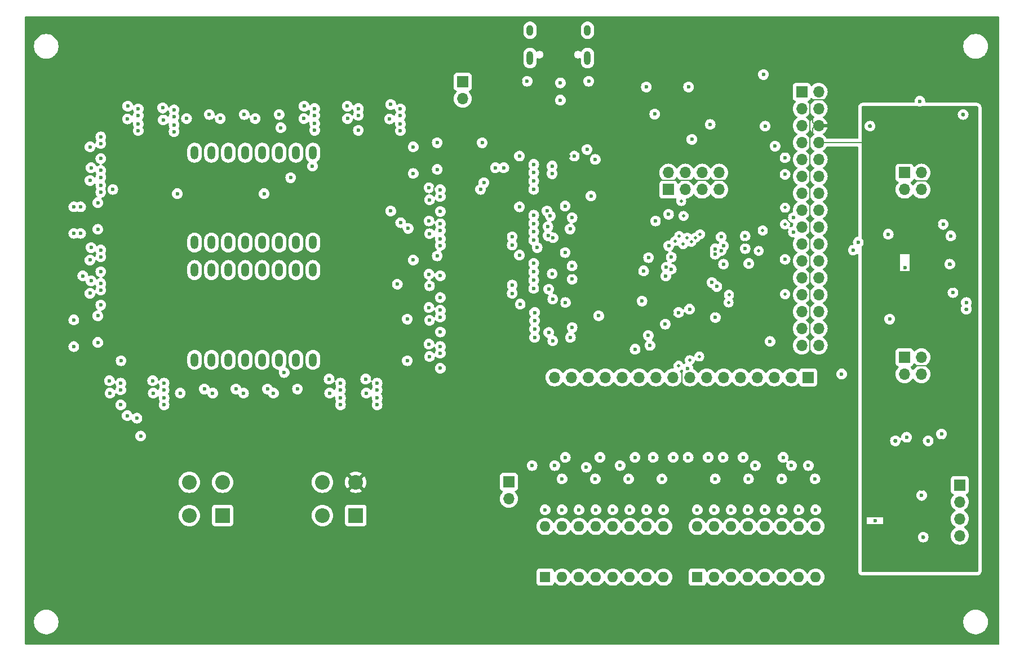
<source format=gbr>
%TF.GenerationSoftware,KiCad,Pcbnew,8.0.5*%
%TF.CreationDate,2024-11-21T16:50:38-07:00*%
%TF.ProjectId,CMPE2750,434d5045-3237-4353-902e-6b696361645f,rev?*%
%TF.SameCoordinates,Original*%
%TF.FileFunction,Copper,L5,Inr*%
%TF.FilePolarity,Positive*%
%FSLAX46Y46*%
G04 Gerber Fmt 4.6, Leading zero omitted, Abs format (unit mm)*
G04 Created by KiCad (PCBNEW 8.0.5) date 2024-11-21 16:50:38*
%MOMM*%
%LPD*%
G01*
G04 APERTURE LIST*
%TA.AperFunction,ComponentPad*%
%ADD10R,1.600000X1.600000*%
%TD*%
%TA.AperFunction,ComponentPad*%
%ADD11O,1.600000X1.600000*%
%TD*%
%TA.AperFunction,ComponentPad*%
%ADD12O,1.000000X2.100000*%
%TD*%
%TA.AperFunction,ComponentPad*%
%ADD13O,1.000000X1.600000*%
%TD*%
%TA.AperFunction,ComponentPad*%
%ADD14R,1.700000X1.700000*%
%TD*%
%TA.AperFunction,ComponentPad*%
%ADD15O,1.700000X1.700000*%
%TD*%
%TA.AperFunction,ComponentPad*%
%ADD16O,1.200000X2.000000*%
%TD*%
%TA.AperFunction,ComponentPad*%
%ADD17R,2.209800X2.209800*%
%TD*%
%TA.AperFunction,ComponentPad*%
%ADD18C,2.209800*%
%TD*%
%TA.AperFunction,ViaPad*%
%ADD19C,0.600000*%
%TD*%
%TA.AperFunction,ViaPad*%
%ADD20C,0.500000*%
%TD*%
%TA.AperFunction,Conductor*%
%ADD21C,0.200000*%
%TD*%
G04 APERTURE END LIST*
D10*
%TO.N,/b16*%
%TO.C,SW2*%
X132460000Y-130760000D03*
D11*
%TO.N,/b15*%
X135000000Y-130760000D03*
%TO.N,/b14*%
X137540000Y-130760000D03*
%TO.N,/b13*%
X140080000Y-130760000D03*
%TO.N,/b12*%
X142620000Y-130760000D03*
%TO.N,/b11*%
X145160000Y-130760000D03*
%TO.N,/b10*%
X147700000Y-130760000D03*
%TO.N,/b9*%
X150240000Y-130760000D03*
%TO.N,VDD*%
X150240000Y-123140000D03*
X147700000Y-123140000D03*
X145160000Y-123140000D03*
X142620000Y-123140000D03*
X140080000Y-123140000D03*
X137540000Y-123140000D03*
X135000000Y-123140000D03*
X132460000Y-123140000D03*
%TD*%
D12*
%TO.N,Net-(J6-SHIELD)*%
%TO.C,J6*%
X138820000Y-52780000D03*
D13*
X138820000Y-48600000D03*
D12*
X130180000Y-52780000D03*
D13*
X130180000Y-48600000D03*
%TD*%
D14*
%TO.N,/filters and amps/V_{DAC}*%
%TO.C,J8*%
X186460000Y-70000000D03*
D15*
%TO.N,/filters and amps/output_filter*%
X189000000Y-70000000D03*
%TO.N,/filters and amps/out_filt_input*%
X186460000Y-72540000D03*
%TO.N,/filters and amps/out_conditioning*%
X189000000Y-72540000D03*
%TD*%
D16*
%TO.N,/Display/t1*%
%TO.C,U10*%
X79800000Y-80500000D03*
%TO.N,/Display/t2*%
X82340000Y-80500000D03*
%TO.N,/Display/t3*%
X84880000Y-80500000D03*
%TO.N,/Display/t4*%
X87420000Y-80500000D03*
%TO.N,/Display/t5*%
X89960000Y-80500000D03*
%TO.N,/Display/t6*%
X92500000Y-80500000D03*
%TO.N,/Display/t7*%
X95040000Y-80500000D03*
%TO.N,/Display/t8*%
X97580000Y-80500000D03*
%TO.N,/Display/t9*%
X97580000Y-67000000D03*
%TO.N,/Display/t10*%
X95040000Y-67000000D03*
%TO.N,/Display/t11*%
X92500000Y-67000000D03*
%TO.N,/Display/t12*%
X89960000Y-67000000D03*
%TO.N,/Display/t13*%
X87420000Y-67000000D03*
%TO.N,/Display/t14*%
X84880000Y-67000000D03*
%TO.N,/Display/t15*%
X82340000Y-67000000D03*
%TO.N,/Display/t16*%
X79800000Y-67000000D03*
%TD*%
D14*
%TO.N,/ADC*%
%TO.C,J3*%
X171000000Y-57850000D03*
D15*
%TO.N,VBUS*%
X173540000Y-57850000D03*
%TO.N,/PC1*%
X171000000Y-60390000D03*
%TO.N,VDD*%
X173540000Y-60390000D03*
%TO.N,/PC2*%
X171000000Y-62930000D03*
%TO.N,GND*%
X173540000Y-62930000D03*
%TO.N,/PC3*%
X171000000Y-65470000D03*
%TO.N,-5V*%
X173540000Y-65470000D03*
%TO.N,/~{SRCLR}*%
X171000000Y-68010000D03*
%TO.N,/PA0*%
X173540000Y-68010000D03*
%TO.N,/~{RCL}*%
X171000000Y-70550000D03*
%TO.N,/PA1*%
X173540000Y-70550000D03*
%TO.N,/PC6*%
X171000000Y-73090000D03*
%TO.N,/PA2*%
X173540000Y-73090000D03*
%TO.N,/PC7*%
X171000000Y-75630000D03*
%TO.N,/PA3*%
X173540000Y-75630000D03*
%TO.N,/PC8*%
X171000000Y-78170000D03*
%TO.N,/DAC*%
X173540000Y-78170000D03*
%TO.N,/PC9*%
X171000000Y-80710000D03*
%TO.N,/1.25V*%
X173540000Y-80710000D03*
%TO.N,/PC13*%
X171000000Y-83250000D03*
%TO.N,/PA6*%
X173540000Y-83250000D03*
%TO.N,/NRST*%
X171000000Y-85790000D03*
%TO.N,/PA7*%
X173540000Y-85790000D03*
%TO.N,/BOOT0*%
X171000000Y-88330000D03*
%TO.N,/PA8*%
X173540000Y-88330000D03*
%TO.N,unconnected-(J3-Pin_27-Pad27)*%
X171000000Y-90870000D03*
%TO.N,/PH0*%
X173540000Y-90870000D03*
%TO.N,unconnected-(J3-Pin_29-Pad29)*%
X171000000Y-93410000D03*
%TO.N,/PH1*%
X173540000Y-93410000D03*
%TO.N,VDDA*%
X171000000Y-95950000D03*
%TO.N,/PD2*%
X173540000Y-95950000D03*
%TD*%
D10*
%TO.N,/b8*%
%TO.C,SW3*%
X155320000Y-130760000D03*
D11*
%TO.N,/b7*%
X157860000Y-130760000D03*
%TO.N,/b6*%
X160400000Y-130760000D03*
%TO.N,/b5*%
X162940000Y-130760000D03*
%TO.N,/b4*%
X165480000Y-130760000D03*
%TO.N,/b3*%
X168020000Y-130760000D03*
%TO.N,/b2*%
X170560000Y-130760000D03*
%TO.N,/b1*%
X173100000Y-130760000D03*
%TO.N,VDD*%
X173100000Y-123140000D03*
X170560000Y-123140000D03*
X168020000Y-123140000D03*
X165480000Y-123140000D03*
X162940000Y-123140000D03*
X160400000Y-123140000D03*
X157860000Y-123140000D03*
X155320000Y-123140000D03*
%TD*%
D14*
%TO.N,/SER{slash}MOSI*%
%TO.C,J2*%
X150960000Y-72540000D03*
D15*
%TO.N,/Display/SER*%
X150960000Y-70000000D03*
%TO.N,/SO{slash}MISO*%
X153500000Y-72540000D03*
%TO.N,/Display/SO*%
X153500000Y-70000000D03*
%TO.N,/SRCLK{slash}CLK*%
X156040000Y-72540000D03*
%TO.N,/Display/SRCLK*%
X156040000Y-70000000D03*
%TO.N,/RCLK{slash}CS*%
X158580000Y-72540000D03*
%TO.N,/Display/RCLK*%
X158580000Y-70000000D03*
%TD*%
D14*
%TO.N,VBUS*%
%TO.C,J9*%
X120080000Y-56345000D03*
D15*
%TO.N,/Display/V_{DISP}*%
X120080000Y-58885000D03*
%TD*%
D14*
%TO.N,OUT*%
%TO.C,J5*%
X194750000Y-116920000D03*
D15*
%TO.N,Net-(J5-Pin_2)*%
X194750000Y-119460000D03*
%TO.N,Net-(J5-Pin_3)*%
X194750000Y-122000000D03*
%TO.N,Net-(J5-Pin_4)*%
X194750000Y-124540000D03*
%TD*%
D14*
%TO.N,/b1*%
%TO.C,J4*%
X171980000Y-100750000D03*
D15*
%TO.N,/b2*%
X169440000Y-100750000D03*
%TO.N,/b3*%
X166900000Y-100750000D03*
%TO.N,/b4*%
X164360000Y-100750000D03*
%TO.N,/b5*%
X161820000Y-100750000D03*
%TO.N,/b6*%
X159280000Y-100750000D03*
%TO.N,/b7*%
X156740000Y-100750000D03*
%TO.N,/b8*%
X154200000Y-100750000D03*
%TO.N,/b9*%
X151660000Y-100750000D03*
%TO.N,/b10*%
X149120000Y-100750000D03*
%TO.N,/b11*%
X146580000Y-100750000D03*
%TO.N,/b12*%
X144040000Y-100750000D03*
%TO.N,/b13*%
X141500000Y-100750000D03*
%TO.N,/b14*%
X138960000Y-100750000D03*
%TO.N,/b15*%
X136420000Y-100750000D03*
%TO.N,/b16*%
X133880000Y-100750000D03*
%TD*%
D17*
%TO.N,/PH0*%
%TO.C,SW4*%
X84000000Y-121500000D03*
D18*
%TO.N,VDD*%
X84000000Y-116500000D03*
%TO.N,Net-(C32-Pad2)*%
X79000000Y-116500000D03*
%TO.N,Net-(C32-Pad1)*%
X79000000Y-121500000D03*
%TD*%
D15*
%TO.N,/ADC*%
%TO.C,J7*%
X189000000Y-100265000D03*
%TO.N,/filters and amps/in_filter_input*%
X186460000Y-100265000D03*
%TO.N,/filters and amps/input_filter*%
X189000000Y-97725000D03*
D14*
%TO.N,/filters and amps/conditioned_input*%
X186460000Y-97725000D03*
%TD*%
%TO.N,VBUS*%
%TO.C,J10*%
X127000000Y-116460000D03*
D15*
%TO.N,/switches/switch_leds/sl_power*%
X127000000Y-119000000D03*
%TD*%
D17*
%TO.N,/NRST*%
%TO.C,SW1*%
X104000000Y-121500000D03*
D18*
%TO.N,GND*%
X104000000Y-116500000D03*
%TO.N,Net-(C8-Pad2)*%
X99000000Y-116500000D03*
%TO.N,Net-(C8-Pad1)*%
X99000000Y-121500000D03*
%TD*%
D16*
%TO.N,/Display/b1*%
%TO.C,U11*%
X79800000Y-98120000D03*
%TO.N,/Display/b2*%
X82340000Y-98120000D03*
%TO.N,/Display/b3*%
X84880000Y-98120000D03*
%TO.N,/Display/b4*%
X87420000Y-98120000D03*
%TO.N,/Display/b5*%
X89960000Y-98120000D03*
%TO.N,/Display/b6*%
X92500000Y-98120000D03*
%TO.N,/Display/b7*%
X95040000Y-98120000D03*
%TO.N,/Display/b8*%
X97580000Y-98120000D03*
%TO.N,/Display/b9*%
X97580000Y-84620000D03*
%TO.N,/Display/b10*%
X95040000Y-84620000D03*
%TO.N,/Display/b11*%
X92500000Y-84620000D03*
%TO.N,/Display/b12*%
X89960000Y-84620000D03*
%TO.N,/Display/b13*%
X87420000Y-84620000D03*
%TO.N,/Display/b14*%
X84880000Y-84620000D03*
%TO.N,/Display/b15*%
X82340000Y-84620000D03*
%TO.N,/Display/b16*%
X79800000Y-84620000D03*
%TD*%
D19*
%TO.N,GND*%
X141750000Y-92250000D03*
%TO.N,/PA0*%
X186750000Y-109750000D03*
X193400000Y-79500000D03*
%TO.N,-5V*%
X192000000Y-110230000D03*
X184000000Y-82750000D03*
%TO.N,VBUS*%
X184000000Y-79250000D03*
%TO.N,GND*%
X193250000Y-83750000D03*
X190000000Y-110290000D03*
%TO.N,VBUS*%
X192000000Y-109270000D03*
%TO.N,VDD*%
X162500000Y-79520000D03*
X157250000Y-62750000D03*
X149040000Y-77250000D03*
X135500000Y-89500000D03*
X135460000Y-82000000D03*
X140000000Y-68000000D03*
X154006600Y-57124400D03*
X152500000Y-91000000D03*
X130500000Y-114000000D03*
X135460000Y-75000000D03*
X151000000Y-76250000D03*
X158020000Y-91750000D03*
X147000000Y-89287500D03*
X165500000Y-63000000D03*
%TO.N,GND*%
X148926600Y-57124400D03*
X152736600Y-57124400D03*
X157840000Y-128000000D03*
X84000000Y-63750000D03*
X130925000Y-57250000D03*
X176000000Y-87240000D03*
X60750000Y-93000000D03*
X168500000Y-66730000D03*
X176000000Y-84750000D03*
X156250000Y-107500000D03*
X129610000Y-82375000D03*
X147680000Y-128000000D03*
X94330000Y-60920000D03*
X161500000Y-108000000D03*
X172250000Y-108000000D03*
X176000000Y-66750000D03*
X135980000Y-67500000D03*
X111500000Y-70000000D03*
X195250000Y-61250000D03*
X137510000Y-91500000D03*
X98205000Y-102170000D03*
X168500000Y-71740000D03*
X145750000Y-107250000D03*
X137520000Y-128000000D03*
X150220000Y-128000000D03*
X133000000Y-108000000D03*
D20*
X150000000Y-77250000D03*
D19*
X155300000Y-128000000D03*
X176000000Y-69250000D03*
X162300000Y-55250000D03*
X165500000Y-108250000D03*
D20*
X145000000Y-87000000D03*
D19*
X134540000Y-89500000D03*
X113205000Y-73120000D03*
X168500000Y-61730000D03*
X168500000Y-69230000D03*
X134980000Y-128000000D03*
X137500000Y-107750000D03*
X78250000Y-105000000D03*
X176000000Y-92240000D03*
X113205000Y-96670000D03*
X129610000Y-67500000D03*
X176000000Y-74240000D03*
X128750000Y-56250000D03*
X168500000Y-81990000D03*
X153250000Y-50250000D03*
X140500000Y-56250000D03*
X176000000Y-71740000D03*
X131760000Y-80125000D03*
X129610000Y-75125000D03*
D20*
X162500000Y-80480000D03*
D19*
X62205000Y-70220000D03*
D20*
X151960000Y-76250000D03*
D19*
X136500000Y-85010000D03*
X140000000Y-107750000D03*
X168500000Y-59250000D03*
X126490000Y-72000000D03*
X168500000Y-76750000D03*
X170540000Y-128000000D03*
D20*
X151540000Y-91000000D03*
D19*
X168500000Y-79700000D03*
X122055000Y-62120000D03*
X113205000Y-91220000D03*
X73205000Y-61120000D03*
X176000000Y-94740000D03*
X160380000Y-128000000D03*
D20*
X144250000Y-84500000D03*
D19*
X65205000Y-102170000D03*
X154750000Y-107500000D03*
X176000000Y-89740000D03*
X107205000Y-60970000D03*
X113205000Y-86045000D03*
X165460000Y-128000000D03*
X61000000Y-80000000D03*
X134500000Y-82000000D03*
X162550000Y-63000000D03*
X127000000Y-82250000D03*
X67830000Y-60970000D03*
X134500000Y-75000000D03*
X168500000Y-64250000D03*
X160000000Y-108000000D03*
X137760000Y-68750000D03*
X131760000Y-87375000D03*
X112000000Y-84000000D03*
D20*
X144250000Y-77500000D03*
X158020000Y-90750000D03*
D19*
X61000000Y-76000000D03*
X140060000Y-128000000D03*
X121250000Y-50250000D03*
X169250000Y-73500000D03*
X167250000Y-108250000D03*
X170750000Y-108000000D03*
X62205000Y-65170000D03*
X176000000Y-81750000D03*
X137750000Y-57250000D03*
X151466600Y-57124400D03*
X113205000Y-78220000D03*
X151000000Y-108000000D03*
X144320000Y-107250000D03*
X100892500Y-60920000D03*
X136500000Y-75740000D03*
X132440000Y-128000000D03*
X103705000Y-102170000D03*
X131760000Y-72500000D03*
X181250000Y-63000000D03*
X89250000Y-63750000D03*
X162920000Y-128000000D03*
X92000000Y-105000000D03*
D20*
X156500000Y-75000000D03*
D19*
X83000000Y-105000000D03*
X129747500Y-89750000D03*
X168500000Y-87230000D03*
X145140000Y-128000000D03*
X149290000Y-107750000D03*
X173080000Y-128000000D03*
X60750000Y-97000000D03*
X126627500Y-94250000D03*
X131897500Y-94750000D03*
X111750000Y-67000000D03*
X189250000Y-124750000D03*
X62205000Y-87170000D03*
X126490000Y-86875000D03*
X87500000Y-105000000D03*
D20*
X158500000Y-75000000D03*
D19*
X79000000Y-63750000D03*
X71705000Y-102170000D03*
D20*
X148500000Y-73510000D03*
X154500000Y-75000000D03*
D19*
X168000000Y-128000000D03*
X62205000Y-82170000D03*
X135000000Y-108000000D03*
X142600000Y-128000000D03*
X126490000Y-79625000D03*
%TO.N,VBUS*%
X129750000Y-56250000D03*
X192250000Y-77750000D03*
X165250000Y-55250000D03*
X188750000Y-59250000D03*
X139000000Y-56250000D03*
X189025000Y-118475000D03*
%TO.N,-5V*%
X191290000Y-77750000D03*
X186500000Y-84250000D03*
X182050000Y-122270000D03*
X189050000Y-117540000D03*
X195250000Y-64500000D03*
%TO.N,/Display/V_{DISP}*%
X73500000Y-101250000D03*
X69750000Y-60000000D03*
X96250000Y-60000000D03*
X109250000Y-59750000D03*
X97830000Y-60360000D03*
X116705000Y-96110000D03*
X105500000Y-101000000D03*
X116705000Y-85485000D03*
X110705000Y-60410000D03*
X100000000Y-101000000D03*
X115000000Y-77250000D03*
X115000000Y-72250000D03*
X64250000Y-86250000D03*
X116705000Y-72560000D03*
X75205000Y-101610000D03*
X115000000Y-95750000D03*
X116705000Y-77660000D03*
X67000000Y-101250000D03*
X104392500Y-60360000D03*
X101705000Y-101610000D03*
X115000000Y-85250000D03*
X65705000Y-69660000D03*
X71330000Y-60410000D03*
X115000000Y-90250000D03*
X64250000Y-81250000D03*
X65705000Y-86610000D03*
X65705000Y-64610000D03*
X116705000Y-90660000D03*
X102750000Y-60000000D03*
X65705000Y-81610000D03*
X64250000Y-69250000D03*
X75000000Y-60250000D03*
X76705000Y-60560000D03*
X107205000Y-101610000D03*
X68705000Y-101610000D03*
%TO.N,Net-(D3-A)*%
X132450000Y-120650000D03*
%TO.N,Net-(D4-K)*%
X135000000Y-116000000D03*
%TO.N,Net-(D4-A)*%
X134990000Y-120650000D03*
%TO.N,Net-(D5-A)*%
X137530000Y-120650000D03*
%TO.N,Net-(D6-K)*%
X140000000Y-116000000D03*
%TO.N,Net-(D6-A)*%
X140070000Y-120650000D03*
%TO.N,Net-(D7-A)*%
X147690000Y-120650000D03*
%TO.N,Net-(D8-K)*%
X145000000Y-116000000D03*
%TO.N,Net-(D8-A)*%
X145150000Y-120650000D03*
%TO.N,Net-(D9-A)*%
X150230000Y-120650000D03*
%TO.N,Net-(D9-K)*%
X150000000Y-116000000D03*
%TO.N,Net-(D10-A)*%
X142610000Y-120650000D03*
%TO.N,Net-(D11-A)*%
X160390000Y-120650000D03*
%TO.N,Net-(D12-K)*%
X158000000Y-116000000D03*
%TO.N,Net-(D12-A)*%
X157850000Y-120650000D03*
%TO.N,Net-(D13-A)*%
X162930000Y-120650000D03*
%TO.N,Net-(D13-K)*%
X163000000Y-116000000D03*
%TO.N,Net-(D14-A)*%
X155310000Y-120650000D03*
%TO.N,Net-(D15-A)*%
X165470000Y-120650000D03*
%TO.N,Net-(D16-K)*%
X168000000Y-116000000D03*
%TO.N,Net-(D16-A)*%
X168010000Y-120650000D03*
%TO.N,Net-(D17-A)*%
X170550000Y-120650000D03*
%TO.N,Net-(D18-A)*%
X173090000Y-120650000D03*
%TO.N,Net-(D18-K)*%
X173000000Y-116000000D03*
%TO.N,VDDA*%
X148200000Y-95950000D03*
%TO.N,Net-(J1-Pin_13)*%
X147656600Y-57124400D03*
X162500000Y-81401470D03*
%TO.N,/NRST*%
X153879265Y-99381597D03*
X148000000Y-82750000D03*
X167000000Y-66000000D03*
X148926600Y-61188400D03*
%TO.N,/Display/SO*%
X136250000Y-94750000D03*
%TO.N,/Display/RCLK*%
X136200735Y-78450735D03*
X138750000Y-66515000D03*
X136500000Y-93250000D03*
X136500000Y-86000000D03*
%TO.N,/PC1*%
X154500000Y-65000000D03*
X147250000Y-84750000D03*
%TO.N,/PC2*%
X150653321Y-84212816D03*
%TO.N,/ADC*%
X145972100Y-96515072D03*
%TO.N,/~{RCL}*%
X136828529Y-67500000D03*
X132910999Y-79470545D03*
X133000000Y-94000000D03*
X168500000Y-70250000D03*
X133000000Y-87500000D03*
X133500000Y-70151472D03*
%TO.N,/PC13*%
X168500000Y-83010000D03*
X151016940Y-80983060D03*
%TO.N,/PC3*%
X150580442Y-85523362D03*
D20*
%TO.N,/PC7*%
X168500000Y-75250000D03*
X165150000Y-78678529D03*
%TO.N,/PC8*%
X168500000Y-77750000D03*
X164550000Y-81750000D03*
D19*
%TO.N,/PC9*%
X159250000Y-83750000D03*
%TO.N,/~{SRCLR}*%
X139350000Y-73500000D03*
X133655756Y-79770005D03*
X133510999Y-85190472D03*
X133600000Y-89000000D03*
X168500000Y-67750000D03*
X133600000Y-95250000D03*
X133225000Y-76500000D03*
%TO.N,/b3*%
X164040000Y-114000000D03*
D20*
X160000000Y-89500000D03*
D19*
%TO.N,/b5*%
X159190000Y-112760000D03*
D20*
X155000000Y-79750000D03*
D19*
%TO.N,/b1*%
X169460000Y-114000000D03*
D20*
X160075000Y-88344063D03*
%TO.N,/b6*%
X154400000Y-80376102D03*
D19*
X162210000Y-112760000D03*
D20*
%TO.N,/b4*%
X155750000Y-79250000D03*
D19*
X168210000Y-112760000D03*
%TO.N,/b2*%
X172000000Y-114000000D03*
%TO.N,/D-*%
X158892228Y-81715544D03*
X169750000Y-78900000D03*
%TO.N,/D+*%
X169750000Y-76750000D03*
X159250000Y-81000000D03*
X134750000Y-56500000D03*
X134750000Y-59091400D03*
%TO.N,Net-(Q1-G)*%
X71330000Y-61430000D03*
X69705000Y-61920000D03*
%TO.N,/Display/t1*%
X111877739Y-78372261D03*
%TO.N,Net-(Q11-D)*%
X116705000Y-78680000D03*
X115080000Y-79170000D03*
%TO.N,Net-(Q12-D)*%
X75080000Y-62070000D03*
X76705000Y-61580000D03*
%TO.N,/Display/t2*%
X109250000Y-75750000D03*
%TO.N,Net-(Q13-D)*%
X115080000Y-74070000D03*
X116705000Y-73580000D03*
%TO.N,/Display/t7*%
X77192734Y-73150000D03*
%TO.N,Net-(Q14-D)*%
X65705000Y-70680000D03*
X64080000Y-71170000D03*
%TO.N,Net-(Q15-D)*%
X96205000Y-61870000D03*
X97830000Y-61380000D03*
%TO.N,Net-(Q16-D)*%
X102767500Y-61870000D03*
X104392500Y-61380000D03*
%TO.N,Net-(Q17-D)*%
X64080000Y-66120000D03*
X65705000Y-65630000D03*
%TO.N,/Display/t8*%
X90230000Y-73150000D03*
%TO.N,Net-(Q18-D)*%
X109080000Y-61920000D03*
X110705000Y-61430000D03*
%TO.N,Net-(Q10-G)*%
X71330000Y-63680000D03*
%TO.N,Net-(Q11-G)*%
X116705000Y-80930000D03*
%TO.N,Net-(Q12-G)*%
X76705000Y-63830000D03*
%TO.N,Net-(Q13-G)*%
X116705000Y-75830000D03*
%TO.N,Net-(Q14-G)*%
X65705000Y-72930000D03*
%TO.N,Net-(Q15-G)*%
X97830000Y-63630000D03*
%TO.N,Net-(Q16-G)*%
X104392500Y-63630000D03*
%TO.N,Net-(Q17-G)*%
X65705000Y-67880000D03*
%TO.N,Net-(Q18-G)*%
X110705000Y-63680000D03*
%TO.N,Net-(Q19-G)*%
X64080000Y-83120000D03*
X65705000Y-82630000D03*
%TO.N,Net-(Q20-G)*%
X105580000Y-103120000D03*
X107205000Y-102630000D03*
%TO.N,Net-(Q21-G)*%
X65705000Y-87630000D03*
X64080000Y-88120000D03*
%TO.N,/Display/b15*%
X63000000Y-85500000D03*
%TO.N,Net-(Q22-G)*%
X101705000Y-102630000D03*
X100080000Y-103120000D03*
%TO.N,/Display/b7*%
X93250000Y-100020000D03*
%TO.N,Net-(Q23-G)*%
X73580000Y-103120000D03*
X75205000Y-102630000D03*
%TO.N,Net-(Q24-G)*%
X115080000Y-86995000D03*
%TO.N,Net-(Q25-G)*%
X116705000Y-91680000D03*
X115080000Y-92170000D03*
%TO.N,/Display/b10*%
X111750000Y-92000000D03*
%TO.N,Net-(Q26-G)*%
X67080000Y-103120000D03*
X68705000Y-102630000D03*
%TO.N,/Display/b8*%
X68750000Y-98250000D03*
%TO.N,/Display/b9*%
X111750000Y-98250000D03*
%TO.N,Net-(Q27-G)*%
X115080000Y-97620000D03*
X116705000Y-97130000D03*
%TO.N,Net-(Q28-G)*%
X65705000Y-84880000D03*
%TO.N,Net-(Q29-G)*%
X107205000Y-104880000D03*
%TO.N,Net-(Q30-G)*%
X65705000Y-89880000D03*
%TO.N,Net-(Q31-G)*%
X101705000Y-104880000D03*
%TO.N,Net-(Q32-G)*%
X75205000Y-104880000D03*
%TO.N,Net-(Q33-G)*%
X116705000Y-88755000D03*
%TO.N,Net-(Q34-G)*%
X116705000Y-93930000D03*
%TO.N,Net-(Q35-G)*%
X68705000Y-104880000D03*
%TO.N,Net-(Q36-G)*%
X116705000Y-99380000D03*
%TO.N,Net-(Q37-G)*%
X88892500Y-61870000D03*
%TO.N,Net-(Q37-D)*%
X92500000Y-61250000D03*
%TO.N,Net-(Q38-G)*%
X78580000Y-61870000D03*
%TO.N,Net-(Q38-D)*%
X82000000Y-61250000D03*
%TO.N,Net-(Q39-G)*%
X83642500Y-61870000D03*
%TO.N,Net-(Q39-D)*%
X87250000Y-61250000D03*
%TO.N,Net-(Q40-G)*%
X112642500Y-66120000D03*
%TO.N,Net-(Q40-D)*%
X116250000Y-65500000D03*
%TO.N,Net-(Q41-D)*%
X116250000Y-69500000D03*
%TO.N,Net-(Q41-G)*%
X112642500Y-70120000D03*
%TO.N,Net-(Q42-D)*%
X65250000Y-74500000D03*
%TO.N,Net-(Q42-G)*%
X61642500Y-75120000D03*
%TO.N,Net-(Q43-G)*%
X61642500Y-79120000D03*
%TO.N,Net-(Q43-D)*%
X65250000Y-78500000D03*
%TO.N,Net-(Q44-G)*%
X112642500Y-83120000D03*
%TO.N,Net-(Q44-D)*%
X116250000Y-82500000D03*
%TO.N,Net-(Q45-G)*%
X61642500Y-92120000D03*
%TO.N,Net-(Q45-D)*%
X65250000Y-91500000D03*
%TO.N,Net-(Q46-G)*%
X61642500Y-96120000D03*
%TO.N,Net-(Q46-D)*%
X65250000Y-95500000D03*
%TO.N,Net-(Q47-D)*%
X90750000Y-102500000D03*
%TO.N,Net-(Q47-G)*%
X87142500Y-103120000D03*
%TO.N,Net-(Q48-G)*%
X91642500Y-103120000D03*
%TO.N,Net-(Q48-D)*%
X95250000Y-102500000D03*
%TO.N,Net-(Q49-G)*%
X77642500Y-103120000D03*
%TO.N,Net-(Q49-D)*%
X81250000Y-102500000D03*
%TO.N,Net-(Q50-D)*%
X86000000Y-102500000D03*
%TO.N,Net-(Q50-G)*%
X82517500Y-103120000D03*
D20*
%TO.N,/BOOT0*%
X153250000Y-76500000D03*
X168500000Y-88250000D03*
D19*
%TO.N,/PA0*%
X158901471Y-79651471D03*
%TO.N,/PA1*%
X158000000Y-81449997D03*
%TO.N,/PA2*%
X158000000Y-82250000D03*
%TO.N,/PA3*%
X147950735Y-94450735D03*
%TO.N,/PA6*%
X154150000Y-90500000D03*
X166250000Y-95350000D03*
%TO.N,/PA7*%
X158250000Y-87100000D03*
%TO.N,/PA8*%
X163051472Y-83650000D03*
%TO.N,/PH0*%
X151400000Y-82669063D03*
X177000000Y-100250000D03*
%TO.N,/PH1*%
X151400000Y-84500000D03*
D20*
%TO.N,/PD2*%
X152890000Y-74250000D03*
D19*
%TO.N,/filters and amps/V_{OFF}*%
X179500000Y-80435000D03*
%TO.N,/Display/p16*%
X127510000Y-80875000D03*
X71330000Y-62660000D03*
%TO.N,/Display/p1*%
X133500000Y-69000000D03*
X116705000Y-79910000D03*
%TO.N,/Display/p15*%
X127510000Y-79625000D03*
X76705000Y-62810000D03*
%TO.N,/Display/p2*%
X128590000Y-67500000D03*
%TO.N,/Display/p7*%
X65705000Y-71910000D03*
X123250000Y-71500000D03*
%TO.N,/Display/p11*%
X130740000Y-76375000D03*
X110750000Y-77500000D03*
X97830000Y-62610000D03*
%TO.N,/Display/p10*%
X123000000Y-65500000D03*
X128590000Y-75125000D03*
%TO.N,/Display/p8*%
X122750000Y-72500000D03*
X67500000Y-72510000D03*
%TO.N,/Display/p9*%
X110705000Y-62660000D03*
X136500000Y-76760000D03*
%TO.N,/Display/p17*%
X107205000Y-103860000D03*
X136495000Y-83995000D03*
%TO.N,/Display/p18*%
X101705000Y-103860000D03*
X128590000Y-82375000D03*
%TO.N,/Display/p23*%
X75205000Y-103860000D03*
X127510000Y-86875000D03*
%TO.N,/Display/p27*%
X130877500Y-91000000D03*
%TO.N,/Display/p26*%
X128727500Y-89750000D03*
%TO.N,/Display/p24*%
X127510000Y-88125000D03*
X69661317Y-106500000D03*
%TO.N,/Display/t12*%
X92750000Y-63250000D03*
%TO.N,/Display/t4*%
X97500000Y-69000000D03*
%TO.N,/Display/t3*%
X94230000Y-70750000D03*
%TO.N,/Display/p12*%
X132737500Y-75737500D03*
X130740000Y-77625000D03*
%TO.N,/Display/p14*%
X131250000Y-81250000D03*
X130740000Y-80125000D03*
%TO.N,/Display/p13*%
X130740000Y-78875000D03*
X132864767Y-78114767D03*
%TO.N,/Display/p4*%
X125000000Y-69250000D03*
X130740000Y-70000000D03*
%TO.N,/Display/p3*%
X126250000Y-69250000D03*
X130740000Y-68750000D03*
%TO.N,/Display/p6*%
X130740000Y-72500000D03*
X62662500Y-75120000D03*
%TO.N,/Display/p5*%
X62662500Y-79120000D03*
X130740000Y-71250000D03*
%TO.N,/Display/p28*%
X130877500Y-92250000D03*
X110250000Y-86750000D03*
%TO.N,/Display/p30*%
X71685582Y-109564418D03*
X130877500Y-94750000D03*
%TO.N,/Display/p29*%
X71125000Y-106875000D03*
X130877500Y-93500000D03*
%TO.N,/Display/p20*%
X130740000Y-84875000D03*
%TO.N,/Display/p19*%
X130740000Y-83625000D03*
%TO.N,/Display/p22*%
X130740000Y-87375000D03*
%TO.N,/Display/p21*%
X130740000Y-86125000D03*
%TO.N,/b8*%
X156960000Y-112760000D03*
D20*
X153200000Y-80750000D03*
%TO.N,/b16*%
X155605862Y-97605862D03*
D19*
X135487500Y-112760000D03*
%TO.N,/b7*%
X153940000Y-112760000D03*
D20*
X153800000Y-79750000D03*
%TO.N,/b15*%
X154181597Y-98181597D03*
D19*
X133900000Y-114000000D03*
D20*
%TO.N,/b14*%
X152507332Y-99007332D03*
D19*
X140700000Y-112760000D03*
%TO.N,/b13*%
X138640000Y-114250000D03*
%TO.N,/b12*%
X145960000Y-112760000D03*
%TO.N,/b11*%
X143720000Y-114000000D03*
D20*
%TO.N,/b10*%
X152000000Y-80250000D03*
D19*
X151710000Y-112760000D03*
D20*
%TO.N,/b9*%
X152600000Y-79528379D03*
D19*
X148690000Y-112760000D03*
%TO.N,/1.25V*%
X178750000Y-81635000D03*
X150500000Y-92750000D03*
%TO.N,/DAC*%
X157500000Y-86500000D03*
%TO.N,VBUS*%
X193725000Y-88000000D03*
%TO.N,-5V*%
X193725000Y-87040000D03*
X192715000Y-93250000D03*
%TO.N,/filters and amps/V_{OFF}*%
X184215000Y-92000000D03*
%TO.N,-5V*%
X187000000Y-91905000D03*
%TO.N,GND*%
X195735000Y-90500000D03*
%TO.N,OUT*%
X195735000Y-89500000D03*
%TO.N,GND*%
X185072400Y-110290000D03*
%TO.N,VDD*%
X140500000Y-91500000D03*
%TD*%
D21*
%TO.N,GND*%
X149900000Y-71150000D02*
X159900000Y-71150000D01*
X115750000Y-72250000D02*
X116000000Y-72000000D01*
X75750000Y-61250000D02*
X74750000Y-61250000D01*
X172650000Y-62400000D02*
X172650000Y-61750000D01*
X172250000Y-97500000D02*
X172250000Y-59500000D01*
X172650000Y-63350000D02*
X172650000Y-64250000D01*
X172250000Y-59500000D02*
X172750000Y-59000000D01*
X173540000Y-62930000D02*
X173070000Y-62930000D01*
X173540000Y-62930000D02*
X173180000Y-62930000D01*
X173070000Y-62930000D02*
X172650000Y-63350000D01*
X173180000Y-62930000D02*
X172650000Y-62400000D01*
X149750000Y-71000000D02*
X149900000Y-71150000D01*
X115750000Y-73000000D02*
X115750000Y-72250000D01*
X168500000Y-76750000D02*
X169500000Y-77750000D01*
X153000000Y-100000000D02*
X153000000Y-102500000D01*
X172750000Y-59000000D02*
X175250000Y-59000000D01*
%TO.N,-5V*%
X173540000Y-65470000D02*
X180220000Y-65470000D01*
X188000000Y-99000000D02*
X190000000Y-99000000D01*
X190000000Y-71250000D02*
X188000000Y-71250000D01*
X180220000Y-65470000D02*
X181500000Y-66750000D01*
%TD*%
%TA.AperFunction,Conductor*%
%TO.N,-5V*%
G36*
X187978418Y-98620417D02*
G01*
X188006673Y-98641569D01*
X188128597Y-98763493D01*
X188128603Y-98763498D01*
X188314158Y-98893425D01*
X188357783Y-98948002D01*
X188364977Y-99017500D01*
X188333454Y-99079855D01*
X188314158Y-99096575D01*
X188128597Y-99226505D01*
X187961505Y-99393597D01*
X187831575Y-99579158D01*
X187776998Y-99622783D01*
X187707500Y-99629977D01*
X187645145Y-99598454D01*
X187628425Y-99579158D01*
X187498496Y-99393600D01*
X187498493Y-99393597D01*
X187376567Y-99271671D01*
X187343084Y-99210351D01*
X187348068Y-99140659D01*
X187389939Y-99084725D01*
X187420915Y-99067810D01*
X187552331Y-99018796D01*
X187667546Y-98932546D01*
X187753796Y-98817331D01*
X187802810Y-98685916D01*
X187844681Y-98629984D01*
X187910145Y-98605566D01*
X187978418Y-98620417D01*
G37*
%TD.AperFunction*%
%TA.AperFunction,Conductor*%
G36*
X187978418Y-70895417D02*
G01*
X188006673Y-70916569D01*
X188128597Y-71038493D01*
X188128603Y-71038498D01*
X188314158Y-71168425D01*
X188357783Y-71223002D01*
X188364977Y-71292500D01*
X188333454Y-71354855D01*
X188314158Y-71371575D01*
X188128597Y-71501505D01*
X187961505Y-71668597D01*
X187831575Y-71854158D01*
X187776998Y-71897783D01*
X187707500Y-71904977D01*
X187645145Y-71873454D01*
X187628425Y-71854158D01*
X187498496Y-71668600D01*
X187498493Y-71668597D01*
X187376567Y-71546671D01*
X187343084Y-71485351D01*
X187348068Y-71415659D01*
X187389939Y-71359725D01*
X187420915Y-71342810D01*
X187552331Y-71293796D01*
X187667546Y-71207546D01*
X187753796Y-71092331D01*
X187802810Y-70960916D01*
X187844681Y-70904984D01*
X187910145Y-70880566D01*
X187978418Y-70895417D01*
G37*
%TD.AperFunction*%
%TA.AperFunction,Conductor*%
G36*
X188489554Y-60006958D02*
G01*
X188570745Y-60035368D01*
X188570750Y-60035369D01*
X188749996Y-60055565D01*
X188750000Y-60055565D01*
X188750004Y-60055565D01*
X188929249Y-60035369D01*
X188929252Y-60035368D01*
X188929255Y-60035368D01*
X189010446Y-60006957D01*
X189051401Y-60000000D01*
X197376000Y-60000000D01*
X197443039Y-60019685D01*
X197488794Y-60072489D01*
X197500000Y-60124000D01*
X197500000Y-129876000D01*
X197480315Y-129943039D01*
X197427511Y-129988794D01*
X197376000Y-130000000D01*
X180124000Y-130000000D01*
X180056961Y-129980315D01*
X180011206Y-129927511D01*
X180000000Y-129876000D01*
X180000000Y-124749996D01*
X188444435Y-124749996D01*
X188444435Y-124750003D01*
X188464630Y-124929249D01*
X188464631Y-124929254D01*
X188524211Y-125099523D01*
X188598549Y-125217830D01*
X188620184Y-125252262D01*
X188747738Y-125379816D01*
X188900478Y-125475789D01*
X189070745Y-125535368D01*
X189070750Y-125535369D01*
X189249996Y-125555565D01*
X189250000Y-125555565D01*
X189250004Y-125555565D01*
X189429249Y-125535369D01*
X189429252Y-125535368D01*
X189429255Y-125535368D01*
X189599522Y-125475789D01*
X189752262Y-125379816D01*
X189879816Y-125252262D01*
X189975789Y-125099522D01*
X190035368Y-124929255D01*
X190052702Y-124775413D01*
X190055565Y-124750003D01*
X190055565Y-124749996D01*
X190035369Y-124570750D01*
X190035368Y-124570745D01*
X190024610Y-124540000D01*
X189975789Y-124400478D01*
X189879816Y-124247738D01*
X189752262Y-124120184D01*
X189599523Y-124024211D01*
X189429254Y-123964631D01*
X189429249Y-123964630D01*
X189250004Y-123944435D01*
X189249996Y-123944435D01*
X189070750Y-123964630D01*
X189070745Y-123964631D01*
X188900476Y-124024211D01*
X188747737Y-124120184D01*
X188620184Y-124247737D01*
X188524211Y-124400476D01*
X188464631Y-124570745D01*
X188464630Y-124570750D01*
X188444435Y-124749996D01*
X180000000Y-124749996D01*
X180000000Y-122750000D01*
X180750000Y-122750000D01*
X183250000Y-122750000D01*
X183250000Y-121750000D01*
X180750000Y-121750000D01*
X180750000Y-122750000D01*
X180000000Y-122750000D01*
X180000000Y-119459999D01*
X193394341Y-119459999D01*
X193394341Y-119460000D01*
X193414936Y-119695403D01*
X193414938Y-119695413D01*
X193476094Y-119923655D01*
X193476096Y-119923659D01*
X193476097Y-119923663D01*
X193575965Y-120137830D01*
X193575967Y-120137834D01*
X193711501Y-120331395D01*
X193711506Y-120331402D01*
X193878597Y-120498493D01*
X193878603Y-120498498D01*
X194064158Y-120628425D01*
X194107783Y-120683002D01*
X194114977Y-120752500D01*
X194083454Y-120814855D01*
X194064158Y-120831575D01*
X193878597Y-120961505D01*
X193711505Y-121128597D01*
X193575965Y-121322169D01*
X193575964Y-121322171D01*
X193476098Y-121536335D01*
X193476094Y-121536344D01*
X193414938Y-121764586D01*
X193414936Y-121764596D01*
X193394341Y-121999999D01*
X193394341Y-122000000D01*
X193414936Y-122235403D01*
X193414938Y-122235413D01*
X193476094Y-122463655D01*
X193476096Y-122463659D01*
X193476097Y-122463663D01*
X193575965Y-122677830D01*
X193575967Y-122677834D01*
X193711501Y-122871395D01*
X193711506Y-122871402D01*
X193878597Y-123038493D01*
X193878603Y-123038498D01*
X194064158Y-123168425D01*
X194107783Y-123223002D01*
X194114977Y-123292500D01*
X194083454Y-123354855D01*
X194064158Y-123371575D01*
X193878597Y-123501505D01*
X193711505Y-123668597D01*
X193575965Y-123862169D01*
X193575964Y-123862171D01*
X193476098Y-124076335D01*
X193476094Y-124076344D01*
X193414938Y-124304586D01*
X193414936Y-124304596D01*
X193394341Y-124539999D01*
X193394341Y-124540000D01*
X193414936Y-124775403D01*
X193414938Y-124775413D01*
X193476094Y-125003655D01*
X193476096Y-125003659D01*
X193476097Y-125003663D01*
X193575965Y-125217830D01*
X193575967Y-125217834D01*
X193684281Y-125372521D01*
X193711505Y-125411401D01*
X193878599Y-125578495D01*
X193975384Y-125646265D01*
X194072165Y-125714032D01*
X194072167Y-125714033D01*
X194072170Y-125714035D01*
X194286337Y-125813903D01*
X194514592Y-125875063D01*
X194702918Y-125891539D01*
X194749999Y-125895659D01*
X194750000Y-125895659D01*
X194750001Y-125895659D01*
X194789234Y-125892226D01*
X194985408Y-125875063D01*
X195213663Y-125813903D01*
X195427830Y-125714035D01*
X195621401Y-125578495D01*
X195788495Y-125411401D01*
X195924035Y-125217830D01*
X196023903Y-125003663D01*
X196085063Y-124775408D01*
X196105659Y-124540000D01*
X196085063Y-124304592D01*
X196023903Y-124076337D01*
X195924035Y-123862171D01*
X195788495Y-123668599D01*
X195788494Y-123668597D01*
X195621402Y-123501506D01*
X195621396Y-123501501D01*
X195435842Y-123371575D01*
X195392217Y-123316998D01*
X195385023Y-123247500D01*
X195416546Y-123185145D01*
X195435842Y-123168425D01*
X195458026Y-123152891D01*
X195621401Y-123038495D01*
X195788495Y-122871401D01*
X195924035Y-122677830D01*
X196023903Y-122463663D01*
X196085063Y-122235408D01*
X196105659Y-122000000D01*
X196085063Y-121764592D01*
X196023903Y-121536337D01*
X195924035Y-121322171D01*
X195788495Y-121128599D01*
X195788494Y-121128597D01*
X195621402Y-120961506D01*
X195621396Y-120961501D01*
X195435842Y-120831575D01*
X195392217Y-120776998D01*
X195385023Y-120707500D01*
X195416546Y-120645145D01*
X195435842Y-120628425D01*
X195458026Y-120612891D01*
X195621401Y-120498495D01*
X195788495Y-120331401D01*
X195924035Y-120137830D01*
X196023903Y-119923663D01*
X196085063Y-119695408D01*
X196105659Y-119460000D01*
X196085063Y-119224592D01*
X196023903Y-118996337D01*
X195924035Y-118782171D01*
X195834463Y-118654249D01*
X195788496Y-118588600D01*
X195788495Y-118588599D01*
X195666567Y-118466671D01*
X195633084Y-118405351D01*
X195638068Y-118335659D01*
X195679939Y-118279725D01*
X195710915Y-118262810D01*
X195842331Y-118213796D01*
X195957546Y-118127546D01*
X196043796Y-118012331D01*
X196094091Y-117877483D01*
X196100500Y-117817873D01*
X196100499Y-116022128D01*
X196094091Y-115962517D01*
X196043796Y-115827669D01*
X196043795Y-115827668D01*
X196043793Y-115827664D01*
X195957547Y-115712455D01*
X195957544Y-115712452D01*
X195842335Y-115626206D01*
X195842328Y-115626202D01*
X195707482Y-115575908D01*
X195707483Y-115575908D01*
X195647883Y-115569501D01*
X195647881Y-115569500D01*
X195647873Y-115569500D01*
X195647864Y-115569500D01*
X193852129Y-115569500D01*
X193852123Y-115569501D01*
X193792516Y-115575908D01*
X193657671Y-115626202D01*
X193657664Y-115626206D01*
X193542455Y-115712452D01*
X193542452Y-115712455D01*
X193456206Y-115827664D01*
X193456202Y-115827671D01*
X193405908Y-115962517D01*
X193399501Y-116022116D01*
X193399501Y-116022123D01*
X193399500Y-116022135D01*
X193399500Y-117817870D01*
X193399501Y-117817876D01*
X193405908Y-117877483D01*
X193456202Y-118012328D01*
X193456206Y-118012335D01*
X193542452Y-118127544D01*
X193542455Y-118127547D01*
X193657664Y-118213793D01*
X193657671Y-118213797D01*
X193789081Y-118262810D01*
X193845015Y-118304681D01*
X193869432Y-118370145D01*
X193854580Y-118438418D01*
X193833430Y-118466673D01*
X193711503Y-118588600D01*
X193575965Y-118782169D01*
X193575964Y-118782171D01*
X193476098Y-118996335D01*
X193476094Y-118996344D01*
X193414938Y-119224586D01*
X193414936Y-119224596D01*
X193394341Y-119459999D01*
X180000000Y-119459999D01*
X180000000Y-118474996D01*
X188219435Y-118474996D01*
X188219435Y-118475003D01*
X188239630Y-118654249D01*
X188239631Y-118654254D01*
X188299211Y-118824523D01*
X188395184Y-118977262D01*
X188522738Y-119104816D01*
X188675478Y-119200789D01*
X188845745Y-119260368D01*
X188845750Y-119260369D01*
X189024996Y-119280565D01*
X189025000Y-119280565D01*
X189025004Y-119280565D01*
X189204249Y-119260369D01*
X189204252Y-119260368D01*
X189204255Y-119260368D01*
X189374522Y-119200789D01*
X189527262Y-119104816D01*
X189654816Y-118977262D01*
X189750789Y-118824522D01*
X189810368Y-118654255D01*
X189810369Y-118654249D01*
X189830565Y-118475003D01*
X189830565Y-118474996D01*
X189810369Y-118295750D01*
X189810368Y-118295745D01*
X189799292Y-118264091D01*
X189750789Y-118125478D01*
X189654816Y-117972738D01*
X189527262Y-117845184D01*
X189483797Y-117817873D01*
X189374523Y-117749211D01*
X189204254Y-117689631D01*
X189204249Y-117689630D01*
X189025004Y-117669435D01*
X189024996Y-117669435D01*
X188845750Y-117689630D01*
X188845745Y-117689631D01*
X188675476Y-117749211D01*
X188522737Y-117845184D01*
X188395184Y-117972737D01*
X188299211Y-118125476D01*
X188239631Y-118295745D01*
X188239630Y-118295750D01*
X188219435Y-118474996D01*
X180000000Y-118474996D01*
X180000000Y-110289996D01*
X184266835Y-110289996D01*
X184266835Y-110290003D01*
X184287030Y-110469249D01*
X184287031Y-110469254D01*
X184346611Y-110639523D01*
X184442584Y-110792262D01*
X184570138Y-110919816D01*
X184722878Y-111015789D01*
X184893145Y-111075368D01*
X184893150Y-111075369D01*
X185072396Y-111095565D01*
X185072400Y-111095565D01*
X185072404Y-111095565D01*
X185251649Y-111075369D01*
X185251652Y-111075368D01*
X185251655Y-111075368D01*
X185421922Y-111015789D01*
X185574662Y-110919816D01*
X185702216Y-110792262D01*
X185798189Y-110639522D01*
X185857768Y-110469255D01*
X185877965Y-110290000D01*
X185877965Y-110289996D01*
X185878723Y-110283269D01*
X185905789Y-110218855D01*
X185963384Y-110179300D01*
X186033221Y-110177162D01*
X186093127Y-110213120D01*
X186106936Y-110231178D01*
X186120184Y-110252262D01*
X186247738Y-110379816D01*
X186338080Y-110436582D01*
X186390077Y-110469254D01*
X186400478Y-110475789D01*
X186570745Y-110535368D01*
X186570750Y-110535369D01*
X186749996Y-110555565D01*
X186750000Y-110555565D01*
X186750004Y-110555565D01*
X186929249Y-110535369D01*
X186929252Y-110535368D01*
X186929255Y-110535368D01*
X187099522Y-110475789D01*
X187252262Y-110379816D01*
X187342082Y-110289996D01*
X189194435Y-110289996D01*
X189194435Y-110290003D01*
X189214630Y-110469249D01*
X189214631Y-110469254D01*
X189274211Y-110639523D01*
X189370184Y-110792262D01*
X189497738Y-110919816D01*
X189650478Y-111015789D01*
X189820745Y-111075368D01*
X189820750Y-111075369D01*
X189999996Y-111095565D01*
X190000000Y-111095565D01*
X190000004Y-111095565D01*
X190179249Y-111075369D01*
X190179252Y-111075368D01*
X190179255Y-111075368D01*
X190349522Y-111015789D01*
X190502262Y-110919816D01*
X190629816Y-110792262D01*
X190725789Y-110639522D01*
X190785368Y-110469255D01*
X190785369Y-110469249D01*
X190805565Y-110290003D01*
X190805565Y-110289996D01*
X190785369Y-110110750D01*
X190785368Y-110110745D01*
X190725788Y-109940476D01*
X190650806Y-109821144D01*
X190629816Y-109787738D01*
X190502262Y-109660184D01*
X190349523Y-109564211D01*
X190179254Y-109504631D01*
X190179249Y-109504630D01*
X190000004Y-109484435D01*
X189999996Y-109484435D01*
X189820750Y-109504630D01*
X189820745Y-109504631D01*
X189650476Y-109564211D01*
X189497737Y-109660184D01*
X189370184Y-109787737D01*
X189274211Y-109940476D01*
X189214631Y-110110745D01*
X189214630Y-110110750D01*
X189194435Y-110289996D01*
X187342082Y-110289996D01*
X187379816Y-110252262D01*
X187475789Y-110099522D01*
X187535368Y-109929255D01*
X187538685Y-109899815D01*
X187555565Y-109750003D01*
X187555565Y-109749996D01*
X187535369Y-109570750D01*
X187535368Y-109570745D01*
X187492856Y-109449254D01*
X187475789Y-109400478D01*
X187393802Y-109269996D01*
X191194435Y-109269996D01*
X191194435Y-109270003D01*
X191214630Y-109449249D01*
X191214631Y-109449254D01*
X191274211Y-109619523D01*
X191356193Y-109749996D01*
X191370184Y-109772262D01*
X191497738Y-109899816D01*
X191650478Y-109995789D01*
X191820745Y-110055368D01*
X191820750Y-110055369D01*
X191999996Y-110075565D01*
X192000000Y-110075565D01*
X192000004Y-110075565D01*
X192179249Y-110055369D01*
X192179252Y-110055368D01*
X192179255Y-110055368D01*
X192349522Y-109995789D01*
X192502262Y-109899816D01*
X192629816Y-109772262D01*
X192725789Y-109619522D01*
X192785368Y-109449255D01*
X192805565Y-109270000D01*
X192785368Y-109090745D01*
X192725789Y-108920478D01*
X192629816Y-108767738D01*
X192502262Y-108640184D01*
X192349523Y-108544211D01*
X192179254Y-108484631D01*
X192179249Y-108484630D01*
X192000004Y-108464435D01*
X191999996Y-108464435D01*
X191820750Y-108484630D01*
X191820745Y-108484631D01*
X191650476Y-108544211D01*
X191497737Y-108640184D01*
X191370184Y-108767737D01*
X191274211Y-108920476D01*
X191214631Y-109090745D01*
X191214630Y-109090750D01*
X191194435Y-109269996D01*
X187393802Y-109269996D01*
X187379816Y-109247738D01*
X187252262Y-109120184D01*
X187205410Y-109090745D01*
X187099523Y-109024211D01*
X186929254Y-108964631D01*
X186929249Y-108964630D01*
X186750004Y-108944435D01*
X186749996Y-108944435D01*
X186570750Y-108964630D01*
X186570745Y-108964631D01*
X186400476Y-109024211D01*
X186247737Y-109120184D01*
X186120184Y-109247737D01*
X186024211Y-109400476D01*
X185964631Y-109570745D01*
X185964630Y-109570750D01*
X185943676Y-109756730D01*
X185916610Y-109821144D01*
X185859015Y-109860700D01*
X185789178Y-109862837D01*
X185729271Y-109826879D01*
X185715463Y-109808820D01*
X185702217Y-109787739D01*
X185574662Y-109660184D01*
X185421923Y-109564211D01*
X185251654Y-109504631D01*
X185251649Y-109504630D01*
X185072404Y-109484435D01*
X185072396Y-109484435D01*
X184893150Y-109504630D01*
X184893145Y-109504631D01*
X184722876Y-109564211D01*
X184570137Y-109660184D01*
X184442584Y-109787737D01*
X184346611Y-109940476D01*
X184287031Y-110110745D01*
X184287030Y-110110750D01*
X184266835Y-110289996D01*
X180000000Y-110289996D01*
X180000000Y-100264999D01*
X185104341Y-100264999D01*
X185104341Y-100265000D01*
X185124936Y-100500403D01*
X185124938Y-100500413D01*
X185186094Y-100728655D01*
X185186096Y-100728659D01*
X185186097Y-100728663D01*
X185190000Y-100737032D01*
X185285965Y-100942830D01*
X185285967Y-100942834D01*
X185394281Y-101097521D01*
X185421505Y-101136401D01*
X185588599Y-101303495D01*
X185685384Y-101371265D01*
X185782165Y-101439032D01*
X185782167Y-101439033D01*
X185782170Y-101439035D01*
X185996337Y-101538903D01*
X186224592Y-101600063D01*
X186412918Y-101616539D01*
X186459999Y-101620659D01*
X186460000Y-101620659D01*
X186460001Y-101620659D01*
X186499234Y-101617226D01*
X186695408Y-101600063D01*
X186923663Y-101538903D01*
X187137830Y-101439035D01*
X187331401Y-101303495D01*
X187498495Y-101136401D01*
X187628425Y-100950842D01*
X187683002Y-100907217D01*
X187752500Y-100900023D01*
X187814855Y-100931546D01*
X187831575Y-100950842D01*
X187961500Y-101136395D01*
X187961505Y-101136401D01*
X188128599Y-101303495D01*
X188225384Y-101371265D01*
X188322165Y-101439032D01*
X188322167Y-101439033D01*
X188322170Y-101439035D01*
X188536337Y-101538903D01*
X188764592Y-101600063D01*
X188952918Y-101616539D01*
X188999999Y-101620659D01*
X189000000Y-101620659D01*
X189000001Y-101620659D01*
X189039234Y-101617226D01*
X189235408Y-101600063D01*
X189463663Y-101538903D01*
X189677830Y-101439035D01*
X189871401Y-101303495D01*
X190038495Y-101136401D01*
X190174035Y-100942830D01*
X190273903Y-100728663D01*
X190335063Y-100500408D01*
X190355659Y-100265000D01*
X190335063Y-100029592D01*
X190273903Y-99801337D01*
X190174035Y-99587171D01*
X190168425Y-99579158D01*
X190038494Y-99393597D01*
X189871402Y-99226506D01*
X189871396Y-99226501D01*
X189685842Y-99096575D01*
X189642217Y-99041998D01*
X189635023Y-98972500D01*
X189666546Y-98910145D01*
X189685842Y-98893425D01*
X189708026Y-98877891D01*
X189871401Y-98763495D01*
X190038495Y-98596401D01*
X190174035Y-98402830D01*
X190273903Y-98188663D01*
X190335063Y-97960408D01*
X190355659Y-97725000D01*
X190335063Y-97489592D01*
X190273903Y-97261337D01*
X190174035Y-97047171D01*
X190038495Y-96853599D01*
X190038494Y-96853597D01*
X189871402Y-96686506D01*
X189871395Y-96686501D01*
X189677834Y-96550967D01*
X189677830Y-96550965D01*
X189677828Y-96550964D01*
X189463663Y-96451097D01*
X189463659Y-96451096D01*
X189463655Y-96451094D01*
X189235413Y-96389938D01*
X189235403Y-96389936D01*
X189000001Y-96369341D01*
X188999999Y-96369341D01*
X188764596Y-96389936D01*
X188764586Y-96389938D01*
X188536344Y-96451094D01*
X188536335Y-96451098D01*
X188322171Y-96550964D01*
X188322169Y-96550965D01*
X188128600Y-96686503D01*
X188006673Y-96808430D01*
X187945350Y-96841914D01*
X187875658Y-96836930D01*
X187819725Y-96795058D01*
X187802810Y-96764081D01*
X187753797Y-96632671D01*
X187753793Y-96632664D01*
X187667547Y-96517455D01*
X187667544Y-96517452D01*
X187552335Y-96431206D01*
X187552328Y-96431202D01*
X187417482Y-96380908D01*
X187417483Y-96380908D01*
X187357883Y-96374501D01*
X187357881Y-96374500D01*
X187357873Y-96374500D01*
X187357864Y-96374500D01*
X185562129Y-96374500D01*
X185562123Y-96374501D01*
X185502516Y-96380908D01*
X185367671Y-96431202D01*
X185367664Y-96431206D01*
X185252455Y-96517452D01*
X185252452Y-96517455D01*
X185166206Y-96632664D01*
X185166202Y-96632671D01*
X185115908Y-96767517D01*
X185109501Y-96827116D01*
X185109500Y-96827135D01*
X185109500Y-98622870D01*
X185109501Y-98622876D01*
X185115908Y-98682483D01*
X185166202Y-98817328D01*
X185166206Y-98817335D01*
X185252452Y-98932544D01*
X185252455Y-98932547D01*
X185367664Y-99018793D01*
X185367671Y-99018797D01*
X185499081Y-99067810D01*
X185555015Y-99109681D01*
X185579432Y-99175145D01*
X185564580Y-99243418D01*
X185543430Y-99271673D01*
X185421503Y-99393600D01*
X185285965Y-99587169D01*
X185285964Y-99587171D01*
X185186098Y-99801335D01*
X185186094Y-99801344D01*
X185124938Y-100029586D01*
X185124936Y-100029596D01*
X185104341Y-100264999D01*
X180000000Y-100264999D01*
X180000000Y-91999996D01*
X183409435Y-91999996D01*
X183409435Y-92000003D01*
X183429630Y-92179249D01*
X183429631Y-92179254D01*
X183489211Y-92349523D01*
X183585184Y-92502262D01*
X183712738Y-92629816D01*
X183865478Y-92725789D01*
X184035745Y-92785368D01*
X184035750Y-92785369D01*
X184214996Y-92805565D01*
X184215000Y-92805565D01*
X184215004Y-92805565D01*
X184394249Y-92785369D01*
X184394252Y-92785368D01*
X184394255Y-92785368D01*
X184564522Y-92725789D01*
X184717262Y-92629816D01*
X184844816Y-92502262D01*
X184940789Y-92349522D01*
X185000368Y-92179255D01*
X185020565Y-92000000D01*
X185000368Y-91820745D01*
X184940789Y-91650478D01*
X184844816Y-91497738D01*
X184717262Y-91370184D01*
X184614422Y-91305565D01*
X184564523Y-91274211D01*
X184394254Y-91214631D01*
X184394249Y-91214630D01*
X184215004Y-91194435D01*
X184214996Y-91194435D01*
X184035750Y-91214630D01*
X184035745Y-91214631D01*
X183865476Y-91274211D01*
X183712737Y-91370184D01*
X183585184Y-91497737D01*
X183489211Y-91650476D01*
X183429631Y-91820745D01*
X183429630Y-91820750D01*
X183409435Y-91999996D01*
X180000000Y-91999996D01*
X180000000Y-89499996D01*
X194929435Y-89499996D01*
X194929435Y-89500003D01*
X194949630Y-89679249D01*
X194949633Y-89679262D01*
X195009209Y-89849520D01*
X195062309Y-89934029D01*
X195081309Y-90001266D01*
X195062309Y-90065971D01*
X195009209Y-90150479D01*
X194949633Y-90320737D01*
X194949630Y-90320750D01*
X194929435Y-90499996D01*
X194929435Y-90500003D01*
X194949630Y-90679249D01*
X194949631Y-90679254D01*
X195009211Y-90849523D01*
X195105184Y-91002262D01*
X195232738Y-91129816D01*
X195323080Y-91186582D01*
X195367721Y-91214632D01*
X195385478Y-91225789D01*
X195523860Y-91274211D01*
X195555745Y-91285368D01*
X195555750Y-91285369D01*
X195734996Y-91305565D01*
X195735000Y-91305565D01*
X195735004Y-91305565D01*
X195914249Y-91285369D01*
X195914252Y-91285368D01*
X195914255Y-91285368D01*
X196084522Y-91225789D01*
X196237262Y-91129816D01*
X196364816Y-91002262D01*
X196460789Y-90849522D01*
X196520368Y-90679255D01*
X196540565Y-90500000D01*
X196520368Y-90320745D01*
X196460789Y-90150478D01*
X196460788Y-90150475D01*
X196407691Y-90065973D01*
X196388690Y-89998736D01*
X196407691Y-89934027D01*
X196460788Y-89849524D01*
X196460789Y-89849522D01*
X196520368Y-89679255D01*
X196540565Y-89500000D01*
X196520368Y-89320745D01*
X196460789Y-89150478D01*
X196364816Y-88997738D01*
X196237262Y-88870184D01*
X196134422Y-88805565D01*
X196084523Y-88774211D01*
X195914254Y-88714631D01*
X195914249Y-88714630D01*
X195735004Y-88694435D01*
X195734996Y-88694435D01*
X195555750Y-88714630D01*
X195555745Y-88714631D01*
X195385476Y-88774211D01*
X195232737Y-88870184D01*
X195105184Y-88997737D01*
X195009211Y-89150476D01*
X194949631Y-89320745D01*
X194949630Y-89320750D01*
X194929435Y-89499996D01*
X180000000Y-89499996D01*
X180000000Y-87999996D01*
X192919435Y-87999996D01*
X192919435Y-88000003D01*
X192939630Y-88179249D01*
X192939631Y-88179254D01*
X192999211Y-88349523D01*
X193095184Y-88502262D01*
X193222738Y-88629816D01*
X193313080Y-88686582D01*
X193357721Y-88714632D01*
X193375478Y-88725789D01*
X193513860Y-88774211D01*
X193545745Y-88785368D01*
X193545750Y-88785369D01*
X193724996Y-88805565D01*
X193725000Y-88805565D01*
X193725004Y-88805565D01*
X193904249Y-88785369D01*
X193904252Y-88785368D01*
X193904255Y-88785368D01*
X194074522Y-88725789D01*
X194227262Y-88629816D01*
X194354816Y-88502262D01*
X194450789Y-88349522D01*
X194510368Y-88179255D01*
X194530565Y-88000000D01*
X194510368Y-87820745D01*
X194450789Y-87650478D01*
X194354816Y-87497738D01*
X194227262Y-87370184D01*
X194074523Y-87274211D01*
X193904254Y-87214631D01*
X193904249Y-87214630D01*
X193725004Y-87194435D01*
X193724996Y-87194435D01*
X193545750Y-87214630D01*
X193545745Y-87214631D01*
X193375476Y-87274211D01*
X193222737Y-87370184D01*
X193095184Y-87497737D01*
X192999211Y-87650476D01*
X192939631Y-87820745D01*
X192939630Y-87820750D01*
X192919435Y-87999996D01*
X180000000Y-87999996D01*
X180000000Y-84750000D01*
X185750000Y-84750000D01*
X187250000Y-84750000D01*
X187250000Y-83749996D01*
X192444435Y-83749996D01*
X192444435Y-83750003D01*
X192464630Y-83929249D01*
X192464631Y-83929254D01*
X192524211Y-84099523D01*
X192620184Y-84252262D01*
X192747738Y-84379816D01*
X192900478Y-84475789D01*
X193070745Y-84535368D01*
X193070750Y-84535369D01*
X193249996Y-84555565D01*
X193250000Y-84555565D01*
X193250004Y-84555565D01*
X193429249Y-84535369D01*
X193429252Y-84535368D01*
X193429255Y-84535368D01*
X193599522Y-84475789D01*
X193752262Y-84379816D01*
X193879816Y-84252262D01*
X193975789Y-84099522D01*
X194035368Y-83929255D01*
X194055565Y-83750000D01*
X194035368Y-83570745D01*
X193975789Y-83400478D01*
X193879816Y-83247738D01*
X193752262Y-83120184D01*
X193599523Y-83024211D01*
X193429254Y-82964631D01*
X193429249Y-82964630D01*
X193250004Y-82944435D01*
X193249996Y-82944435D01*
X193070750Y-82964630D01*
X193070745Y-82964631D01*
X192900476Y-83024211D01*
X192747737Y-83120184D01*
X192620184Y-83247737D01*
X192524211Y-83400476D01*
X192464631Y-83570745D01*
X192464630Y-83570750D01*
X192444435Y-83749996D01*
X187250000Y-83749996D01*
X187250000Y-82250000D01*
X185750000Y-82250000D01*
X185750000Y-84750000D01*
X180000000Y-84750000D01*
X180000000Y-81118440D01*
X180019685Y-81051401D01*
X180036319Y-81030759D01*
X180129816Y-80937262D01*
X180225789Y-80784522D01*
X180285368Y-80614255D01*
X180305565Y-80435000D01*
X180290981Y-80305565D01*
X180285369Y-80255750D01*
X180285368Y-80255745D01*
X180274886Y-80225788D01*
X180225789Y-80085478D01*
X180206993Y-80055565D01*
X180129815Y-79932737D01*
X180036319Y-79839241D01*
X180002834Y-79777918D01*
X180000000Y-79751560D01*
X180000000Y-79249996D01*
X183194435Y-79249996D01*
X183194435Y-79250003D01*
X183214630Y-79429249D01*
X183214631Y-79429254D01*
X183274211Y-79599523D01*
X183343133Y-79709211D01*
X183370184Y-79752262D01*
X183497738Y-79879816D01*
X183650478Y-79975789D01*
X183820745Y-80035368D01*
X183820750Y-80035369D01*
X183999996Y-80055565D01*
X184000000Y-80055565D01*
X184000004Y-80055565D01*
X184179249Y-80035369D01*
X184179252Y-80035368D01*
X184179255Y-80035368D01*
X184349522Y-79975789D01*
X184502262Y-79879816D01*
X184629816Y-79752262D01*
X184725789Y-79599522D01*
X184760615Y-79499996D01*
X192594435Y-79499996D01*
X192594435Y-79500003D01*
X192614630Y-79679249D01*
X192614631Y-79679254D01*
X192674211Y-79849523D01*
X192726499Y-79932738D01*
X192770184Y-80002262D01*
X192897738Y-80129816D01*
X193050478Y-80225789D01*
X193136102Y-80255750D01*
X193220745Y-80285368D01*
X193220750Y-80285369D01*
X193399996Y-80305565D01*
X193400000Y-80305565D01*
X193400004Y-80305565D01*
X193579249Y-80285369D01*
X193579252Y-80285368D01*
X193579255Y-80285368D01*
X193749522Y-80225789D01*
X193902262Y-80129816D01*
X194029816Y-80002262D01*
X194125789Y-79849522D01*
X194185368Y-79679255D01*
X194188706Y-79649632D01*
X194205565Y-79500003D01*
X194205565Y-79499996D01*
X194185369Y-79320750D01*
X194185368Y-79320745D01*
X194125788Y-79150476D01*
X194086582Y-79088080D01*
X194029816Y-78997738D01*
X193902262Y-78870184D01*
X193749523Y-78774211D01*
X193579254Y-78714631D01*
X193579249Y-78714630D01*
X193400004Y-78694435D01*
X193399996Y-78694435D01*
X193220750Y-78714630D01*
X193220745Y-78714631D01*
X193050476Y-78774211D01*
X192897737Y-78870184D01*
X192770184Y-78997737D01*
X192674211Y-79150476D01*
X192614631Y-79320745D01*
X192614630Y-79320750D01*
X192594435Y-79499996D01*
X184760615Y-79499996D01*
X184785368Y-79429255D01*
X184785369Y-79429249D01*
X184805565Y-79250003D01*
X184805565Y-79249996D01*
X184785369Y-79070750D01*
X184785368Y-79070745D01*
X184725788Y-78900476D01*
X184629815Y-78747737D01*
X184502262Y-78620184D01*
X184349523Y-78524211D01*
X184179254Y-78464631D01*
X184179249Y-78464630D01*
X184000004Y-78444435D01*
X183999996Y-78444435D01*
X183820750Y-78464630D01*
X183820745Y-78464631D01*
X183650476Y-78524211D01*
X183497737Y-78620184D01*
X183370184Y-78747737D01*
X183274211Y-78900476D01*
X183214631Y-79070745D01*
X183214630Y-79070750D01*
X183194435Y-79249996D01*
X180000000Y-79249996D01*
X180000000Y-77749996D01*
X191444435Y-77749996D01*
X191444435Y-77750003D01*
X191464630Y-77929249D01*
X191464631Y-77929254D01*
X191524211Y-78099523D01*
X191620184Y-78252262D01*
X191747738Y-78379816D01*
X191838080Y-78436582D01*
X191882721Y-78464632D01*
X191900478Y-78475789D01*
X192038860Y-78524211D01*
X192070745Y-78535368D01*
X192070750Y-78535369D01*
X192249996Y-78555565D01*
X192250000Y-78555565D01*
X192250004Y-78555565D01*
X192429249Y-78535369D01*
X192429252Y-78535368D01*
X192429255Y-78535368D01*
X192599522Y-78475789D01*
X192752262Y-78379816D01*
X192879816Y-78252262D01*
X192975789Y-78099522D01*
X193035368Y-77929255D01*
X193055565Y-77750000D01*
X193035368Y-77570745D01*
X192975789Y-77400478D01*
X192879816Y-77247738D01*
X192752262Y-77120184D01*
X192599523Y-77024211D01*
X192429254Y-76964631D01*
X192429249Y-76964630D01*
X192250004Y-76944435D01*
X192249996Y-76944435D01*
X192070750Y-76964630D01*
X192070745Y-76964631D01*
X191900476Y-77024211D01*
X191747737Y-77120184D01*
X191620184Y-77247737D01*
X191524211Y-77400476D01*
X191464631Y-77570745D01*
X191464630Y-77570750D01*
X191444435Y-77749996D01*
X180000000Y-77749996D01*
X180000000Y-72539999D01*
X185104341Y-72539999D01*
X185104341Y-72540000D01*
X185124936Y-72775403D01*
X185124938Y-72775413D01*
X185186094Y-73003655D01*
X185186096Y-73003659D01*
X185186097Y-73003663D01*
X185190000Y-73012032D01*
X185285965Y-73217830D01*
X185285967Y-73217834D01*
X185394281Y-73372521D01*
X185421505Y-73411401D01*
X185588599Y-73578495D01*
X185685384Y-73646265D01*
X185782165Y-73714032D01*
X185782167Y-73714033D01*
X185782170Y-73714035D01*
X185996337Y-73813903D01*
X186224592Y-73875063D01*
X186412918Y-73891539D01*
X186459999Y-73895659D01*
X186460000Y-73895659D01*
X186460001Y-73895659D01*
X186499234Y-73892226D01*
X186695408Y-73875063D01*
X186923663Y-73813903D01*
X187137830Y-73714035D01*
X187331401Y-73578495D01*
X187498495Y-73411401D01*
X187628425Y-73225842D01*
X187683002Y-73182217D01*
X187752500Y-73175023D01*
X187814855Y-73206546D01*
X187831575Y-73225842D01*
X187961500Y-73411395D01*
X187961505Y-73411401D01*
X188128599Y-73578495D01*
X188225384Y-73646265D01*
X188322165Y-73714032D01*
X188322167Y-73714033D01*
X188322170Y-73714035D01*
X188536337Y-73813903D01*
X188764592Y-73875063D01*
X188952918Y-73891539D01*
X188999999Y-73895659D01*
X189000000Y-73895659D01*
X189000001Y-73895659D01*
X189039234Y-73892226D01*
X189235408Y-73875063D01*
X189463663Y-73813903D01*
X189677830Y-73714035D01*
X189871401Y-73578495D01*
X190038495Y-73411401D01*
X190174035Y-73217830D01*
X190273903Y-73003663D01*
X190335063Y-72775408D01*
X190355659Y-72540000D01*
X190335063Y-72304592D01*
X190273903Y-72076337D01*
X190174035Y-71862171D01*
X190168425Y-71854158D01*
X190038494Y-71668597D01*
X189871402Y-71501506D01*
X189871396Y-71501501D01*
X189685842Y-71371575D01*
X189642217Y-71316998D01*
X189635023Y-71247500D01*
X189666546Y-71185145D01*
X189685842Y-71168425D01*
X189708026Y-71152891D01*
X189871401Y-71038495D01*
X190038495Y-70871401D01*
X190174035Y-70677830D01*
X190273903Y-70463663D01*
X190335063Y-70235408D01*
X190355659Y-70000000D01*
X190335063Y-69764592D01*
X190273903Y-69536337D01*
X190174035Y-69322171D01*
X190038495Y-69128599D01*
X190038494Y-69128597D01*
X189871402Y-68961506D01*
X189871395Y-68961501D01*
X189677834Y-68825967D01*
X189677830Y-68825965D01*
X189677828Y-68825964D01*
X189463663Y-68726097D01*
X189463659Y-68726096D01*
X189463655Y-68726094D01*
X189235413Y-68664938D01*
X189235403Y-68664936D01*
X189000001Y-68644341D01*
X188999999Y-68644341D01*
X188764596Y-68664936D01*
X188764586Y-68664938D01*
X188536344Y-68726094D01*
X188536335Y-68726098D01*
X188322171Y-68825964D01*
X188322169Y-68825965D01*
X188128600Y-68961503D01*
X188006673Y-69083430D01*
X187945350Y-69116914D01*
X187875658Y-69111930D01*
X187819725Y-69070058D01*
X187802810Y-69039081D01*
X187753797Y-68907671D01*
X187753793Y-68907664D01*
X187667547Y-68792455D01*
X187667544Y-68792452D01*
X187552335Y-68706206D01*
X187552328Y-68706202D01*
X187417482Y-68655908D01*
X187417483Y-68655908D01*
X187357883Y-68649501D01*
X187357881Y-68649500D01*
X187357873Y-68649500D01*
X187357864Y-68649500D01*
X185562129Y-68649500D01*
X185562123Y-68649501D01*
X185502516Y-68655908D01*
X185367671Y-68706202D01*
X185367664Y-68706206D01*
X185252455Y-68792452D01*
X185252452Y-68792455D01*
X185166206Y-68907664D01*
X185166202Y-68907671D01*
X185115908Y-69042517D01*
X185109501Y-69102116D01*
X185109500Y-69102135D01*
X185109500Y-70897870D01*
X185109501Y-70897876D01*
X185115908Y-70957483D01*
X185166202Y-71092328D01*
X185166206Y-71092335D01*
X185252452Y-71207544D01*
X185252455Y-71207547D01*
X185367664Y-71293793D01*
X185367671Y-71293797D01*
X185499081Y-71342810D01*
X185555015Y-71384681D01*
X185579432Y-71450145D01*
X185564580Y-71518418D01*
X185543430Y-71546673D01*
X185421503Y-71668600D01*
X185285965Y-71862169D01*
X185285964Y-71862171D01*
X185186098Y-72076335D01*
X185186094Y-72076344D01*
X185124938Y-72304586D01*
X185124936Y-72304596D01*
X185104341Y-72539999D01*
X180000000Y-72539999D01*
X180000000Y-62999996D01*
X180444435Y-62999996D01*
X180444435Y-63000003D01*
X180464630Y-63179249D01*
X180464631Y-63179254D01*
X180524211Y-63349523D01*
X180620184Y-63502262D01*
X180747738Y-63629816D01*
X180900478Y-63725789D01*
X181070745Y-63785368D01*
X181070750Y-63785369D01*
X181249996Y-63805565D01*
X181250000Y-63805565D01*
X181250004Y-63805565D01*
X181429249Y-63785369D01*
X181429252Y-63785368D01*
X181429255Y-63785368D01*
X181599522Y-63725789D01*
X181752262Y-63629816D01*
X181879816Y-63502262D01*
X181975789Y-63349522D01*
X182035368Y-63179255D01*
X182055565Y-63000000D01*
X182035368Y-62820745D01*
X181975789Y-62650478D01*
X181879816Y-62497738D01*
X181752262Y-62370184D01*
X181599523Y-62274211D01*
X181429254Y-62214631D01*
X181429249Y-62214630D01*
X181250004Y-62194435D01*
X181249996Y-62194435D01*
X181070750Y-62214630D01*
X181070745Y-62214631D01*
X180900476Y-62274211D01*
X180747737Y-62370184D01*
X180620184Y-62497737D01*
X180524211Y-62650476D01*
X180464631Y-62820745D01*
X180464630Y-62820750D01*
X180444435Y-62999996D01*
X180000000Y-62999996D01*
X180000000Y-61249996D01*
X194444435Y-61249996D01*
X194444435Y-61250003D01*
X194464630Y-61429249D01*
X194464631Y-61429254D01*
X194524211Y-61599523D01*
X194620184Y-61752262D01*
X194747738Y-61879816D01*
X194900478Y-61975789D01*
X195070745Y-62035368D01*
X195070750Y-62035369D01*
X195249996Y-62055565D01*
X195250000Y-62055565D01*
X195250004Y-62055565D01*
X195429249Y-62035369D01*
X195429252Y-62035368D01*
X195429255Y-62035368D01*
X195599522Y-61975789D01*
X195752262Y-61879816D01*
X195879816Y-61752262D01*
X195975789Y-61599522D01*
X196035368Y-61429255D01*
X196055565Y-61250000D01*
X196035368Y-61070745D01*
X195975789Y-60900478D01*
X195879816Y-60747738D01*
X195752262Y-60620184D01*
X195599523Y-60524211D01*
X195429254Y-60464631D01*
X195429249Y-60464630D01*
X195250004Y-60444435D01*
X195249996Y-60444435D01*
X195070750Y-60464630D01*
X195070745Y-60464631D01*
X194900476Y-60524211D01*
X194747737Y-60620184D01*
X194620184Y-60747737D01*
X194524211Y-60900476D01*
X194464631Y-61070745D01*
X194464630Y-61070750D01*
X194444435Y-61249996D01*
X180000000Y-61249996D01*
X180000000Y-60124000D01*
X180019685Y-60056961D01*
X180072489Y-60011206D01*
X180124000Y-60000000D01*
X188448599Y-60000000D01*
X188489554Y-60006958D01*
G37*
%TD.AperFunction*%
%TD*%
%TA.AperFunction,Conductor*%
%TO.N,GND*%
G36*
X189302173Y-124459010D02*
G01*
X189329237Y-124465187D01*
X189365620Y-124477918D01*
X189390636Y-124489966D01*
X189423266Y-124510469D01*
X189444975Y-124527781D01*
X189472217Y-124555023D01*
X189489529Y-124576732D01*
X189510032Y-124609362D01*
X189522081Y-124634380D01*
X189534809Y-124670755D01*
X189540988Y-124697827D01*
X189545302Y-124736120D01*
X189545302Y-124763882D01*
X189540989Y-124802170D01*
X189534809Y-124829245D01*
X189522082Y-124865616D01*
X189510034Y-124890634D01*
X189489529Y-124923267D01*
X189472217Y-124944975D01*
X189444975Y-124972217D01*
X189423266Y-124989529D01*
X189390636Y-125010032D01*
X189365618Y-125022081D01*
X189329243Y-125034809D01*
X189302172Y-125040987D01*
X189263882Y-125045301D01*
X189236116Y-125045301D01*
X189197826Y-125040987D01*
X189170755Y-125034809D01*
X189134380Y-125022081D01*
X189109362Y-125010032D01*
X189076732Y-124989529D01*
X189055023Y-124972217D01*
X189027781Y-124944975D01*
X189010472Y-124923272D01*
X188989961Y-124890630D01*
X188977919Y-124865624D01*
X188965187Y-124829238D01*
X188959011Y-124802175D01*
X188954696Y-124763870D01*
X188954697Y-124736111D01*
X188959010Y-124697829D01*
X188959011Y-124697827D01*
X188959010Y-124697825D01*
X188965186Y-124670761D01*
X188977919Y-124634373D01*
X188989966Y-124609361D01*
X189010469Y-124576731D01*
X189027777Y-124555026D01*
X189055026Y-124527777D01*
X189076731Y-124510469D01*
X189109361Y-124489966D01*
X189134373Y-124477919D01*
X189170761Y-124465186D01*
X189197822Y-124459010D01*
X189236118Y-124454696D01*
X189263880Y-124454696D01*
X189302173Y-124459010D01*
G37*
%TD.AperFunction*%
%TA.AperFunction,Conductor*%
G36*
X185124573Y-109999010D02*
G01*
X185151637Y-110005187D01*
X185188020Y-110017918D01*
X185213036Y-110029966D01*
X185245666Y-110050469D01*
X185267375Y-110067781D01*
X185303010Y-110103416D01*
X185313834Y-110115779D01*
X185313896Y-110115860D01*
X185327704Y-110133919D01*
X185340673Y-110149358D01*
X185345620Y-110155246D01*
X185373670Y-110219238D01*
X185373897Y-110248889D01*
X185370830Y-110276115D01*
X185369266Y-110289996D01*
X185369242Y-110290207D01*
X185363386Y-110342177D01*
X185357208Y-110369244D01*
X185344481Y-110405617D01*
X185332432Y-110430636D01*
X185311929Y-110463266D01*
X185294617Y-110484975D01*
X185267375Y-110512217D01*
X185245666Y-110529529D01*
X185213036Y-110550032D01*
X185188018Y-110562081D01*
X185151643Y-110574809D01*
X185124572Y-110580987D01*
X185086282Y-110585301D01*
X185058516Y-110585301D01*
X185020226Y-110580987D01*
X184993155Y-110574809D01*
X184956780Y-110562081D01*
X184931762Y-110550032D01*
X184899132Y-110529529D01*
X184877423Y-110512217D01*
X184850181Y-110484975D01*
X184832869Y-110463266D01*
X184812366Y-110430636D01*
X184800318Y-110405619D01*
X184787590Y-110369245D01*
X184781411Y-110342175D01*
X184777096Y-110303870D01*
X184777097Y-110276111D01*
X184781410Y-110237829D01*
X184781411Y-110237827D01*
X184781410Y-110237825D01*
X184787588Y-110210758D01*
X184800319Y-110174373D01*
X184812366Y-110149361D01*
X184832869Y-110116731D01*
X184850177Y-110095026D01*
X184877426Y-110067777D01*
X184899131Y-110050469D01*
X184931761Y-110029966D01*
X184956773Y-110017919D01*
X184993161Y-110005186D01*
X185020222Y-109999010D01*
X185058518Y-109994696D01*
X185086280Y-109994696D01*
X185124573Y-109999010D01*
G37*
%TD.AperFunction*%
%TA.AperFunction,Conductor*%
G36*
X190052173Y-109999010D02*
G01*
X190079237Y-110005187D01*
X190115620Y-110017918D01*
X190140636Y-110029966D01*
X190173266Y-110050469D01*
X190194975Y-110067781D01*
X190222216Y-110095022D01*
X190239525Y-110116726D01*
X190260032Y-110149361D01*
X190272080Y-110174379D01*
X190284809Y-110210758D01*
X190290987Y-110237827D01*
X190295301Y-110276115D01*
X190295301Y-110303882D01*
X190290987Y-110342172D01*
X190284809Y-110369243D01*
X190272081Y-110405618D01*
X190260032Y-110430636D01*
X190239529Y-110463266D01*
X190222217Y-110484975D01*
X190194975Y-110512217D01*
X190173266Y-110529529D01*
X190140636Y-110550032D01*
X190115618Y-110562081D01*
X190079243Y-110574809D01*
X190052172Y-110580987D01*
X190013882Y-110585301D01*
X189986116Y-110585301D01*
X189947826Y-110580987D01*
X189920755Y-110574809D01*
X189884380Y-110562081D01*
X189859362Y-110550032D01*
X189826732Y-110529529D01*
X189805023Y-110512217D01*
X189777781Y-110484975D01*
X189760469Y-110463266D01*
X189739966Y-110430636D01*
X189727918Y-110405619D01*
X189715190Y-110369245D01*
X189709011Y-110342175D01*
X189704696Y-110303870D01*
X189704697Y-110276111D01*
X189709010Y-110237829D01*
X189709011Y-110237827D01*
X189709010Y-110237825D01*
X189715188Y-110210758D01*
X189727919Y-110174373D01*
X189739966Y-110149361D01*
X189760469Y-110116731D01*
X189777777Y-110095026D01*
X189805026Y-110067777D01*
X189826731Y-110050469D01*
X189859361Y-110029966D01*
X189884373Y-110017919D01*
X189920761Y-110005186D01*
X189947822Y-109999010D01*
X189986118Y-109994696D01*
X190013880Y-109994696D01*
X190052173Y-109999010D01*
G37*
%TD.AperFunction*%
%TA.AperFunction,Conductor*%
G36*
X172354855Y-94076546D02*
G01*
X172371575Y-94095842D01*
X172501501Y-94281396D01*
X172501506Y-94281402D01*
X172668597Y-94448493D01*
X172668603Y-94448498D01*
X172854158Y-94578425D01*
X172897783Y-94633002D01*
X172904977Y-94702500D01*
X172873454Y-94764855D01*
X172854158Y-94781575D01*
X172668597Y-94911505D01*
X172501505Y-95078597D01*
X172371575Y-95264158D01*
X172316998Y-95307783D01*
X172247500Y-95314977D01*
X172185145Y-95283454D01*
X172168425Y-95264158D01*
X172038494Y-95078597D01*
X171871402Y-94911506D01*
X171871396Y-94911501D01*
X171685842Y-94781575D01*
X171642217Y-94726998D01*
X171635023Y-94657500D01*
X171666546Y-94595145D01*
X171685842Y-94578425D01*
X171712420Y-94559815D01*
X171871401Y-94448495D01*
X172038495Y-94281401D01*
X172168425Y-94095842D01*
X172223002Y-94052217D01*
X172292500Y-94045023D01*
X172354855Y-94076546D01*
G37*
%TD.AperFunction*%
%TA.AperFunction,Conductor*%
G36*
X172354855Y-91536546D02*
G01*
X172371575Y-91555842D01*
X172501501Y-91741396D01*
X172501506Y-91741402D01*
X172668597Y-91908493D01*
X172668603Y-91908498D01*
X172854158Y-92038425D01*
X172897783Y-92093002D01*
X172904977Y-92162500D01*
X172873454Y-92224855D01*
X172854158Y-92241575D01*
X172668597Y-92371505D01*
X172501505Y-92538597D01*
X172371575Y-92724158D01*
X172316998Y-92767783D01*
X172247500Y-92774977D01*
X172185145Y-92743454D01*
X172168425Y-92724158D01*
X172038494Y-92538597D01*
X171871402Y-92371506D01*
X171871396Y-92371501D01*
X171685842Y-92241575D01*
X171642217Y-92186998D01*
X171635023Y-92117500D01*
X171666546Y-92055145D01*
X171685842Y-92038425D01*
X171791229Y-91964632D01*
X171871401Y-91908495D01*
X172038495Y-91741401D01*
X172168425Y-91555842D01*
X172223002Y-91512217D01*
X172292500Y-91505023D01*
X172354855Y-91536546D01*
G37*
%TD.AperFunction*%
%TA.AperFunction,Conductor*%
G36*
X195937670Y-90302538D02*
G01*
X195987727Y-90347734D01*
X195995033Y-90359362D01*
X196007080Y-90384378D01*
X196019808Y-90420753D01*
X196025986Y-90447821D01*
X196030301Y-90486111D01*
X196030301Y-90513882D01*
X196025986Y-90552176D01*
X196019808Y-90579244D01*
X196007081Y-90615617D01*
X195995032Y-90640636D01*
X195974529Y-90673266D01*
X195957217Y-90694975D01*
X195929975Y-90722217D01*
X195908266Y-90739529D01*
X195875636Y-90760032D01*
X195850618Y-90772081D01*
X195814243Y-90784809D01*
X195787172Y-90790987D01*
X195748882Y-90795301D01*
X195721116Y-90795301D01*
X195682826Y-90790987D01*
X195655756Y-90784809D01*
X195619380Y-90772081D01*
X195594363Y-90760034D01*
X195594360Y-90760032D01*
X195592024Y-90758564D01*
X195592023Y-90758564D01*
X195577199Y-90749249D01*
X195561732Y-90739530D01*
X195540025Y-90722219D01*
X195512781Y-90694975D01*
X195495469Y-90673266D01*
X195474966Y-90640636D01*
X195462918Y-90615619D01*
X195450190Y-90579245D01*
X195444011Y-90552176D01*
X195439696Y-90513870D01*
X195439697Y-90486113D01*
X195444012Y-90447816D01*
X195450189Y-90420749D01*
X195462917Y-90384378D01*
X195474959Y-90359373D01*
X195482272Y-90347734D01*
X195534606Y-90301442D01*
X195601151Y-90290484D01*
X195734997Y-90305565D01*
X195735000Y-90305565D01*
X195735003Y-90305565D01*
X195850947Y-90292501D01*
X195868848Y-90290484D01*
X195937670Y-90302538D01*
G37*
%TD.AperFunction*%
%TA.AperFunction,Conductor*%
G36*
X172354855Y-88996546D02*
G01*
X172371575Y-89015842D01*
X172501501Y-89201396D01*
X172501506Y-89201402D01*
X172668597Y-89368493D01*
X172668603Y-89368498D01*
X172854158Y-89498425D01*
X172897783Y-89553002D01*
X172904977Y-89622500D01*
X172873454Y-89684855D01*
X172854158Y-89701575D01*
X172668597Y-89831505D01*
X172501505Y-89998597D01*
X172371575Y-90184158D01*
X172316998Y-90227783D01*
X172247500Y-90234977D01*
X172185145Y-90203454D01*
X172168425Y-90184158D01*
X172038494Y-89998597D01*
X171871402Y-89831506D01*
X171871396Y-89831501D01*
X171685842Y-89701575D01*
X171642217Y-89646998D01*
X171635023Y-89577500D01*
X171666546Y-89515145D01*
X171685842Y-89498425D01*
X171734106Y-89464630D01*
X171871401Y-89368495D01*
X172038495Y-89201401D01*
X172168425Y-89015842D01*
X172223002Y-88972217D01*
X172292500Y-88965023D01*
X172354855Y-88996546D01*
G37*
%TD.AperFunction*%
%TA.AperFunction,Conductor*%
G36*
X172354855Y-86456546D02*
G01*
X172371575Y-86475842D01*
X172501501Y-86661396D01*
X172501506Y-86661402D01*
X172668597Y-86828493D01*
X172668603Y-86828498D01*
X172854158Y-86958425D01*
X172897783Y-87013002D01*
X172904977Y-87082500D01*
X172873454Y-87144855D01*
X172854158Y-87161575D01*
X172668597Y-87291505D01*
X172501505Y-87458597D01*
X172371575Y-87644158D01*
X172316998Y-87687783D01*
X172247500Y-87694977D01*
X172185145Y-87663454D01*
X172168425Y-87644158D01*
X172038494Y-87458597D01*
X171871402Y-87291506D01*
X171871396Y-87291501D01*
X171685842Y-87161575D01*
X171642217Y-87106998D01*
X171635023Y-87037500D01*
X171666546Y-86975145D01*
X171685842Y-86958425D01*
X171727502Y-86929254D01*
X171871401Y-86828495D01*
X172038495Y-86661401D01*
X172168425Y-86475842D01*
X172223002Y-86432217D01*
X172292500Y-86425023D01*
X172354855Y-86456546D01*
G37*
%TD.AperFunction*%
%TA.AperFunction,Conductor*%
G36*
X172354855Y-83916546D02*
G01*
X172371575Y-83935842D01*
X172501501Y-84121396D01*
X172501506Y-84121402D01*
X172668597Y-84288493D01*
X172668603Y-84288498D01*
X172854158Y-84418425D01*
X172897783Y-84473002D01*
X172904977Y-84542500D01*
X172873454Y-84604855D01*
X172854158Y-84621575D01*
X172668597Y-84751505D01*
X172501505Y-84918597D01*
X172371575Y-85104158D01*
X172316998Y-85147783D01*
X172247500Y-85154977D01*
X172185145Y-85123454D01*
X172168425Y-85104158D01*
X172038494Y-84918597D01*
X171871402Y-84751506D01*
X171871396Y-84751501D01*
X171685842Y-84621575D01*
X171642217Y-84566998D01*
X171635023Y-84497500D01*
X171666546Y-84435145D01*
X171685842Y-84418425D01*
X171723488Y-84392065D01*
X171871401Y-84288495D01*
X172038495Y-84121401D01*
X172168425Y-83935842D01*
X172223002Y-83892217D01*
X172292500Y-83885023D01*
X172354855Y-83916546D01*
G37*
%TD.AperFunction*%
%TA.AperFunction,Conductor*%
G36*
X193302173Y-83459010D02*
G01*
X193329237Y-83465187D01*
X193365620Y-83477918D01*
X193390636Y-83489966D01*
X193423266Y-83510469D01*
X193444975Y-83527781D01*
X193472217Y-83555023D01*
X193489529Y-83576732D01*
X193510032Y-83609362D01*
X193522081Y-83634381D01*
X193534808Y-83670754D01*
X193540986Y-83697821D01*
X193545301Y-83736111D01*
X193545301Y-83763882D01*
X193540986Y-83802176D01*
X193534808Y-83829244D01*
X193522081Y-83865617D01*
X193510032Y-83890636D01*
X193489529Y-83923266D01*
X193472217Y-83944975D01*
X193444975Y-83972217D01*
X193423266Y-83989529D01*
X193390636Y-84010032D01*
X193365618Y-84022081D01*
X193329243Y-84034809D01*
X193302172Y-84040987D01*
X193263882Y-84045301D01*
X193236116Y-84045301D01*
X193197826Y-84040987D01*
X193170755Y-84034809D01*
X193134380Y-84022081D01*
X193109362Y-84010032D01*
X193076732Y-83989529D01*
X193055023Y-83972217D01*
X193027781Y-83944975D01*
X193010469Y-83923266D01*
X192989966Y-83890636D01*
X192977918Y-83865619D01*
X192965190Y-83829245D01*
X192959011Y-83802175D01*
X192954696Y-83763870D01*
X192954697Y-83736111D01*
X192959010Y-83697825D01*
X192965186Y-83670761D01*
X192977919Y-83634373D01*
X192989966Y-83609361D01*
X193010469Y-83576731D01*
X193027777Y-83555026D01*
X193055026Y-83527777D01*
X193076731Y-83510469D01*
X193109361Y-83489966D01*
X193134373Y-83477919D01*
X193170761Y-83465186D01*
X193197822Y-83459010D01*
X193236118Y-83454696D01*
X193263880Y-83454696D01*
X193302173Y-83459010D01*
G37*
%TD.AperFunction*%
%TA.AperFunction,Conductor*%
G36*
X172354855Y-81376546D02*
G01*
X172371575Y-81395842D01*
X172501501Y-81581396D01*
X172501506Y-81581402D01*
X172668597Y-81748493D01*
X172668603Y-81748498D01*
X172854158Y-81878425D01*
X172897783Y-81933002D01*
X172904977Y-82002500D01*
X172873454Y-82064855D01*
X172854158Y-82081575D01*
X172668597Y-82211505D01*
X172501505Y-82378597D01*
X172371575Y-82564158D01*
X172316998Y-82607783D01*
X172247500Y-82614977D01*
X172185145Y-82583454D01*
X172168425Y-82564158D01*
X172038494Y-82378597D01*
X171871402Y-82211506D01*
X171871396Y-82211501D01*
X171685842Y-82081575D01*
X171642217Y-82026998D01*
X171635023Y-81957500D01*
X171666546Y-81895145D01*
X171685842Y-81878425D01*
X171708026Y-81862891D01*
X171871401Y-81748495D01*
X172038495Y-81581401D01*
X172168425Y-81395842D01*
X172223002Y-81352217D01*
X172292500Y-81345023D01*
X172354855Y-81376546D01*
G37*
%TD.AperFunction*%
%TA.AperFunction,Conductor*%
G36*
X172354855Y-78836546D02*
G01*
X172371575Y-78855842D01*
X172501501Y-79041396D01*
X172501506Y-79041402D01*
X172668597Y-79208493D01*
X172668603Y-79208498D01*
X172854158Y-79338425D01*
X172897783Y-79393002D01*
X172904977Y-79462500D01*
X172873454Y-79524855D01*
X172854158Y-79541575D01*
X172668597Y-79671505D01*
X172501505Y-79838597D01*
X172371575Y-80024158D01*
X172316998Y-80067783D01*
X172247500Y-80074977D01*
X172185145Y-80043454D01*
X172168425Y-80024158D01*
X172038494Y-79838597D01*
X171871402Y-79671506D01*
X171871396Y-79671501D01*
X171685842Y-79541575D01*
X171642217Y-79486998D01*
X171635023Y-79417500D01*
X171666546Y-79355145D01*
X171685842Y-79338425D01*
X171753150Y-79291295D01*
X171871401Y-79208495D01*
X172038495Y-79041401D01*
X172161241Y-78866102D01*
X172168425Y-78855842D01*
X172223002Y-78812217D01*
X172292500Y-78805023D01*
X172354855Y-78836546D01*
G37*
%TD.AperFunction*%
%TA.AperFunction,Conductor*%
G36*
X169403395Y-77476810D02*
G01*
X169570737Y-77535366D01*
X169570743Y-77535367D01*
X169570745Y-77535368D01*
X169570746Y-77535368D01*
X169570750Y-77535369D01*
X169623247Y-77541284D01*
X169687661Y-77568350D01*
X169727216Y-77625945D01*
X169729354Y-77695782D01*
X169726283Y-77705639D01*
X169664938Y-77934586D01*
X169664936Y-77934596D01*
X169658642Y-78006535D01*
X169633189Y-78071603D01*
X169576597Y-78112581D01*
X169576069Y-78112767D01*
X169400480Y-78174209D01*
X169375206Y-78190089D01*
X169307969Y-78209087D01*
X169241134Y-78188717D01*
X169195922Y-78135448D01*
X169186686Y-78066191D01*
X169192196Y-78044138D01*
X169195265Y-78035369D01*
X169216113Y-77975788D01*
X169236313Y-77918060D01*
X169236313Y-77918059D01*
X169255249Y-77750002D01*
X169255249Y-77749997D01*
X169239220Y-77607735D01*
X169251274Y-77538913D01*
X169298624Y-77487533D01*
X169366234Y-77469909D01*
X169403395Y-77476810D01*
G37*
%TD.AperFunction*%
%TA.AperFunction,Conductor*%
G36*
X172354855Y-76296546D02*
G01*
X172371575Y-76315842D01*
X172501501Y-76501396D01*
X172501506Y-76501402D01*
X172668597Y-76668493D01*
X172668603Y-76668498D01*
X172854158Y-76798425D01*
X172897783Y-76853002D01*
X172904977Y-76922500D01*
X172873454Y-76984855D01*
X172854158Y-77001575D01*
X172668597Y-77131505D01*
X172501505Y-77298597D01*
X172371575Y-77484158D01*
X172316998Y-77527783D01*
X172247500Y-77534977D01*
X172185145Y-77503454D01*
X172168425Y-77484158D01*
X172038494Y-77298597D01*
X171871402Y-77131506D01*
X171871396Y-77131501D01*
X171685842Y-77001575D01*
X171642217Y-76946998D01*
X171635023Y-76877500D01*
X171666546Y-76815145D01*
X171685842Y-76798425D01*
X171755000Y-76750000D01*
X171871401Y-76668495D01*
X172038495Y-76501401D01*
X172168425Y-76315842D01*
X172223002Y-76272217D01*
X172292500Y-76265023D01*
X172354855Y-76296546D01*
G37*
%TD.AperFunction*%
%TA.AperFunction,Conductor*%
G36*
X172354855Y-73756546D02*
G01*
X172371575Y-73775842D01*
X172501501Y-73961396D01*
X172501506Y-73961402D01*
X172668597Y-74128493D01*
X172668603Y-74128498D01*
X172854158Y-74258425D01*
X172897783Y-74313002D01*
X172904977Y-74382500D01*
X172873454Y-74444855D01*
X172854158Y-74461575D01*
X172668597Y-74591505D01*
X172501505Y-74758597D01*
X172371575Y-74944158D01*
X172316998Y-74987783D01*
X172247500Y-74994977D01*
X172185145Y-74963454D01*
X172168425Y-74944158D01*
X172038494Y-74758597D01*
X171871402Y-74591506D01*
X171871396Y-74591501D01*
X171685842Y-74461575D01*
X171642217Y-74406998D01*
X171635023Y-74337500D01*
X171666546Y-74275145D01*
X171685842Y-74258425D01*
X171748386Y-74214631D01*
X171871401Y-74128495D01*
X172038495Y-73961401D01*
X172168425Y-73775842D01*
X172223002Y-73732217D01*
X172292500Y-73725023D01*
X172354855Y-73756546D01*
G37*
%TD.AperFunction*%
%TA.AperFunction,Conductor*%
G36*
X172354855Y-71216546D02*
G01*
X172371575Y-71235842D01*
X172501501Y-71421396D01*
X172501506Y-71421402D01*
X172668597Y-71588493D01*
X172668603Y-71588498D01*
X172854158Y-71718425D01*
X172897783Y-71773002D01*
X172904977Y-71842500D01*
X172873454Y-71904855D01*
X172854158Y-71921575D01*
X172668597Y-72051505D01*
X172501505Y-72218597D01*
X172371575Y-72404158D01*
X172316998Y-72447783D01*
X172247500Y-72454977D01*
X172185145Y-72423454D01*
X172168425Y-72404158D01*
X172038494Y-72218597D01*
X171871402Y-72051506D01*
X171871396Y-72051501D01*
X171685842Y-71921575D01*
X171642217Y-71866998D01*
X171635023Y-71797500D01*
X171666546Y-71735145D01*
X171685842Y-71718425D01*
X171708026Y-71702891D01*
X171871401Y-71588495D01*
X172038495Y-71421401D01*
X172168425Y-71235842D01*
X172223002Y-71192217D01*
X172292500Y-71185023D01*
X172354855Y-71216546D01*
G37*
%TD.AperFunction*%
%TA.AperFunction,Conductor*%
G36*
X172354855Y-68676546D02*
G01*
X172371575Y-68695842D01*
X172501501Y-68881396D01*
X172501506Y-68881402D01*
X172668597Y-69048493D01*
X172668603Y-69048498D01*
X172854158Y-69178425D01*
X172897783Y-69233002D01*
X172904977Y-69302500D01*
X172873454Y-69364855D01*
X172854158Y-69381575D01*
X172668597Y-69511505D01*
X172501505Y-69678597D01*
X172371575Y-69864158D01*
X172316998Y-69907783D01*
X172247500Y-69914977D01*
X172185145Y-69883454D01*
X172168425Y-69864158D01*
X172038494Y-69678597D01*
X171871402Y-69511506D01*
X171871396Y-69511501D01*
X171685842Y-69381575D01*
X171642217Y-69326998D01*
X171635023Y-69257500D01*
X171666546Y-69195145D01*
X171685842Y-69178425D01*
X171757001Y-69128599D01*
X171871401Y-69048495D01*
X172038495Y-68881401D01*
X172168425Y-68695842D01*
X172223002Y-68652217D01*
X172292500Y-68645023D01*
X172354855Y-68676546D01*
G37*
%TD.AperFunction*%
%TA.AperFunction,Conductor*%
G36*
X172354855Y-66136546D02*
G01*
X172371575Y-66155842D01*
X172501501Y-66341396D01*
X172501506Y-66341402D01*
X172668597Y-66508493D01*
X172668603Y-66508498D01*
X172854158Y-66638425D01*
X172897783Y-66693002D01*
X172904977Y-66762500D01*
X172873454Y-66824855D01*
X172854158Y-66841575D01*
X172668597Y-66971505D01*
X172501505Y-67138597D01*
X172371575Y-67324158D01*
X172316998Y-67367783D01*
X172247500Y-67374977D01*
X172185145Y-67343454D01*
X172168425Y-67324158D01*
X172038494Y-67138597D01*
X171871402Y-66971506D01*
X171871396Y-66971501D01*
X171685842Y-66841575D01*
X171642217Y-66786998D01*
X171635023Y-66717500D01*
X171666546Y-66655145D01*
X171685842Y-66638425D01*
X171708925Y-66622262D01*
X171871401Y-66508495D01*
X172038495Y-66341401D01*
X172168425Y-66155842D01*
X172223002Y-66112217D01*
X172292500Y-66105023D01*
X172354855Y-66136546D01*
G37*
%TD.AperFunction*%
%TA.AperFunction,Conductor*%
G36*
X172355160Y-63596110D02*
G01*
X172371879Y-63615405D01*
X172501890Y-63801078D01*
X172668917Y-63968105D01*
X172854595Y-64098119D01*
X172898219Y-64152696D01*
X172905412Y-64222195D01*
X172873890Y-64284549D01*
X172854595Y-64301269D01*
X172668594Y-64431508D01*
X172501505Y-64598597D01*
X172371575Y-64784158D01*
X172316998Y-64827783D01*
X172247500Y-64834977D01*
X172185145Y-64803454D01*
X172168425Y-64784158D01*
X172038494Y-64598597D01*
X171871402Y-64431506D01*
X171871396Y-64431501D01*
X171685842Y-64301575D01*
X171642217Y-64246998D01*
X171635023Y-64177500D01*
X171666546Y-64115145D01*
X171685842Y-64098425D01*
X171775895Y-64035369D01*
X171871401Y-63968495D01*
X172038495Y-63801401D01*
X172168730Y-63615405D01*
X172223307Y-63571781D01*
X172292805Y-63564587D01*
X172355160Y-63596110D01*
G37*
%TD.AperFunction*%
%TA.AperFunction,Conductor*%
G36*
X181302173Y-62709010D02*
G01*
X181329237Y-62715187D01*
X181365620Y-62727918D01*
X181390636Y-62739966D01*
X181423266Y-62760469D01*
X181444975Y-62777781D01*
X181472217Y-62805023D01*
X181489529Y-62826732D01*
X181510032Y-62859362D01*
X181522081Y-62884381D01*
X181534808Y-62920754D01*
X181540986Y-62947821D01*
X181545301Y-62986111D01*
X181545301Y-63013882D01*
X181540986Y-63052176D01*
X181534808Y-63079244D01*
X181522081Y-63115617D01*
X181510032Y-63140636D01*
X181489529Y-63173266D01*
X181472217Y-63194975D01*
X181444975Y-63222217D01*
X181423266Y-63239529D01*
X181390636Y-63260032D01*
X181365618Y-63272081D01*
X181329243Y-63284809D01*
X181302172Y-63290987D01*
X181263882Y-63295301D01*
X181236116Y-63295301D01*
X181197826Y-63290987D01*
X181170755Y-63284809D01*
X181134380Y-63272081D01*
X181109362Y-63260032D01*
X181076732Y-63239529D01*
X181055023Y-63222217D01*
X181027781Y-63194975D01*
X181010469Y-63173266D01*
X180989966Y-63140636D01*
X180977918Y-63115619D01*
X180965190Y-63079245D01*
X180959011Y-63052175D01*
X180954696Y-63013870D01*
X180954697Y-62986111D01*
X180959010Y-62947825D01*
X180965186Y-62920761D01*
X180977919Y-62884373D01*
X180989966Y-62859361D01*
X181010469Y-62826731D01*
X181027777Y-62805026D01*
X181055026Y-62777777D01*
X181076731Y-62760469D01*
X181109361Y-62739966D01*
X181134373Y-62727919D01*
X181170761Y-62715186D01*
X181197822Y-62709010D01*
X181236118Y-62704696D01*
X181263880Y-62704696D01*
X181302173Y-62709010D01*
G37*
%TD.AperFunction*%
%TA.AperFunction,Conductor*%
G36*
X172354855Y-61056546D02*
G01*
X172371575Y-61075842D01*
X172501501Y-61261396D01*
X172501506Y-61261402D01*
X172668597Y-61428493D01*
X172668603Y-61428498D01*
X172692135Y-61444975D01*
X172827020Y-61539423D01*
X172854594Y-61558730D01*
X172898219Y-61613307D01*
X172905413Y-61682805D01*
X172873890Y-61745160D01*
X172854595Y-61761880D01*
X172668922Y-61891890D01*
X172668920Y-61891891D01*
X172501891Y-62058920D01*
X172501890Y-62058922D01*
X172371880Y-62244595D01*
X172317303Y-62288219D01*
X172247804Y-62295412D01*
X172185450Y-62263890D01*
X172168730Y-62244594D01*
X172038494Y-62058597D01*
X171871402Y-61891506D01*
X171871396Y-61891501D01*
X171685842Y-61761575D01*
X171642217Y-61706998D01*
X171635023Y-61637500D01*
X171666546Y-61575145D01*
X171685842Y-61558425D01*
X171784235Y-61489529D01*
X171871401Y-61428495D01*
X172038495Y-61261401D01*
X172167802Y-61076732D01*
X172168425Y-61075842D01*
X172223002Y-61032217D01*
X172292500Y-61025023D01*
X172354855Y-61056546D01*
G37*
%TD.AperFunction*%
%TA.AperFunction,Conductor*%
G36*
X195302173Y-60959010D02*
G01*
X195329237Y-60965187D01*
X195365620Y-60977918D01*
X195390636Y-60989966D01*
X195423266Y-61010469D01*
X195444975Y-61027781D01*
X195472217Y-61055023D01*
X195489529Y-61076732D01*
X195510032Y-61109362D01*
X195522081Y-61134381D01*
X195534808Y-61170754D01*
X195540986Y-61197821D01*
X195545301Y-61236111D01*
X195545301Y-61263882D01*
X195540986Y-61302176D01*
X195534808Y-61329244D01*
X195522081Y-61365617D01*
X195510032Y-61390636D01*
X195489529Y-61423266D01*
X195472217Y-61444975D01*
X195444975Y-61472217D01*
X195423266Y-61489529D01*
X195390636Y-61510032D01*
X195365618Y-61522081D01*
X195329243Y-61534809D01*
X195302172Y-61540987D01*
X195263882Y-61545301D01*
X195236116Y-61545301D01*
X195197826Y-61540987D01*
X195170755Y-61534809D01*
X195134380Y-61522081D01*
X195109362Y-61510032D01*
X195076732Y-61489529D01*
X195055023Y-61472217D01*
X195027781Y-61444975D01*
X195010469Y-61423266D01*
X194989966Y-61390636D01*
X194977918Y-61365619D01*
X194965190Y-61329245D01*
X194959011Y-61302175D01*
X194954696Y-61263870D01*
X194954697Y-61236111D01*
X194958681Y-61200749D01*
X194959010Y-61197825D01*
X194965186Y-61170761D01*
X194977919Y-61134373D01*
X194989966Y-61109361D01*
X195010469Y-61076731D01*
X195027777Y-61055026D01*
X195055026Y-61027777D01*
X195076731Y-61010469D01*
X195109361Y-60989966D01*
X195134373Y-60977919D01*
X195170761Y-60965186D01*
X195197822Y-60959010D01*
X195236118Y-60954696D01*
X195263880Y-60954696D01*
X195302173Y-60959010D01*
G37*
%TD.AperFunction*%
%TA.AperFunction,Conductor*%
G36*
X172518418Y-58745417D02*
G01*
X172546673Y-58766569D01*
X172668597Y-58888493D01*
X172668603Y-58888498D01*
X172854158Y-59018425D01*
X172897783Y-59073002D01*
X172904977Y-59142500D01*
X172873454Y-59204855D01*
X172854158Y-59221575D01*
X172668597Y-59351505D01*
X172501505Y-59518597D01*
X172371575Y-59704158D01*
X172316998Y-59747783D01*
X172247500Y-59754977D01*
X172185145Y-59723454D01*
X172168425Y-59704158D01*
X172038496Y-59518600D01*
X171984526Y-59464630D01*
X171916567Y-59396671D01*
X171883084Y-59335351D01*
X171888068Y-59265659D01*
X171929939Y-59209725D01*
X171960915Y-59192810D01*
X172092331Y-59143796D01*
X172207546Y-59057546D01*
X172293796Y-58942331D01*
X172342810Y-58810916D01*
X172384681Y-58754984D01*
X172450145Y-58730566D01*
X172518418Y-58745417D01*
G37*
%TD.AperFunction*%
%TA.AperFunction,Conductor*%
G36*
X153086062Y-99615658D02*
G01*
X153131277Y-99668926D01*
X153135002Y-99678324D01*
X153138314Y-99687788D01*
X153153475Y-99731118D01*
X153162329Y-99745208D01*
X153181329Y-99812445D01*
X153160961Y-99879280D01*
X153158910Y-99882303D01*
X153031575Y-100064158D01*
X152976998Y-100107783D01*
X152907500Y-100114977D01*
X152845145Y-100083454D01*
X152828425Y-100064158D01*
X152711945Y-99897807D01*
X152689618Y-99831601D01*
X152706628Y-99763834D01*
X152757576Y-99716021D01*
X152772563Y-99709643D01*
X152835022Y-99687788D01*
X152835025Y-99687785D01*
X152835029Y-99687784D01*
X152951991Y-99614292D01*
X153019227Y-99595291D01*
X153086062Y-99615658D01*
G37*
%TD.AperFunction*%
%TA.AperFunction,Conductor*%
G36*
X154854855Y-70666546D02*
G01*
X154871575Y-70685842D01*
X155001501Y-70871396D01*
X155001506Y-70871402D01*
X155168597Y-71038493D01*
X155168603Y-71038498D01*
X155354158Y-71168425D01*
X155397783Y-71223002D01*
X155404977Y-71292500D01*
X155373454Y-71354855D01*
X155354158Y-71371575D01*
X155168597Y-71501505D01*
X155001505Y-71668597D01*
X154871575Y-71854158D01*
X154816998Y-71897783D01*
X154747500Y-71904977D01*
X154685145Y-71873454D01*
X154668425Y-71854158D01*
X154538494Y-71668597D01*
X154371402Y-71501506D01*
X154371396Y-71501501D01*
X154185842Y-71371575D01*
X154142217Y-71316998D01*
X154135023Y-71247500D01*
X154166546Y-71185145D01*
X154185842Y-71168425D01*
X154325343Y-71070745D01*
X154371401Y-71038495D01*
X154538495Y-70871401D01*
X154668425Y-70685842D01*
X154723002Y-70642217D01*
X154792500Y-70635023D01*
X154854855Y-70666546D01*
G37*
%TD.AperFunction*%
%TA.AperFunction,Conductor*%
G36*
X157394855Y-70666546D02*
G01*
X157411575Y-70685842D01*
X157541501Y-70871396D01*
X157541506Y-70871402D01*
X157708597Y-71038493D01*
X157708603Y-71038498D01*
X157894158Y-71168425D01*
X157937783Y-71223002D01*
X157944977Y-71292500D01*
X157913454Y-71354855D01*
X157894158Y-71371575D01*
X157708597Y-71501505D01*
X157541505Y-71668597D01*
X157411575Y-71854158D01*
X157356998Y-71897783D01*
X157287500Y-71904977D01*
X157225145Y-71873454D01*
X157208425Y-71854158D01*
X157078494Y-71668597D01*
X156911402Y-71501506D01*
X156911396Y-71501501D01*
X156725842Y-71371575D01*
X156682217Y-71316998D01*
X156675023Y-71247500D01*
X156706546Y-71185145D01*
X156725842Y-71168425D01*
X156865343Y-71070745D01*
X156911401Y-71038495D01*
X157078495Y-70871401D01*
X157208425Y-70685842D01*
X157263002Y-70642217D01*
X157332500Y-70635023D01*
X157394855Y-70666546D01*
G37*
%TD.AperFunction*%
%TA.AperFunction,Conductor*%
G36*
X152314855Y-70666546D02*
G01*
X152331575Y-70685842D01*
X152461501Y-70871396D01*
X152461506Y-70871402D01*
X152628597Y-71038493D01*
X152628603Y-71038498D01*
X152814158Y-71168425D01*
X152857783Y-71223002D01*
X152864977Y-71292500D01*
X152833454Y-71354855D01*
X152814158Y-71371575D01*
X152628600Y-71501503D01*
X152506673Y-71623430D01*
X152445350Y-71656914D01*
X152375658Y-71651930D01*
X152319725Y-71610058D01*
X152302810Y-71579081D01*
X152253797Y-71447671D01*
X152253793Y-71447664D01*
X152167547Y-71332455D01*
X152167544Y-71332452D01*
X152052335Y-71246206D01*
X152052328Y-71246202D01*
X151920917Y-71197189D01*
X151864983Y-71155318D01*
X151840566Y-71089853D01*
X151855418Y-71021580D01*
X151876563Y-70993332D01*
X151998495Y-70871401D01*
X152128425Y-70685842D01*
X152183002Y-70642217D01*
X152252500Y-70635023D01*
X152314855Y-70666546D01*
G37*
%TD.AperFunction*%
%TA.AperFunction,Conductor*%
G36*
X115873507Y-72630669D02*
G01*
X115911879Y-72689059D01*
X115916484Y-72711321D01*
X115919630Y-72739250D01*
X115919631Y-72739254D01*
X115979211Y-72909523D01*
X116038593Y-73004028D01*
X116057593Y-73071265D01*
X116038593Y-73135972D01*
X115979211Y-73230476D01*
X115919631Y-73400745D01*
X115919630Y-73400749D01*
X115910304Y-73483528D01*
X115883237Y-73547942D01*
X115825643Y-73587497D01*
X115755806Y-73589634D01*
X115699403Y-73557325D01*
X115582262Y-73440184D01*
X115429523Y-73344211D01*
X115259254Y-73284631D01*
X115259250Y-73284630D01*
X115199757Y-73277927D01*
X115135343Y-73250860D01*
X115095789Y-73193264D01*
X115093652Y-73123427D01*
X115129611Y-73063521D01*
X115172688Y-73037665D01*
X115179251Y-73035368D01*
X115179255Y-73035368D01*
X115349522Y-72975789D01*
X115502262Y-72879816D01*
X115629816Y-72752262D01*
X115688270Y-72659232D01*
X115740605Y-72612942D01*
X115809658Y-72602294D01*
X115873507Y-72630669D01*
G37*
%TD.AperFunction*%
%TA.AperFunction,Conductor*%
G36*
X75873507Y-60630669D02*
G01*
X75911879Y-60689059D01*
X75916484Y-60711321D01*
X75919630Y-60739250D01*
X75919631Y-60739254D01*
X75979211Y-60909523D01*
X76038593Y-61004028D01*
X76057593Y-61071265D01*
X76038593Y-61135972D01*
X75979211Y-61230476D01*
X75919631Y-61400745D01*
X75919630Y-61400749D01*
X75910304Y-61483528D01*
X75883237Y-61547942D01*
X75825643Y-61587497D01*
X75755806Y-61589634D01*
X75699403Y-61557325D01*
X75582262Y-61440184D01*
X75429523Y-61344211D01*
X75259254Y-61284631D01*
X75259250Y-61284630D01*
X75199757Y-61277927D01*
X75135343Y-61250860D01*
X75095789Y-61193264D01*
X75093652Y-61123427D01*
X75129611Y-61063521D01*
X75172688Y-61037665D01*
X75179251Y-61035368D01*
X75179255Y-61035368D01*
X75349522Y-60975789D01*
X75502262Y-60879816D01*
X75629816Y-60752262D01*
X75688270Y-60659232D01*
X75740605Y-60612942D01*
X75809658Y-60602294D01*
X75873507Y-60630669D01*
G37*
%TD.AperFunction*%
%TA.AperFunction,Conductor*%
G36*
X200622539Y-46520185D02*
G01*
X200668294Y-46572989D01*
X200679500Y-46624500D01*
X200679500Y-140775500D01*
X200659815Y-140842539D01*
X200607011Y-140888294D01*
X200555500Y-140899500D01*
X54444500Y-140899500D01*
X54377461Y-140879815D01*
X54331706Y-140827011D01*
X54320500Y-140775500D01*
X54320500Y-137378711D01*
X55649500Y-137378711D01*
X55649500Y-137621288D01*
X55681161Y-137861785D01*
X55743947Y-138096104D01*
X55836773Y-138320205D01*
X55836776Y-138320212D01*
X55958064Y-138530289D01*
X55958066Y-138530292D01*
X55958067Y-138530293D01*
X56105733Y-138722736D01*
X56105739Y-138722743D01*
X56277256Y-138894260D01*
X56277262Y-138894265D01*
X56469711Y-139041936D01*
X56679788Y-139163224D01*
X56903900Y-139256054D01*
X57138211Y-139318838D01*
X57318586Y-139342584D01*
X57378711Y-139350500D01*
X57378712Y-139350500D01*
X57621289Y-139350500D01*
X57669388Y-139344167D01*
X57861789Y-139318838D01*
X58096100Y-139256054D01*
X58320212Y-139163224D01*
X58530289Y-139041936D01*
X58722738Y-138894265D01*
X58894265Y-138722738D01*
X59041936Y-138530289D01*
X59163224Y-138320212D01*
X59256054Y-138096100D01*
X59318838Y-137861789D01*
X59350500Y-137621288D01*
X59350500Y-137378712D01*
X59350500Y-137378711D01*
X195274500Y-137378711D01*
X195274500Y-137621288D01*
X195306161Y-137861785D01*
X195368947Y-138096104D01*
X195461773Y-138320205D01*
X195461776Y-138320212D01*
X195583064Y-138530289D01*
X195583066Y-138530292D01*
X195583067Y-138530293D01*
X195730733Y-138722736D01*
X195730739Y-138722743D01*
X195902256Y-138894260D01*
X195902262Y-138894265D01*
X196094711Y-139041936D01*
X196304788Y-139163224D01*
X196528900Y-139256054D01*
X196763211Y-139318838D01*
X196943586Y-139342584D01*
X197003711Y-139350500D01*
X197003712Y-139350500D01*
X197246289Y-139350500D01*
X197294388Y-139344167D01*
X197486789Y-139318838D01*
X197721100Y-139256054D01*
X197945212Y-139163224D01*
X198155289Y-139041936D01*
X198347738Y-138894265D01*
X198519265Y-138722738D01*
X198666936Y-138530289D01*
X198788224Y-138320212D01*
X198881054Y-138096100D01*
X198943838Y-137861789D01*
X198975500Y-137621288D01*
X198975500Y-137378712D01*
X198943838Y-137138211D01*
X198881054Y-136903900D01*
X198788224Y-136679788D01*
X198666936Y-136469711D01*
X198519265Y-136277262D01*
X198519260Y-136277256D01*
X198347743Y-136105739D01*
X198347736Y-136105733D01*
X198155293Y-135958067D01*
X198155292Y-135958066D01*
X198155289Y-135958064D01*
X197945212Y-135836776D01*
X197945205Y-135836773D01*
X197721104Y-135743947D01*
X197486785Y-135681161D01*
X197246289Y-135649500D01*
X197246288Y-135649500D01*
X197003712Y-135649500D01*
X197003711Y-135649500D01*
X196763214Y-135681161D01*
X196528895Y-135743947D01*
X196304794Y-135836773D01*
X196304785Y-135836777D01*
X196094706Y-135958067D01*
X195902263Y-136105733D01*
X195902256Y-136105739D01*
X195730739Y-136277256D01*
X195730733Y-136277263D01*
X195583067Y-136469706D01*
X195461777Y-136679785D01*
X195461773Y-136679794D01*
X195368947Y-136903895D01*
X195306161Y-137138214D01*
X195274500Y-137378711D01*
X59350500Y-137378711D01*
X59318838Y-137138211D01*
X59256054Y-136903900D01*
X59163224Y-136679788D01*
X59041936Y-136469711D01*
X58894265Y-136277262D01*
X58894260Y-136277256D01*
X58722743Y-136105739D01*
X58722736Y-136105733D01*
X58530293Y-135958067D01*
X58530292Y-135958066D01*
X58530289Y-135958064D01*
X58320212Y-135836776D01*
X58320205Y-135836773D01*
X58096104Y-135743947D01*
X57861785Y-135681161D01*
X57621289Y-135649500D01*
X57621288Y-135649500D01*
X57378712Y-135649500D01*
X57378711Y-135649500D01*
X57138214Y-135681161D01*
X56903895Y-135743947D01*
X56679794Y-135836773D01*
X56679785Y-135836777D01*
X56469706Y-135958067D01*
X56277263Y-136105733D01*
X56277256Y-136105739D01*
X56105739Y-136277256D01*
X56105733Y-136277263D01*
X55958067Y-136469706D01*
X55836777Y-136679785D01*
X55836773Y-136679794D01*
X55743947Y-136903895D01*
X55681161Y-137138214D01*
X55649500Y-137378711D01*
X54320500Y-137378711D01*
X54320500Y-129912135D01*
X131159500Y-129912135D01*
X131159500Y-131607870D01*
X131159501Y-131607876D01*
X131165908Y-131667483D01*
X131216202Y-131802328D01*
X131216206Y-131802335D01*
X131302452Y-131917544D01*
X131302455Y-131917547D01*
X131417664Y-132003793D01*
X131417671Y-132003797D01*
X131552517Y-132054091D01*
X131552516Y-132054091D01*
X131559444Y-132054835D01*
X131612127Y-132060500D01*
X133307872Y-132060499D01*
X133367483Y-132054091D01*
X133502331Y-132003796D01*
X133617546Y-131917546D01*
X133703796Y-131802331D01*
X133754091Y-131667483D01*
X133757862Y-131632401D01*
X133784599Y-131567855D01*
X133841990Y-131528006D01*
X133911816Y-131525511D01*
X133971905Y-131561163D01*
X133982726Y-131574536D01*
X133999956Y-131599143D01*
X134160858Y-131760045D01*
X134160861Y-131760047D01*
X134347266Y-131890568D01*
X134553504Y-131986739D01*
X134773308Y-132045635D01*
X134935230Y-132059801D01*
X134999998Y-132065468D01*
X135000000Y-132065468D01*
X135000002Y-132065468D01*
X135056807Y-132060498D01*
X135226692Y-132045635D01*
X135446496Y-131986739D01*
X135652734Y-131890568D01*
X135839139Y-131760047D01*
X136000047Y-131599139D01*
X136130568Y-131412734D01*
X136157618Y-131354724D01*
X136203790Y-131302285D01*
X136270983Y-131283133D01*
X136337865Y-131303348D01*
X136382382Y-131354725D01*
X136409429Y-131412728D01*
X136409432Y-131412734D01*
X136539954Y-131599141D01*
X136700858Y-131760045D01*
X136700861Y-131760047D01*
X136887266Y-131890568D01*
X137093504Y-131986739D01*
X137313308Y-132045635D01*
X137475230Y-132059801D01*
X137539998Y-132065468D01*
X137540000Y-132065468D01*
X137540002Y-132065468D01*
X137596807Y-132060498D01*
X137766692Y-132045635D01*
X137986496Y-131986739D01*
X138192734Y-131890568D01*
X138379139Y-131760047D01*
X138540047Y-131599139D01*
X138670568Y-131412734D01*
X138697618Y-131354724D01*
X138743790Y-131302285D01*
X138810983Y-131283133D01*
X138877865Y-131303348D01*
X138922382Y-131354725D01*
X138949429Y-131412728D01*
X138949432Y-131412734D01*
X139079954Y-131599141D01*
X139240858Y-131760045D01*
X139240861Y-131760047D01*
X139427266Y-131890568D01*
X139633504Y-131986739D01*
X139853308Y-132045635D01*
X140015230Y-132059801D01*
X140079998Y-132065468D01*
X140080000Y-132065468D01*
X140080002Y-132065468D01*
X140136807Y-132060498D01*
X140306692Y-132045635D01*
X140526496Y-131986739D01*
X140732734Y-131890568D01*
X140919139Y-131760047D01*
X141080047Y-131599139D01*
X141210568Y-131412734D01*
X141237618Y-131354724D01*
X141283790Y-131302285D01*
X141350983Y-131283133D01*
X141417865Y-131303348D01*
X141462382Y-131354725D01*
X141489429Y-131412728D01*
X141489432Y-131412734D01*
X141619954Y-131599141D01*
X141780858Y-131760045D01*
X141780861Y-131760047D01*
X141967266Y-131890568D01*
X142173504Y-131986739D01*
X142393308Y-132045635D01*
X142555230Y-132059801D01*
X142619998Y-132065468D01*
X142620000Y-132065468D01*
X142620002Y-132065468D01*
X142676807Y-132060498D01*
X142846692Y-132045635D01*
X143066496Y-131986739D01*
X143272734Y-131890568D01*
X143459139Y-131760047D01*
X143620047Y-131599139D01*
X143750568Y-131412734D01*
X143777618Y-131354724D01*
X143823790Y-131302285D01*
X143890983Y-131283133D01*
X143957865Y-131303348D01*
X144002382Y-131354725D01*
X144029429Y-131412728D01*
X144029432Y-131412734D01*
X144159954Y-131599141D01*
X144320858Y-131760045D01*
X144320861Y-131760047D01*
X144507266Y-131890568D01*
X144713504Y-131986739D01*
X144933308Y-132045635D01*
X145095230Y-132059801D01*
X145159998Y-132065468D01*
X145160000Y-132065468D01*
X145160002Y-132065468D01*
X145216807Y-132060498D01*
X145386692Y-132045635D01*
X145606496Y-131986739D01*
X145812734Y-131890568D01*
X145999139Y-131760047D01*
X146160047Y-131599139D01*
X146290568Y-131412734D01*
X146317618Y-131354724D01*
X146363790Y-131302285D01*
X146430983Y-131283133D01*
X146497865Y-131303348D01*
X146542382Y-131354725D01*
X146569429Y-131412728D01*
X146569432Y-131412734D01*
X146699954Y-131599141D01*
X146860858Y-131760045D01*
X146860861Y-131760047D01*
X147047266Y-131890568D01*
X147253504Y-131986739D01*
X147473308Y-132045635D01*
X147635230Y-132059801D01*
X147699998Y-132065468D01*
X147700000Y-132065468D01*
X147700002Y-132065468D01*
X147756807Y-132060498D01*
X147926692Y-132045635D01*
X148146496Y-131986739D01*
X148352734Y-131890568D01*
X148539139Y-131760047D01*
X148700047Y-131599139D01*
X148830568Y-131412734D01*
X148857618Y-131354724D01*
X148903790Y-131302285D01*
X148970983Y-131283133D01*
X149037865Y-131303348D01*
X149082382Y-131354725D01*
X149109429Y-131412728D01*
X149109432Y-131412734D01*
X149239954Y-131599141D01*
X149400858Y-131760045D01*
X149400861Y-131760047D01*
X149587266Y-131890568D01*
X149793504Y-131986739D01*
X150013308Y-132045635D01*
X150175230Y-132059801D01*
X150239998Y-132065468D01*
X150240000Y-132065468D01*
X150240002Y-132065468D01*
X150296807Y-132060498D01*
X150466692Y-132045635D01*
X150686496Y-131986739D01*
X150892734Y-131890568D01*
X151079139Y-131760047D01*
X151240047Y-131599139D01*
X151370568Y-131412734D01*
X151466739Y-131206496D01*
X151525635Y-130986692D01*
X151545468Y-130760000D01*
X151525635Y-130533308D01*
X151466739Y-130313504D01*
X151370568Y-130107266D01*
X151240047Y-129920861D01*
X151240045Y-129920858D01*
X151231322Y-129912135D01*
X154019500Y-129912135D01*
X154019500Y-131607870D01*
X154019501Y-131607876D01*
X154025908Y-131667483D01*
X154076202Y-131802328D01*
X154076206Y-131802335D01*
X154162452Y-131917544D01*
X154162455Y-131917547D01*
X154277664Y-132003793D01*
X154277671Y-132003797D01*
X154412517Y-132054091D01*
X154412516Y-132054091D01*
X154419444Y-132054835D01*
X154472127Y-132060500D01*
X156167872Y-132060499D01*
X156227483Y-132054091D01*
X156362331Y-132003796D01*
X156477546Y-131917546D01*
X156563796Y-131802331D01*
X156614091Y-131667483D01*
X156617862Y-131632401D01*
X156644599Y-131567855D01*
X156701990Y-131528006D01*
X156771816Y-131525511D01*
X156831905Y-131561163D01*
X156842726Y-131574536D01*
X156859956Y-131599143D01*
X157020858Y-131760045D01*
X157020861Y-131760047D01*
X157207266Y-131890568D01*
X157413504Y-131986739D01*
X157633308Y-132045635D01*
X157795230Y-132059801D01*
X157859998Y-132065468D01*
X157860000Y-132065468D01*
X157860002Y-132065468D01*
X157916807Y-132060498D01*
X158086692Y-132045635D01*
X158306496Y-131986739D01*
X158512734Y-131890568D01*
X158699139Y-131760047D01*
X158860047Y-131599139D01*
X158990568Y-131412734D01*
X159017618Y-131354724D01*
X159063790Y-131302285D01*
X159130983Y-131283133D01*
X159197865Y-131303348D01*
X159242382Y-131354725D01*
X159269429Y-131412728D01*
X159269432Y-131412734D01*
X159399954Y-131599141D01*
X159560858Y-131760045D01*
X159560861Y-131760047D01*
X159747266Y-131890568D01*
X159953504Y-131986739D01*
X160173308Y-132045635D01*
X160335230Y-132059801D01*
X160399998Y-132065468D01*
X160400000Y-132065468D01*
X160400002Y-132065468D01*
X160456807Y-132060498D01*
X160626692Y-132045635D01*
X160846496Y-131986739D01*
X161052734Y-131890568D01*
X161239139Y-131760047D01*
X161400047Y-131599139D01*
X161530568Y-131412734D01*
X161557618Y-131354724D01*
X161603790Y-131302285D01*
X161670983Y-131283133D01*
X161737865Y-131303348D01*
X161782382Y-131354725D01*
X161809429Y-131412728D01*
X161809432Y-131412734D01*
X161939954Y-131599141D01*
X162100858Y-131760045D01*
X162100861Y-131760047D01*
X162287266Y-131890568D01*
X162493504Y-131986739D01*
X162713308Y-132045635D01*
X162875230Y-132059801D01*
X162939998Y-132065468D01*
X162940000Y-132065468D01*
X162940002Y-132065468D01*
X162996807Y-132060498D01*
X163166692Y-132045635D01*
X163386496Y-131986739D01*
X163592734Y-131890568D01*
X163779139Y-131760047D01*
X163940047Y-131599139D01*
X164070568Y-131412734D01*
X164097618Y-131354724D01*
X164143790Y-131302285D01*
X164210983Y-131283133D01*
X164277865Y-131303348D01*
X164322382Y-131354725D01*
X164349429Y-131412728D01*
X164349432Y-131412734D01*
X164479954Y-131599141D01*
X164640858Y-131760045D01*
X164640861Y-131760047D01*
X164827266Y-131890568D01*
X165033504Y-131986739D01*
X165253308Y-132045635D01*
X165415230Y-132059801D01*
X165479998Y-132065468D01*
X165480000Y-132065468D01*
X165480002Y-132065468D01*
X165536807Y-132060498D01*
X165706692Y-132045635D01*
X165926496Y-131986739D01*
X166132734Y-131890568D01*
X166319139Y-131760047D01*
X166480047Y-131599139D01*
X166610568Y-131412734D01*
X166637618Y-131354724D01*
X166683790Y-131302285D01*
X166750983Y-131283133D01*
X166817865Y-131303348D01*
X166862382Y-131354725D01*
X166889429Y-131412728D01*
X166889432Y-131412734D01*
X167019954Y-131599141D01*
X167180858Y-131760045D01*
X167180861Y-131760047D01*
X167367266Y-131890568D01*
X167573504Y-131986739D01*
X167793308Y-132045635D01*
X167955230Y-132059801D01*
X168019998Y-132065468D01*
X168020000Y-132065468D01*
X168020002Y-132065468D01*
X168076807Y-132060498D01*
X168246692Y-132045635D01*
X168466496Y-131986739D01*
X168672734Y-131890568D01*
X168859139Y-131760047D01*
X169020047Y-131599139D01*
X169150568Y-131412734D01*
X169177618Y-131354724D01*
X169223790Y-131302285D01*
X169290983Y-131283133D01*
X169357865Y-131303348D01*
X169402382Y-131354725D01*
X169429429Y-131412728D01*
X169429432Y-131412734D01*
X169559954Y-131599141D01*
X169720858Y-131760045D01*
X169720861Y-131760047D01*
X169907266Y-131890568D01*
X170113504Y-131986739D01*
X170333308Y-132045635D01*
X170495230Y-132059801D01*
X170559998Y-132065468D01*
X170560000Y-132065468D01*
X170560002Y-132065468D01*
X170616807Y-132060498D01*
X170786692Y-132045635D01*
X171006496Y-131986739D01*
X171212734Y-131890568D01*
X171399139Y-131760047D01*
X171560047Y-131599139D01*
X171690568Y-131412734D01*
X171717618Y-131354724D01*
X171763790Y-131302285D01*
X171830983Y-131283133D01*
X171897865Y-131303348D01*
X171942382Y-131354725D01*
X171969429Y-131412728D01*
X171969432Y-131412734D01*
X172099954Y-131599141D01*
X172260858Y-131760045D01*
X172260861Y-131760047D01*
X172447266Y-131890568D01*
X172653504Y-131986739D01*
X172873308Y-132045635D01*
X173035230Y-132059801D01*
X173099998Y-132065468D01*
X173100000Y-132065468D01*
X173100002Y-132065468D01*
X173156807Y-132060498D01*
X173326692Y-132045635D01*
X173546496Y-131986739D01*
X173752734Y-131890568D01*
X173939139Y-131760047D01*
X174100047Y-131599139D01*
X174230568Y-131412734D01*
X174326739Y-131206496D01*
X174385635Y-130986692D01*
X174405468Y-130760000D01*
X174385635Y-130533308D01*
X174326739Y-130313504D01*
X174230568Y-130107266D01*
X174100047Y-129920861D01*
X174100045Y-129920858D01*
X173939141Y-129759954D01*
X173752734Y-129629432D01*
X173752732Y-129629431D01*
X173546497Y-129533261D01*
X173546488Y-129533258D01*
X173326697Y-129474366D01*
X173326693Y-129474365D01*
X173326692Y-129474365D01*
X173326691Y-129474364D01*
X173326686Y-129474364D01*
X173100002Y-129454532D01*
X173099998Y-129454532D01*
X172873313Y-129474364D01*
X172873302Y-129474366D01*
X172653511Y-129533258D01*
X172653502Y-129533261D01*
X172447267Y-129629431D01*
X172447265Y-129629432D01*
X172260858Y-129759954D01*
X172099954Y-129920858D01*
X171969432Y-130107265D01*
X171969431Y-130107267D01*
X171942382Y-130165275D01*
X171896209Y-130217714D01*
X171829016Y-130236866D01*
X171762135Y-130216650D01*
X171717618Y-130165275D01*
X171690568Y-130107267D01*
X171690567Y-130107265D01*
X171675298Y-130085459D01*
X171560047Y-129920861D01*
X171560045Y-129920858D01*
X171399141Y-129759954D01*
X171212734Y-129629432D01*
X171212732Y-129629431D01*
X171006497Y-129533261D01*
X171006488Y-129533258D01*
X170786697Y-129474366D01*
X170786693Y-129474365D01*
X170786692Y-129474365D01*
X170786691Y-129474364D01*
X170786686Y-129474364D01*
X170560002Y-129454532D01*
X170559998Y-129454532D01*
X170333313Y-129474364D01*
X170333302Y-129474366D01*
X170113511Y-129533258D01*
X170113502Y-129533261D01*
X169907267Y-129629431D01*
X169907265Y-129629432D01*
X169720858Y-129759954D01*
X169559954Y-129920858D01*
X169429432Y-130107265D01*
X169429431Y-130107267D01*
X169402382Y-130165275D01*
X169356209Y-130217714D01*
X169289016Y-130236866D01*
X169222135Y-130216650D01*
X169177618Y-130165275D01*
X169150568Y-130107267D01*
X169150567Y-130107265D01*
X169135298Y-130085459D01*
X169020047Y-129920861D01*
X169020045Y-129920858D01*
X168859141Y-129759954D01*
X168672734Y-129629432D01*
X168672732Y-129629431D01*
X168466497Y-129533261D01*
X168466488Y-129533258D01*
X168246697Y-129474366D01*
X168246693Y-129474365D01*
X168246692Y-129474365D01*
X168246691Y-129474364D01*
X168246686Y-129474364D01*
X168020002Y-129454532D01*
X168019998Y-129454532D01*
X167793313Y-129474364D01*
X167793302Y-129474366D01*
X167573511Y-129533258D01*
X167573502Y-129533261D01*
X167367267Y-129629431D01*
X167367265Y-129629432D01*
X167180858Y-129759954D01*
X167019954Y-129920858D01*
X166889432Y-130107265D01*
X166889431Y-130107267D01*
X166862382Y-130165275D01*
X166816209Y-130217714D01*
X166749016Y-130236866D01*
X166682135Y-130216650D01*
X166637618Y-130165275D01*
X166610568Y-130107267D01*
X166610567Y-130107265D01*
X166595298Y-130085459D01*
X166480047Y-129920861D01*
X166480045Y-129920858D01*
X166319141Y-129759954D01*
X166132734Y-129629432D01*
X166132732Y-129629431D01*
X165926497Y-129533261D01*
X165926488Y-129533258D01*
X165706697Y-129474366D01*
X165706693Y-129474365D01*
X165706692Y-129474365D01*
X165706691Y-129474364D01*
X165706686Y-129474364D01*
X165480002Y-129454532D01*
X165479998Y-129454532D01*
X165253313Y-129474364D01*
X165253302Y-129474366D01*
X165033511Y-129533258D01*
X165033502Y-129533261D01*
X164827267Y-129629431D01*
X164827265Y-129629432D01*
X164640858Y-129759954D01*
X164479954Y-129920858D01*
X164349432Y-130107265D01*
X164349431Y-130107267D01*
X164322382Y-130165275D01*
X164276209Y-130217714D01*
X164209016Y-130236866D01*
X164142135Y-130216650D01*
X164097618Y-130165275D01*
X164070568Y-130107267D01*
X164070567Y-130107265D01*
X164055298Y-130085459D01*
X163940047Y-129920861D01*
X163940045Y-129920858D01*
X163779141Y-129759954D01*
X163592734Y-129629432D01*
X163592732Y-129629431D01*
X163386497Y-129533261D01*
X163386488Y-129533258D01*
X163166697Y-129474366D01*
X163166693Y-129474365D01*
X163166692Y-129474365D01*
X163166691Y-129474364D01*
X163166686Y-129474364D01*
X162940002Y-129454532D01*
X162939998Y-129454532D01*
X162713313Y-129474364D01*
X162713302Y-129474366D01*
X162493511Y-129533258D01*
X162493502Y-129533261D01*
X162287267Y-129629431D01*
X162287265Y-129629432D01*
X162100858Y-129759954D01*
X161939954Y-129920858D01*
X161809432Y-130107265D01*
X161809431Y-130107267D01*
X161782382Y-130165275D01*
X161736209Y-130217714D01*
X161669016Y-130236866D01*
X161602135Y-130216650D01*
X161557618Y-130165275D01*
X161530568Y-130107267D01*
X161530567Y-130107265D01*
X161515298Y-130085459D01*
X161400047Y-129920861D01*
X161400045Y-129920858D01*
X161239141Y-129759954D01*
X161052734Y-129629432D01*
X161052732Y-129629431D01*
X160846497Y-129533261D01*
X160846488Y-129533258D01*
X160626697Y-129474366D01*
X160626693Y-129474365D01*
X160626692Y-129474365D01*
X160626691Y-129474364D01*
X160626686Y-129474364D01*
X160400002Y-129454532D01*
X160399998Y-129454532D01*
X160173313Y-129474364D01*
X160173302Y-129474366D01*
X159953511Y-129533258D01*
X159953502Y-129533261D01*
X159747267Y-129629431D01*
X159747265Y-129629432D01*
X159560858Y-129759954D01*
X159399954Y-129920858D01*
X159269432Y-130107265D01*
X159269431Y-130107267D01*
X159242382Y-130165275D01*
X159196209Y-130217714D01*
X159129016Y-130236866D01*
X159062135Y-130216650D01*
X159017618Y-130165275D01*
X158990568Y-130107267D01*
X158990567Y-130107265D01*
X158975298Y-130085459D01*
X158860047Y-129920861D01*
X158860045Y-129920858D01*
X158699141Y-129759954D01*
X158512734Y-129629432D01*
X158512732Y-129629431D01*
X158306497Y-129533261D01*
X158306488Y-129533258D01*
X158086697Y-129474366D01*
X158086693Y-129474365D01*
X158086692Y-129474365D01*
X158086691Y-129474364D01*
X158086686Y-129474364D01*
X157860002Y-129454532D01*
X157859998Y-129454532D01*
X157633313Y-129474364D01*
X157633302Y-129474366D01*
X157413511Y-129533258D01*
X157413502Y-129533261D01*
X157207267Y-129629431D01*
X157207265Y-129629432D01*
X157020858Y-129759954D01*
X156859954Y-129920858D01*
X156842725Y-129945464D01*
X156788147Y-129989088D01*
X156718648Y-129996280D01*
X156656294Y-129964757D01*
X156620882Y-129904526D01*
X156617861Y-129887591D01*
X156614091Y-129852516D01*
X156563797Y-129717671D01*
X156563793Y-129717664D01*
X156477547Y-129602455D01*
X156477544Y-129602452D01*
X156362335Y-129516206D01*
X156362328Y-129516202D01*
X156227482Y-129465908D01*
X156227483Y-129465908D01*
X156167883Y-129459501D01*
X156167881Y-129459500D01*
X156167873Y-129459500D01*
X156167864Y-129459500D01*
X154472129Y-129459500D01*
X154472123Y-129459501D01*
X154412516Y-129465908D01*
X154277671Y-129516202D01*
X154277664Y-129516206D01*
X154162455Y-129602452D01*
X154162452Y-129602455D01*
X154076206Y-129717664D01*
X154076202Y-129717671D01*
X154025908Y-129852517D01*
X154019501Y-129912116D01*
X154019500Y-129912135D01*
X151231322Y-129912135D01*
X151079141Y-129759954D01*
X150892734Y-129629432D01*
X150892732Y-129629431D01*
X150686497Y-129533261D01*
X150686488Y-129533258D01*
X150466697Y-129474366D01*
X150466693Y-129474365D01*
X150466692Y-129474365D01*
X150466691Y-129474364D01*
X150466686Y-129474364D01*
X150240002Y-129454532D01*
X150239998Y-129454532D01*
X150013313Y-129474364D01*
X150013302Y-129474366D01*
X149793511Y-129533258D01*
X149793502Y-129533261D01*
X149587267Y-129629431D01*
X149587265Y-129629432D01*
X149400858Y-129759954D01*
X149239954Y-129920858D01*
X149109432Y-130107265D01*
X149109431Y-130107267D01*
X149082382Y-130165275D01*
X149036209Y-130217714D01*
X148969016Y-130236866D01*
X148902135Y-130216650D01*
X148857618Y-130165275D01*
X148830568Y-130107267D01*
X148830567Y-130107265D01*
X148815298Y-130085459D01*
X148700047Y-129920861D01*
X148700045Y-129920858D01*
X148539141Y-129759954D01*
X148352734Y-129629432D01*
X148352732Y-129629431D01*
X148146497Y-129533261D01*
X148146488Y-129533258D01*
X147926697Y-129474366D01*
X147926693Y-129474365D01*
X147926692Y-129474365D01*
X147926691Y-129474364D01*
X147926686Y-129474364D01*
X147700002Y-129454532D01*
X147699998Y-129454532D01*
X147473313Y-129474364D01*
X147473302Y-129474366D01*
X147253511Y-129533258D01*
X147253502Y-129533261D01*
X147047267Y-129629431D01*
X147047265Y-129629432D01*
X146860858Y-129759954D01*
X146699954Y-129920858D01*
X146569432Y-130107265D01*
X146569431Y-130107267D01*
X146542382Y-130165275D01*
X146496209Y-130217714D01*
X146429016Y-130236866D01*
X146362135Y-130216650D01*
X146317618Y-130165275D01*
X146290568Y-130107267D01*
X146290567Y-130107265D01*
X146275298Y-130085459D01*
X146160047Y-129920861D01*
X146160045Y-129920858D01*
X145999141Y-129759954D01*
X145812734Y-129629432D01*
X145812732Y-129629431D01*
X145606497Y-129533261D01*
X145606488Y-129533258D01*
X145386697Y-129474366D01*
X145386693Y-129474365D01*
X145386692Y-129474365D01*
X145386691Y-129474364D01*
X145386686Y-129474364D01*
X145160002Y-129454532D01*
X145159998Y-129454532D01*
X144933313Y-129474364D01*
X144933302Y-129474366D01*
X144713511Y-129533258D01*
X144713502Y-129533261D01*
X144507267Y-129629431D01*
X144507265Y-129629432D01*
X144320858Y-129759954D01*
X144159954Y-129920858D01*
X144029432Y-130107265D01*
X144029431Y-130107267D01*
X144002382Y-130165275D01*
X143956209Y-130217714D01*
X143889016Y-130236866D01*
X143822135Y-130216650D01*
X143777618Y-130165275D01*
X143750568Y-130107267D01*
X143750567Y-130107265D01*
X143735298Y-130085459D01*
X143620047Y-129920861D01*
X143620045Y-129920858D01*
X143459141Y-129759954D01*
X143272734Y-129629432D01*
X143272732Y-129629431D01*
X143066497Y-129533261D01*
X143066488Y-129533258D01*
X142846697Y-129474366D01*
X142846693Y-129474365D01*
X142846692Y-129474365D01*
X142846691Y-129474364D01*
X142846686Y-129474364D01*
X142620002Y-129454532D01*
X142619998Y-129454532D01*
X142393313Y-129474364D01*
X142393302Y-129474366D01*
X142173511Y-129533258D01*
X142173502Y-129533261D01*
X141967267Y-129629431D01*
X141967265Y-129629432D01*
X141780858Y-129759954D01*
X141619954Y-129920858D01*
X141489432Y-130107265D01*
X141489431Y-130107267D01*
X141462382Y-130165275D01*
X141416209Y-130217714D01*
X141349016Y-130236866D01*
X141282135Y-130216650D01*
X141237618Y-130165275D01*
X141210568Y-130107267D01*
X141210567Y-130107265D01*
X141195298Y-130085459D01*
X141080047Y-129920861D01*
X141080045Y-129920858D01*
X140919141Y-129759954D01*
X140732734Y-129629432D01*
X140732732Y-129629431D01*
X140526497Y-129533261D01*
X140526488Y-129533258D01*
X140306697Y-129474366D01*
X140306693Y-129474365D01*
X140306692Y-129474365D01*
X140306691Y-129474364D01*
X140306686Y-129474364D01*
X140080002Y-129454532D01*
X140079998Y-129454532D01*
X139853313Y-129474364D01*
X139853302Y-129474366D01*
X139633511Y-129533258D01*
X139633502Y-129533261D01*
X139427267Y-129629431D01*
X139427265Y-129629432D01*
X139240858Y-129759954D01*
X139079954Y-129920858D01*
X138949432Y-130107265D01*
X138949431Y-130107267D01*
X138922382Y-130165275D01*
X138876209Y-130217714D01*
X138809016Y-130236866D01*
X138742135Y-130216650D01*
X138697618Y-130165275D01*
X138670568Y-130107267D01*
X138670567Y-130107265D01*
X138655298Y-130085459D01*
X138540047Y-129920861D01*
X138540045Y-129920858D01*
X138379141Y-129759954D01*
X138192734Y-129629432D01*
X138192732Y-129629431D01*
X137986497Y-129533261D01*
X137986488Y-129533258D01*
X137766697Y-129474366D01*
X137766693Y-129474365D01*
X137766692Y-129474365D01*
X137766691Y-129474364D01*
X137766686Y-129474364D01*
X137540002Y-129454532D01*
X137539998Y-129454532D01*
X137313313Y-129474364D01*
X137313302Y-129474366D01*
X137093511Y-129533258D01*
X137093502Y-129533261D01*
X136887267Y-129629431D01*
X136887265Y-129629432D01*
X136700858Y-129759954D01*
X136539954Y-129920858D01*
X136409432Y-130107265D01*
X136409431Y-130107267D01*
X136382382Y-130165275D01*
X136336209Y-130217714D01*
X136269016Y-130236866D01*
X136202135Y-130216650D01*
X136157618Y-130165275D01*
X136130568Y-130107267D01*
X136130567Y-130107265D01*
X136115298Y-130085459D01*
X136000047Y-129920861D01*
X136000045Y-129920858D01*
X135839141Y-129759954D01*
X135652734Y-129629432D01*
X135652732Y-129629431D01*
X135446497Y-129533261D01*
X135446488Y-129533258D01*
X135226697Y-129474366D01*
X135226693Y-129474365D01*
X135226692Y-129474365D01*
X135226691Y-129474364D01*
X135226686Y-129474364D01*
X135000002Y-129454532D01*
X134999998Y-129454532D01*
X134773313Y-129474364D01*
X134773302Y-129474366D01*
X134553511Y-129533258D01*
X134553502Y-129533261D01*
X134347267Y-129629431D01*
X134347265Y-129629432D01*
X134160858Y-129759954D01*
X133999954Y-129920858D01*
X133982725Y-129945464D01*
X133928147Y-129989088D01*
X133858648Y-129996280D01*
X133796294Y-129964757D01*
X133760882Y-129904526D01*
X133757861Y-129887591D01*
X133754091Y-129852516D01*
X133703797Y-129717671D01*
X133703793Y-129717664D01*
X133617547Y-129602455D01*
X133617544Y-129602452D01*
X133502335Y-129516206D01*
X133502328Y-129516202D01*
X133367482Y-129465908D01*
X133367483Y-129465908D01*
X133307883Y-129459501D01*
X133307881Y-129459500D01*
X133307873Y-129459500D01*
X133307864Y-129459500D01*
X131612129Y-129459500D01*
X131612123Y-129459501D01*
X131552516Y-129465908D01*
X131417671Y-129516202D01*
X131417664Y-129516206D01*
X131302455Y-129602452D01*
X131302452Y-129602455D01*
X131216206Y-129717664D01*
X131216202Y-129717671D01*
X131165908Y-129852517D01*
X131159501Y-129912116D01*
X131159500Y-129912135D01*
X54320500Y-129912135D01*
X54320500Y-123139998D01*
X131154532Y-123139998D01*
X131154532Y-123140001D01*
X131174364Y-123366686D01*
X131174366Y-123366697D01*
X131233258Y-123586488D01*
X131233261Y-123586497D01*
X131329431Y-123792732D01*
X131329432Y-123792734D01*
X131459954Y-123979141D01*
X131620858Y-124140045D01*
X131620861Y-124140047D01*
X131807266Y-124270568D01*
X132013504Y-124366739D01*
X132233308Y-124425635D01*
X132395230Y-124439801D01*
X132459998Y-124445468D01*
X132460000Y-124445468D01*
X132460002Y-124445468D01*
X132516673Y-124440509D01*
X132686692Y-124425635D01*
X132906496Y-124366739D01*
X133112734Y-124270568D01*
X133299139Y-124140047D01*
X133460047Y-123979139D01*
X133590568Y-123792734D01*
X133617618Y-123734724D01*
X133663790Y-123682285D01*
X133730983Y-123663133D01*
X133797865Y-123683348D01*
X133842382Y-123734725D01*
X133869429Y-123792728D01*
X133869432Y-123792734D01*
X133999954Y-123979141D01*
X134160858Y-124140045D01*
X134160861Y-124140047D01*
X134347266Y-124270568D01*
X134553504Y-124366739D01*
X134773308Y-124425635D01*
X134935230Y-124439801D01*
X134999998Y-124445468D01*
X135000000Y-124445468D01*
X135000002Y-124445468D01*
X135056673Y-124440509D01*
X135226692Y-124425635D01*
X135446496Y-124366739D01*
X135652734Y-124270568D01*
X135839139Y-124140047D01*
X136000047Y-123979139D01*
X136130568Y-123792734D01*
X136157618Y-123734724D01*
X136203790Y-123682285D01*
X136270983Y-123663133D01*
X136337865Y-123683348D01*
X136382382Y-123734725D01*
X136409429Y-123792728D01*
X136409432Y-123792734D01*
X136539954Y-123979141D01*
X136700858Y-124140045D01*
X136700861Y-124140047D01*
X136887266Y-124270568D01*
X137093504Y-124366739D01*
X137313308Y-124425635D01*
X137475230Y-124439801D01*
X137539998Y-124445468D01*
X137540000Y-124445468D01*
X137540002Y-124445468D01*
X137596673Y-124440509D01*
X137766692Y-124425635D01*
X137986496Y-124366739D01*
X138192734Y-124270568D01*
X138379139Y-124140047D01*
X138540047Y-123979139D01*
X138670568Y-123792734D01*
X138697618Y-123734724D01*
X138743790Y-123682285D01*
X138810983Y-123663133D01*
X138877865Y-123683348D01*
X138922382Y-123734725D01*
X138949429Y-123792728D01*
X138949432Y-123792734D01*
X139079954Y-123979141D01*
X139240858Y-124140045D01*
X139240861Y-124140047D01*
X139427266Y-124270568D01*
X139633504Y-124366739D01*
X139853308Y-124425635D01*
X140015230Y-124439801D01*
X140079998Y-124445468D01*
X140080000Y-124445468D01*
X140080002Y-124445468D01*
X140136673Y-124440509D01*
X140306692Y-124425635D01*
X140526496Y-124366739D01*
X140732734Y-124270568D01*
X140919139Y-124140047D01*
X141080047Y-123979139D01*
X141210568Y-123792734D01*
X141237618Y-123734724D01*
X141283790Y-123682285D01*
X141350983Y-123663133D01*
X141417865Y-123683348D01*
X141462382Y-123734725D01*
X141489429Y-123792728D01*
X141489432Y-123792734D01*
X141619954Y-123979141D01*
X141780858Y-124140045D01*
X141780861Y-124140047D01*
X141967266Y-124270568D01*
X142173504Y-124366739D01*
X142393308Y-124425635D01*
X142555230Y-124439801D01*
X142619998Y-124445468D01*
X142620000Y-124445468D01*
X142620002Y-124445468D01*
X142676673Y-124440509D01*
X142846692Y-124425635D01*
X143066496Y-124366739D01*
X143272734Y-124270568D01*
X143459139Y-124140047D01*
X143620047Y-123979139D01*
X143750568Y-123792734D01*
X143777618Y-123734724D01*
X143823790Y-123682285D01*
X143890983Y-123663133D01*
X143957865Y-123683348D01*
X144002382Y-123734725D01*
X144029429Y-123792728D01*
X144029432Y-123792734D01*
X144159954Y-123979141D01*
X144320858Y-124140045D01*
X144320861Y-124140047D01*
X144507266Y-124270568D01*
X144713504Y-124366739D01*
X144933308Y-124425635D01*
X145095230Y-124439801D01*
X145159998Y-124445468D01*
X145160000Y-124445468D01*
X145160002Y-124445468D01*
X145216673Y-124440509D01*
X145386692Y-124425635D01*
X145606496Y-124366739D01*
X145812734Y-124270568D01*
X145999139Y-124140047D01*
X146160047Y-123979139D01*
X146290568Y-123792734D01*
X146317618Y-123734724D01*
X146363790Y-123682285D01*
X146430983Y-123663133D01*
X146497865Y-123683348D01*
X146542382Y-123734725D01*
X146569429Y-123792728D01*
X146569432Y-123792734D01*
X146699954Y-123979141D01*
X146860858Y-124140045D01*
X146860861Y-124140047D01*
X147047266Y-124270568D01*
X147253504Y-124366739D01*
X147473308Y-124425635D01*
X147635230Y-124439801D01*
X147699998Y-124445468D01*
X147700000Y-124445468D01*
X147700002Y-124445468D01*
X147756673Y-124440509D01*
X147926692Y-124425635D01*
X148146496Y-124366739D01*
X148352734Y-124270568D01*
X148539139Y-124140047D01*
X148700047Y-123979139D01*
X148830568Y-123792734D01*
X148857618Y-123734724D01*
X148903790Y-123682285D01*
X148970983Y-123663133D01*
X149037865Y-123683348D01*
X149082382Y-123734725D01*
X149109429Y-123792728D01*
X149109432Y-123792734D01*
X149239954Y-123979141D01*
X149400858Y-124140045D01*
X149400861Y-124140047D01*
X149587266Y-124270568D01*
X149793504Y-124366739D01*
X150013308Y-124425635D01*
X150175230Y-124439801D01*
X150239998Y-124445468D01*
X150240000Y-124445468D01*
X150240002Y-124445468D01*
X150296673Y-124440509D01*
X150466692Y-124425635D01*
X150686496Y-124366739D01*
X150892734Y-124270568D01*
X151079139Y-124140047D01*
X151240047Y-123979139D01*
X151370568Y-123792734D01*
X151466739Y-123586496D01*
X151525635Y-123366692D01*
X151545468Y-123140000D01*
X151545468Y-123139998D01*
X154014532Y-123139998D01*
X154014532Y-123140001D01*
X154034364Y-123366686D01*
X154034366Y-123366697D01*
X154093258Y-123586488D01*
X154093261Y-123586497D01*
X154189431Y-123792732D01*
X154189432Y-123792734D01*
X154319954Y-123979141D01*
X154480858Y-124140045D01*
X154480861Y-124140047D01*
X154667266Y-124270568D01*
X154873504Y-124366739D01*
X155093308Y-124425635D01*
X155255230Y-124439801D01*
X155319998Y-124445468D01*
X155320000Y-124445468D01*
X155320002Y-124445468D01*
X155376673Y-124440509D01*
X155546692Y-124425635D01*
X155766496Y-124366739D01*
X155972734Y-124270568D01*
X156159139Y-124140047D01*
X156320047Y-123979139D01*
X156450568Y-123792734D01*
X156477618Y-123734724D01*
X156523790Y-123682285D01*
X156590983Y-123663133D01*
X156657865Y-123683348D01*
X156702382Y-123734725D01*
X156729429Y-123792728D01*
X156729432Y-123792734D01*
X156859954Y-123979141D01*
X157020858Y-124140045D01*
X157020861Y-124140047D01*
X157207266Y-124270568D01*
X157413504Y-124366739D01*
X157633308Y-124425635D01*
X157795230Y-124439801D01*
X157859998Y-124445468D01*
X157860000Y-124445468D01*
X157860002Y-124445468D01*
X157916673Y-124440509D01*
X158086692Y-124425635D01*
X158306496Y-124366739D01*
X158512734Y-124270568D01*
X158699139Y-124140047D01*
X158860047Y-123979139D01*
X158990568Y-123792734D01*
X159017618Y-123734724D01*
X159063790Y-123682285D01*
X159130983Y-123663133D01*
X159197865Y-123683348D01*
X159242382Y-123734725D01*
X159269429Y-123792728D01*
X159269432Y-123792734D01*
X159399954Y-123979141D01*
X159560858Y-124140045D01*
X159560861Y-124140047D01*
X159747266Y-124270568D01*
X159953504Y-124366739D01*
X160173308Y-124425635D01*
X160335230Y-124439801D01*
X160399998Y-124445468D01*
X160400000Y-124445468D01*
X160400002Y-124445468D01*
X160456673Y-124440509D01*
X160626692Y-124425635D01*
X160846496Y-124366739D01*
X161052734Y-124270568D01*
X161239139Y-124140047D01*
X161400047Y-123979139D01*
X161530568Y-123792734D01*
X161557618Y-123734724D01*
X161603790Y-123682285D01*
X161670983Y-123663133D01*
X161737865Y-123683348D01*
X161782382Y-123734725D01*
X161809429Y-123792728D01*
X161809432Y-123792734D01*
X161939954Y-123979141D01*
X162100858Y-124140045D01*
X162100861Y-124140047D01*
X162287266Y-124270568D01*
X162493504Y-124366739D01*
X162713308Y-124425635D01*
X162875230Y-124439801D01*
X162939998Y-124445468D01*
X162940000Y-124445468D01*
X162940002Y-124445468D01*
X162996673Y-124440509D01*
X163166692Y-124425635D01*
X163386496Y-124366739D01*
X163592734Y-124270568D01*
X163779139Y-124140047D01*
X163940047Y-123979139D01*
X164070568Y-123792734D01*
X164097618Y-123734724D01*
X164143790Y-123682285D01*
X164210983Y-123663133D01*
X164277865Y-123683348D01*
X164322382Y-123734725D01*
X164349429Y-123792728D01*
X164349432Y-123792734D01*
X164479954Y-123979141D01*
X164640858Y-124140045D01*
X164640861Y-124140047D01*
X164827266Y-124270568D01*
X165033504Y-124366739D01*
X165253308Y-124425635D01*
X165415230Y-124439801D01*
X165479998Y-124445468D01*
X165480000Y-124445468D01*
X165480002Y-124445468D01*
X165536673Y-124440509D01*
X165706692Y-124425635D01*
X165926496Y-124366739D01*
X166132734Y-124270568D01*
X166319139Y-124140047D01*
X166480047Y-123979139D01*
X166610568Y-123792734D01*
X166637618Y-123734724D01*
X166683790Y-123682285D01*
X166750983Y-123663133D01*
X166817865Y-123683348D01*
X166862382Y-123734725D01*
X166889429Y-123792728D01*
X166889432Y-123792734D01*
X167019954Y-123979141D01*
X167180858Y-124140045D01*
X167180861Y-124140047D01*
X167367266Y-124270568D01*
X167573504Y-124366739D01*
X167793308Y-124425635D01*
X167955230Y-124439801D01*
X168019998Y-124445468D01*
X168020000Y-124445468D01*
X168020002Y-124445468D01*
X168076673Y-124440509D01*
X168246692Y-124425635D01*
X168466496Y-124366739D01*
X168672734Y-124270568D01*
X168859139Y-124140047D01*
X169020047Y-123979139D01*
X169150568Y-123792734D01*
X169177618Y-123734724D01*
X169223790Y-123682285D01*
X169290983Y-123663133D01*
X169357865Y-123683348D01*
X169402382Y-123734725D01*
X169429429Y-123792728D01*
X169429432Y-123792734D01*
X169559954Y-123979141D01*
X169720858Y-124140045D01*
X169720861Y-124140047D01*
X169907266Y-124270568D01*
X170113504Y-124366739D01*
X170333308Y-124425635D01*
X170495230Y-124439801D01*
X170559998Y-124445468D01*
X170560000Y-124445468D01*
X170560002Y-124445468D01*
X170616673Y-124440509D01*
X170786692Y-124425635D01*
X171006496Y-124366739D01*
X171212734Y-124270568D01*
X171399139Y-124140047D01*
X171560047Y-123979139D01*
X171690568Y-123792734D01*
X171717618Y-123734724D01*
X171763790Y-123682285D01*
X171830983Y-123663133D01*
X171897865Y-123683348D01*
X171942382Y-123734725D01*
X171969429Y-123792728D01*
X171969432Y-123792734D01*
X172099954Y-123979141D01*
X172260858Y-124140045D01*
X172260861Y-124140047D01*
X172447266Y-124270568D01*
X172653504Y-124366739D01*
X172873308Y-124425635D01*
X173035230Y-124439801D01*
X173099998Y-124445468D01*
X173100000Y-124445468D01*
X173100002Y-124445468D01*
X173156673Y-124440509D01*
X173326692Y-124425635D01*
X173546496Y-124366739D01*
X173752734Y-124270568D01*
X173939139Y-124140047D01*
X174100047Y-123979139D01*
X174230568Y-123792734D01*
X174326739Y-123586496D01*
X174385635Y-123366692D01*
X174405468Y-123140000D01*
X174385635Y-122913308D01*
X174326739Y-122693504D01*
X174230568Y-122487266D01*
X174100047Y-122300861D01*
X174100045Y-122300858D01*
X173939141Y-122139954D01*
X173752734Y-122009432D01*
X173752732Y-122009431D01*
X173546497Y-121913261D01*
X173546488Y-121913258D01*
X173326697Y-121854366D01*
X173326693Y-121854365D01*
X173326692Y-121854365D01*
X173326691Y-121854364D01*
X173326686Y-121854364D01*
X173100002Y-121834532D01*
X173099998Y-121834532D01*
X172873313Y-121854364D01*
X172873302Y-121854366D01*
X172653511Y-121913258D01*
X172653502Y-121913261D01*
X172447267Y-122009431D01*
X172447265Y-122009432D01*
X172260858Y-122139954D01*
X172099954Y-122300858D01*
X171969432Y-122487265D01*
X171969431Y-122487267D01*
X171942382Y-122545275D01*
X171896209Y-122597714D01*
X171829016Y-122616866D01*
X171762135Y-122596650D01*
X171717618Y-122545275D01*
X171690568Y-122487267D01*
X171690567Y-122487265D01*
X171560045Y-122300858D01*
X171399141Y-122139954D01*
X171212734Y-122009432D01*
X171212732Y-122009431D01*
X171006497Y-121913261D01*
X171006488Y-121913258D01*
X170786697Y-121854366D01*
X170786693Y-121854365D01*
X170786692Y-121854365D01*
X170786691Y-121854364D01*
X170786686Y-121854364D01*
X170560002Y-121834532D01*
X170559998Y-121834532D01*
X170333313Y-121854364D01*
X170333302Y-121854366D01*
X170113511Y-121913258D01*
X170113502Y-121913261D01*
X169907267Y-122009431D01*
X169907265Y-122009432D01*
X169720858Y-122139954D01*
X169559954Y-122300858D01*
X169429432Y-122487265D01*
X169429431Y-122487267D01*
X169402382Y-122545275D01*
X169356209Y-122597714D01*
X169289016Y-122616866D01*
X169222135Y-122596650D01*
X169177618Y-122545275D01*
X169150568Y-122487267D01*
X169150567Y-122487265D01*
X169020045Y-122300858D01*
X168859141Y-122139954D01*
X168672734Y-122009432D01*
X168672732Y-122009431D01*
X168466497Y-121913261D01*
X168466488Y-121913258D01*
X168246697Y-121854366D01*
X168246693Y-121854365D01*
X168246692Y-121854365D01*
X168246691Y-121854364D01*
X168246686Y-121854364D01*
X168020002Y-121834532D01*
X168019998Y-121834532D01*
X167793313Y-121854364D01*
X167793302Y-121854366D01*
X167573511Y-121913258D01*
X167573502Y-121913261D01*
X167367267Y-122009431D01*
X167367265Y-122009432D01*
X167180858Y-122139954D01*
X167019954Y-122300858D01*
X166889432Y-122487265D01*
X166889431Y-122487267D01*
X166862382Y-122545275D01*
X166816209Y-122597714D01*
X166749016Y-122616866D01*
X166682135Y-122596650D01*
X166637618Y-122545275D01*
X166610568Y-122487267D01*
X166610567Y-122487265D01*
X166480045Y-122300858D01*
X166319141Y-122139954D01*
X166132734Y-122009432D01*
X166132732Y-122009431D01*
X165926497Y-121913261D01*
X165926488Y-121913258D01*
X165706697Y-121854366D01*
X165706693Y-121854365D01*
X165706692Y-121854365D01*
X165706691Y-121854364D01*
X165706686Y-121854364D01*
X165480002Y-121834532D01*
X165479998Y-121834532D01*
X165253313Y-121854364D01*
X165253302Y-121854366D01*
X165033511Y-121913258D01*
X165033502Y-121913261D01*
X164827267Y-122009431D01*
X164827265Y-122009432D01*
X164640858Y-122139954D01*
X164479954Y-122300858D01*
X164349432Y-122487265D01*
X164349431Y-122487267D01*
X164322382Y-122545275D01*
X164276209Y-122597714D01*
X164209016Y-122616866D01*
X164142135Y-122596650D01*
X164097618Y-122545275D01*
X164070568Y-122487267D01*
X164070567Y-122487265D01*
X163940045Y-122300858D01*
X163779141Y-122139954D01*
X163592734Y-122009432D01*
X163592732Y-122009431D01*
X163386497Y-121913261D01*
X163386488Y-121913258D01*
X163166697Y-121854366D01*
X163166693Y-121854365D01*
X163166692Y-121854365D01*
X163166691Y-121854364D01*
X163166686Y-121854364D01*
X162940002Y-121834532D01*
X162939998Y-121834532D01*
X162713313Y-121854364D01*
X162713302Y-121854366D01*
X162493511Y-121913258D01*
X162493502Y-121913261D01*
X162287267Y-122009431D01*
X162287265Y-122009432D01*
X162100858Y-122139954D01*
X161939954Y-122300858D01*
X161809432Y-122487265D01*
X161809431Y-122487267D01*
X161782382Y-122545275D01*
X161736209Y-122597714D01*
X161669016Y-122616866D01*
X161602135Y-122596650D01*
X161557618Y-122545275D01*
X161530568Y-122487267D01*
X161530567Y-122487265D01*
X161400045Y-122300858D01*
X161239141Y-122139954D01*
X161052734Y-122009432D01*
X161052732Y-122009431D01*
X160846497Y-121913261D01*
X160846488Y-121913258D01*
X160626697Y-121854366D01*
X160626693Y-121854365D01*
X160626692Y-121854365D01*
X160626691Y-121854364D01*
X160626686Y-121854364D01*
X160400002Y-121834532D01*
X160399998Y-121834532D01*
X160173313Y-121854364D01*
X160173302Y-121854366D01*
X159953511Y-121913258D01*
X159953502Y-121913261D01*
X159747267Y-122009431D01*
X159747265Y-122009432D01*
X159560858Y-122139954D01*
X159399954Y-122300858D01*
X159269432Y-122487265D01*
X159269431Y-122487267D01*
X159242382Y-122545275D01*
X159196209Y-122597714D01*
X159129016Y-122616866D01*
X159062135Y-122596650D01*
X159017618Y-122545275D01*
X158990568Y-122487267D01*
X158990567Y-122487265D01*
X158860045Y-122300858D01*
X158699141Y-122139954D01*
X158512734Y-122009432D01*
X158512732Y-122009431D01*
X158306497Y-121913261D01*
X158306488Y-121913258D01*
X158086697Y-121854366D01*
X158086693Y-121854365D01*
X158086692Y-121854365D01*
X158086691Y-121854364D01*
X158086686Y-121854364D01*
X157860002Y-121834532D01*
X157859998Y-121834532D01*
X157633313Y-121854364D01*
X157633302Y-121854366D01*
X157413511Y-121913258D01*
X157413502Y-121913261D01*
X157207267Y-122009431D01*
X157207265Y-122009432D01*
X157020858Y-122139954D01*
X156859954Y-122300858D01*
X156729432Y-122487265D01*
X156729431Y-122487267D01*
X156702382Y-122545275D01*
X156656209Y-122597714D01*
X156589016Y-122616866D01*
X156522135Y-122596650D01*
X156477618Y-122545275D01*
X156450568Y-122487267D01*
X156450567Y-122487265D01*
X156320045Y-122300858D01*
X156159141Y-122139954D01*
X155972734Y-122009432D01*
X155972732Y-122009431D01*
X155766497Y-121913261D01*
X155766488Y-121913258D01*
X155546697Y-121854366D01*
X155546693Y-121854365D01*
X155546692Y-121854365D01*
X155546691Y-121854364D01*
X155546686Y-121854364D01*
X155320002Y-121834532D01*
X155319998Y-121834532D01*
X155093313Y-121854364D01*
X155093302Y-121854366D01*
X154873511Y-121913258D01*
X154873502Y-121913261D01*
X154667267Y-122009431D01*
X154667265Y-122009432D01*
X154480858Y-122139954D01*
X154319954Y-122300858D01*
X154189432Y-122487265D01*
X154189431Y-122487267D01*
X154093261Y-122693502D01*
X154093258Y-122693511D01*
X154034366Y-122913302D01*
X154034364Y-122913313D01*
X154014532Y-123139998D01*
X151545468Y-123139998D01*
X151525635Y-122913308D01*
X151466739Y-122693504D01*
X151370568Y-122487266D01*
X151240047Y-122300861D01*
X151240045Y-122300858D01*
X151079141Y-122139954D01*
X150892734Y-122009432D01*
X150892732Y-122009431D01*
X150686497Y-121913261D01*
X150686488Y-121913258D01*
X150466697Y-121854366D01*
X150466693Y-121854365D01*
X150466692Y-121854365D01*
X150466691Y-121854364D01*
X150466686Y-121854364D01*
X150240002Y-121834532D01*
X150239998Y-121834532D01*
X150013313Y-121854364D01*
X150013302Y-121854366D01*
X149793511Y-121913258D01*
X149793502Y-121913261D01*
X149587267Y-122009431D01*
X149587265Y-122009432D01*
X149400858Y-122139954D01*
X149239954Y-122300858D01*
X149109432Y-122487265D01*
X149109431Y-122487267D01*
X149082382Y-122545275D01*
X149036209Y-122597714D01*
X148969016Y-122616866D01*
X148902135Y-122596650D01*
X148857618Y-122545275D01*
X148830568Y-122487267D01*
X148830567Y-122487265D01*
X148700045Y-122300858D01*
X148539141Y-122139954D01*
X148352734Y-122009432D01*
X148352732Y-122009431D01*
X148146497Y-121913261D01*
X148146488Y-121913258D01*
X147926697Y-121854366D01*
X147926693Y-121854365D01*
X147926692Y-121854365D01*
X147926691Y-121854364D01*
X147926686Y-121854364D01*
X147700002Y-121834532D01*
X147699998Y-121834532D01*
X147473313Y-121854364D01*
X147473302Y-121854366D01*
X147253511Y-121913258D01*
X147253502Y-121913261D01*
X147047267Y-122009431D01*
X147047265Y-122009432D01*
X146860858Y-122139954D01*
X146699954Y-122300858D01*
X146569432Y-122487265D01*
X146569431Y-122487267D01*
X146542382Y-122545275D01*
X146496209Y-122597714D01*
X146429016Y-122616866D01*
X146362135Y-122596650D01*
X146317618Y-122545275D01*
X146290568Y-122487267D01*
X146290567Y-122487265D01*
X146160045Y-122300858D01*
X145999141Y-122139954D01*
X145812734Y-122009432D01*
X145812732Y-122009431D01*
X145606497Y-121913261D01*
X145606488Y-121913258D01*
X145386697Y-121854366D01*
X145386693Y-121854365D01*
X145386692Y-121854365D01*
X145386691Y-121854364D01*
X145386686Y-121854364D01*
X145160002Y-121834532D01*
X145159998Y-121834532D01*
X144933313Y-121854364D01*
X144933302Y-121854366D01*
X144713511Y-121913258D01*
X144713502Y-121913261D01*
X144507267Y-122009431D01*
X144507265Y-122009432D01*
X144320858Y-122139954D01*
X144159954Y-122300858D01*
X144029432Y-122487265D01*
X144029431Y-122487267D01*
X144002382Y-122545275D01*
X143956209Y-122597714D01*
X143889016Y-122616866D01*
X143822135Y-122596650D01*
X143777618Y-122545275D01*
X143750568Y-122487267D01*
X143750567Y-122487265D01*
X143620045Y-122300858D01*
X143459141Y-122139954D01*
X143272734Y-122009432D01*
X143272732Y-122009431D01*
X143066497Y-121913261D01*
X143066488Y-121913258D01*
X142846697Y-121854366D01*
X142846693Y-121854365D01*
X142846692Y-121854365D01*
X142846691Y-121854364D01*
X142846686Y-121854364D01*
X142620002Y-121834532D01*
X142619998Y-121834532D01*
X142393313Y-121854364D01*
X142393302Y-121854366D01*
X142173511Y-121913258D01*
X142173502Y-121913261D01*
X141967267Y-122009431D01*
X141967265Y-122009432D01*
X141780858Y-122139954D01*
X141619954Y-122300858D01*
X141489432Y-122487265D01*
X141489431Y-122487267D01*
X141462382Y-122545275D01*
X141416209Y-122597714D01*
X141349016Y-122616866D01*
X141282135Y-122596650D01*
X141237618Y-122545275D01*
X141210568Y-122487267D01*
X141210567Y-122487265D01*
X141080045Y-122300858D01*
X140919141Y-122139954D01*
X140732734Y-122009432D01*
X140732732Y-122009431D01*
X140526497Y-121913261D01*
X140526488Y-121913258D01*
X140306697Y-121854366D01*
X140306693Y-121854365D01*
X140306692Y-121854365D01*
X140306691Y-121854364D01*
X140306686Y-121854364D01*
X140080002Y-121834532D01*
X140079998Y-121834532D01*
X139853313Y-121854364D01*
X139853302Y-121854366D01*
X139633511Y-121913258D01*
X139633502Y-121913261D01*
X139427267Y-122009431D01*
X139427265Y-122009432D01*
X139240858Y-122139954D01*
X139079954Y-122300858D01*
X138949432Y-122487265D01*
X138949431Y-122487267D01*
X138922382Y-122545275D01*
X138876209Y-122597714D01*
X138809016Y-122616866D01*
X138742135Y-122596650D01*
X138697618Y-122545275D01*
X138670568Y-122487267D01*
X138670567Y-122487265D01*
X138540045Y-122300858D01*
X138379141Y-122139954D01*
X138192734Y-122009432D01*
X138192732Y-122009431D01*
X137986497Y-121913261D01*
X137986488Y-121913258D01*
X137766697Y-121854366D01*
X137766693Y-121854365D01*
X137766692Y-121854365D01*
X137766691Y-121854364D01*
X137766686Y-121854364D01*
X137540002Y-121834532D01*
X137539998Y-121834532D01*
X137313313Y-121854364D01*
X137313302Y-121854366D01*
X137093511Y-121913258D01*
X137093502Y-121913261D01*
X136887267Y-122009431D01*
X136887265Y-122009432D01*
X136700858Y-122139954D01*
X136539954Y-122300858D01*
X136409432Y-122487265D01*
X136409431Y-122487267D01*
X136382382Y-122545275D01*
X136336209Y-122597714D01*
X136269016Y-122616866D01*
X136202135Y-122596650D01*
X136157618Y-122545275D01*
X136130568Y-122487267D01*
X136130567Y-122487265D01*
X136000045Y-122300858D01*
X135839141Y-122139954D01*
X135652734Y-122009432D01*
X135652732Y-122009431D01*
X135446497Y-121913261D01*
X135446488Y-121913258D01*
X135226697Y-121854366D01*
X135226693Y-121854365D01*
X135226692Y-121854365D01*
X135226691Y-121854364D01*
X135226686Y-121854364D01*
X135000002Y-121834532D01*
X134999998Y-121834532D01*
X134773313Y-121854364D01*
X134773302Y-121854366D01*
X134553511Y-121913258D01*
X134553502Y-121913261D01*
X134347267Y-122009431D01*
X134347265Y-122009432D01*
X134160858Y-122139954D01*
X133999954Y-122300858D01*
X133869432Y-122487265D01*
X133869431Y-122487267D01*
X133842382Y-122545275D01*
X133796209Y-122597714D01*
X133729016Y-122616866D01*
X133662135Y-122596650D01*
X133617618Y-122545275D01*
X133590568Y-122487267D01*
X133590567Y-122487265D01*
X133460045Y-122300858D01*
X133299141Y-122139954D01*
X133112734Y-122009432D01*
X133112732Y-122009431D01*
X132906497Y-121913261D01*
X132906488Y-121913258D01*
X132686697Y-121854366D01*
X132686693Y-121854365D01*
X132686692Y-121854365D01*
X132686691Y-121854364D01*
X132686686Y-121854364D01*
X132460002Y-121834532D01*
X132459998Y-121834532D01*
X132233313Y-121854364D01*
X132233302Y-121854366D01*
X132013511Y-121913258D01*
X132013502Y-121913261D01*
X131807267Y-122009431D01*
X131807265Y-122009432D01*
X131620858Y-122139954D01*
X131459954Y-122300858D01*
X131329432Y-122487265D01*
X131329431Y-122487267D01*
X131233261Y-122693502D01*
X131233258Y-122693511D01*
X131174366Y-122913302D01*
X131174364Y-122913313D01*
X131154532Y-123139998D01*
X54320500Y-123139998D01*
X54320500Y-121500000D01*
X77389636Y-121500000D01*
X77409461Y-121751912D01*
X77468452Y-121997630D01*
X77565154Y-122231090D01*
X77697184Y-122446542D01*
X77697185Y-122446544D01*
X77697186Y-122446546D01*
X77697188Y-122446548D01*
X77861301Y-122638699D01*
X78053452Y-122802812D01*
X78053454Y-122802813D01*
X78053455Y-122802814D01*
X78053457Y-122802815D01*
X78268909Y-122934845D01*
X78502369Y-123031547D01*
X78563798Y-123046294D01*
X78748084Y-123090538D01*
X79000000Y-123110364D01*
X79251916Y-123090538D01*
X79497630Y-123031547D01*
X79731090Y-122934845D01*
X79946548Y-122802812D01*
X80138699Y-122638699D01*
X80302812Y-122446548D01*
X80434845Y-122231090D01*
X80531547Y-121997630D01*
X80590538Y-121751916D01*
X80610364Y-121500000D01*
X80590538Y-121248084D01*
X80531547Y-121002370D01*
X80530368Y-120999522D01*
X80434845Y-120768909D01*
X80302815Y-120553457D01*
X80302814Y-120553455D01*
X80302813Y-120553454D01*
X80302812Y-120553452D01*
X80138699Y-120361301D01*
X80122230Y-120347235D01*
X82394600Y-120347235D01*
X82394600Y-122652770D01*
X82394601Y-122652776D01*
X82401008Y-122712383D01*
X82451302Y-122847228D01*
X82451306Y-122847235D01*
X82537552Y-122962444D01*
X82537555Y-122962447D01*
X82652764Y-123048693D01*
X82652771Y-123048697D01*
X82787617Y-123098991D01*
X82787616Y-123098991D01*
X82794544Y-123099735D01*
X82847227Y-123105400D01*
X85152772Y-123105399D01*
X85212383Y-123098991D01*
X85347231Y-123048696D01*
X85462446Y-122962446D01*
X85548696Y-122847231D01*
X85598991Y-122712383D01*
X85605400Y-122652773D01*
X85605399Y-121500000D01*
X97389636Y-121500000D01*
X97409461Y-121751912D01*
X97468452Y-121997630D01*
X97565154Y-122231090D01*
X97697184Y-122446542D01*
X97697185Y-122446544D01*
X97697186Y-122446546D01*
X97697188Y-122446548D01*
X97861301Y-122638699D01*
X98053452Y-122802812D01*
X98053454Y-122802813D01*
X98053455Y-122802814D01*
X98053457Y-122802815D01*
X98268909Y-122934845D01*
X98502369Y-123031547D01*
X98563798Y-123046294D01*
X98748084Y-123090538D01*
X99000000Y-123110364D01*
X99251916Y-123090538D01*
X99497630Y-123031547D01*
X99731090Y-122934845D01*
X99946548Y-122802812D01*
X100138699Y-122638699D01*
X100302812Y-122446548D01*
X100434845Y-122231090D01*
X100531547Y-121997630D01*
X100590538Y-121751916D01*
X100610364Y-121500000D01*
X100590538Y-121248084D01*
X100531547Y-121002370D01*
X100530368Y-120999522D01*
X100434845Y-120768909D01*
X100302815Y-120553457D01*
X100302814Y-120553455D01*
X100302813Y-120553454D01*
X100302812Y-120553452D01*
X100138699Y-120361301D01*
X100122230Y-120347235D01*
X102394600Y-120347235D01*
X102394600Y-122652770D01*
X102394601Y-122652776D01*
X102401008Y-122712383D01*
X102451302Y-122847228D01*
X102451306Y-122847235D01*
X102537552Y-122962444D01*
X102537555Y-122962447D01*
X102652764Y-123048693D01*
X102652771Y-123048697D01*
X102787617Y-123098991D01*
X102787616Y-123098991D01*
X102794544Y-123099735D01*
X102847227Y-123105400D01*
X105152772Y-123105399D01*
X105212383Y-123098991D01*
X105347231Y-123048696D01*
X105462446Y-122962446D01*
X105548696Y-122847231D01*
X105598991Y-122712383D01*
X105605400Y-122652773D01*
X105605399Y-120649996D01*
X131644435Y-120649996D01*
X131644435Y-120650003D01*
X131664630Y-120829249D01*
X131664631Y-120829254D01*
X131724211Y-120999523D01*
X131820184Y-121152262D01*
X131947738Y-121279816D01*
X132100478Y-121375789D01*
X132270745Y-121435368D01*
X132270750Y-121435369D01*
X132449996Y-121455565D01*
X132450000Y-121455565D01*
X132450004Y-121455565D01*
X132629249Y-121435369D01*
X132629252Y-121435368D01*
X132629255Y-121435368D01*
X132799522Y-121375789D01*
X132952262Y-121279816D01*
X133079816Y-121152262D01*
X133175789Y-120999522D01*
X133235368Y-120829255D01*
X133235369Y-120829249D01*
X133255565Y-120650003D01*
X133255565Y-120649996D01*
X134184435Y-120649996D01*
X134184435Y-120650003D01*
X134204630Y-120829249D01*
X134204631Y-120829254D01*
X134264211Y-120999523D01*
X134360184Y-121152262D01*
X134487738Y-121279816D01*
X134640478Y-121375789D01*
X134810745Y-121435368D01*
X134810750Y-121435369D01*
X134989996Y-121455565D01*
X134990000Y-121455565D01*
X134990004Y-121455565D01*
X135169249Y-121435369D01*
X135169252Y-121435368D01*
X135169255Y-121435368D01*
X135339522Y-121375789D01*
X135492262Y-121279816D01*
X135619816Y-121152262D01*
X135715789Y-120999522D01*
X135775368Y-120829255D01*
X135775369Y-120829249D01*
X135795565Y-120650003D01*
X135795565Y-120649996D01*
X136724435Y-120649996D01*
X136724435Y-120650003D01*
X136744630Y-120829249D01*
X136744631Y-120829254D01*
X136804211Y-120999523D01*
X136900184Y-121152262D01*
X137027738Y-121279816D01*
X137180478Y-121375789D01*
X137350745Y-121435368D01*
X137350750Y-121435369D01*
X137529996Y-121455565D01*
X137530000Y-121455565D01*
X137530004Y-121455565D01*
X137709249Y-121435369D01*
X137709252Y-121435368D01*
X137709255Y-121435368D01*
X137879522Y-121375789D01*
X138032262Y-121279816D01*
X138159816Y-121152262D01*
X138255789Y-120999522D01*
X138315368Y-120829255D01*
X138315369Y-120829249D01*
X138335565Y-120650003D01*
X138335565Y-120649996D01*
X139264435Y-120649996D01*
X139264435Y-120650003D01*
X139284630Y-120829249D01*
X139284631Y-120829254D01*
X139344211Y-120999523D01*
X139440184Y-121152262D01*
X139567738Y-121279816D01*
X139720478Y-121375789D01*
X139890745Y-121435368D01*
X139890750Y-121435369D01*
X140069996Y-121455565D01*
X140070000Y-121455565D01*
X140070004Y-121455565D01*
X140249249Y-121435369D01*
X140249252Y-121435368D01*
X140249255Y-121435368D01*
X140419522Y-121375789D01*
X140572262Y-121279816D01*
X140699816Y-121152262D01*
X140795789Y-120999522D01*
X140855368Y-120829255D01*
X140855369Y-120829249D01*
X140875565Y-120650003D01*
X140875565Y-120649996D01*
X141804435Y-120649996D01*
X141804435Y-120650003D01*
X141824630Y-120829249D01*
X141824631Y-120829254D01*
X141884211Y-120999523D01*
X141980184Y-121152262D01*
X142107738Y-121279816D01*
X142260478Y-121375789D01*
X142430745Y-121435368D01*
X142430750Y-121435369D01*
X142609996Y-121455565D01*
X142610000Y-121455565D01*
X142610004Y-121455565D01*
X142789249Y-121435369D01*
X142789252Y-121435368D01*
X142789255Y-121435368D01*
X142959522Y-121375789D01*
X143112262Y-121279816D01*
X143239816Y-121152262D01*
X143335789Y-120999522D01*
X143395368Y-120829255D01*
X143395369Y-120829249D01*
X143415565Y-120650003D01*
X143415565Y-120649996D01*
X144344435Y-120649996D01*
X144344435Y-120650003D01*
X144364630Y-120829249D01*
X144364631Y-120829254D01*
X144424211Y-120999523D01*
X144520184Y-121152262D01*
X144647738Y-121279816D01*
X144800478Y-121375789D01*
X144970745Y-121435368D01*
X144970750Y-121435369D01*
X145149996Y-121455565D01*
X145150000Y-121455565D01*
X145150004Y-121455565D01*
X145329249Y-121435369D01*
X145329252Y-121435368D01*
X145329255Y-121435368D01*
X145499522Y-121375789D01*
X145652262Y-121279816D01*
X145779816Y-121152262D01*
X145875789Y-120999522D01*
X145935368Y-120829255D01*
X145935369Y-120829249D01*
X145955565Y-120650003D01*
X145955565Y-120649996D01*
X146884435Y-120649996D01*
X146884435Y-120650003D01*
X146904630Y-120829249D01*
X146904631Y-120829254D01*
X146964211Y-120999523D01*
X147060184Y-121152262D01*
X147187738Y-121279816D01*
X147340478Y-121375789D01*
X147510745Y-121435368D01*
X147510750Y-121435369D01*
X147689996Y-121455565D01*
X147690000Y-121455565D01*
X147690004Y-121455565D01*
X147869249Y-121435369D01*
X147869252Y-121435368D01*
X147869255Y-121435368D01*
X148039522Y-121375789D01*
X148192262Y-121279816D01*
X148319816Y-121152262D01*
X148415789Y-120999522D01*
X148475368Y-120829255D01*
X148475369Y-120829249D01*
X148495565Y-120650003D01*
X148495565Y-120649996D01*
X149424435Y-120649996D01*
X149424435Y-120650003D01*
X149444630Y-120829249D01*
X149444631Y-120829254D01*
X149504211Y-120999523D01*
X149600184Y-121152262D01*
X149727738Y-121279816D01*
X149880478Y-121375789D01*
X150050745Y-121435368D01*
X150050750Y-121435369D01*
X150229996Y-121455565D01*
X150230000Y-121455565D01*
X150230004Y-121455565D01*
X150409249Y-121435369D01*
X150409252Y-121435368D01*
X150409255Y-121435368D01*
X150579522Y-121375789D01*
X150732262Y-121279816D01*
X150859816Y-121152262D01*
X150955789Y-120999522D01*
X151015368Y-120829255D01*
X151015369Y-120829249D01*
X151035565Y-120650003D01*
X151035565Y-120649996D01*
X154504435Y-120649996D01*
X154504435Y-120650003D01*
X154524630Y-120829249D01*
X154524631Y-120829254D01*
X154584211Y-120999523D01*
X154680184Y-121152262D01*
X154807738Y-121279816D01*
X154960478Y-121375789D01*
X155130745Y-121435368D01*
X155130750Y-121435369D01*
X155309996Y-121455565D01*
X155310000Y-121455565D01*
X155310004Y-121455565D01*
X155489249Y-121435369D01*
X155489252Y-121435368D01*
X155489255Y-121435368D01*
X155659522Y-121375789D01*
X155812262Y-121279816D01*
X155939816Y-121152262D01*
X156035789Y-120999522D01*
X156095368Y-120829255D01*
X156095369Y-120829249D01*
X156115565Y-120650003D01*
X156115565Y-120649996D01*
X157044435Y-120649996D01*
X157044435Y-120650003D01*
X157064630Y-120829249D01*
X157064631Y-120829254D01*
X157124211Y-120999523D01*
X157220184Y-121152262D01*
X157347738Y-121279816D01*
X157500478Y-121375789D01*
X157670745Y-121435368D01*
X157670750Y-121435369D01*
X157849996Y-121455565D01*
X157850000Y-121455565D01*
X157850004Y-121455565D01*
X158029249Y-121435369D01*
X158029252Y-121435368D01*
X158029255Y-121435368D01*
X158199522Y-121375789D01*
X158352262Y-121279816D01*
X158479816Y-121152262D01*
X158575789Y-120999522D01*
X158635368Y-120829255D01*
X158635369Y-120829249D01*
X158655565Y-120650003D01*
X158655565Y-120649996D01*
X159584435Y-120649996D01*
X159584435Y-120650003D01*
X159604630Y-120829249D01*
X159604631Y-120829254D01*
X159664211Y-120999523D01*
X159760184Y-121152262D01*
X159887738Y-121279816D01*
X160040478Y-121375789D01*
X160210745Y-121435368D01*
X160210750Y-121435369D01*
X160389996Y-121455565D01*
X160390000Y-121455565D01*
X160390004Y-121455565D01*
X160569249Y-121435369D01*
X160569252Y-121435368D01*
X160569255Y-121435368D01*
X160739522Y-121375789D01*
X160892262Y-121279816D01*
X161019816Y-121152262D01*
X161115789Y-120999522D01*
X161175368Y-120829255D01*
X161175369Y-120829249D01*
X161195565Y-120650003D01*
X161195565Y-120649996D01*
X162124435Y-120649996D01*
X162124435Y-120650003D01*
X162144630Y-120829249D01*
X162144631Y-120829254D01*
X162204211Y-120999523D01*
X162300184Y-121152262D01*
X162427738Y-121279816D01*
X162580478Y-121375789D01*
X162750745Y-121435368D01*
X162750750Y-121435369D01*
X162929996Y-121455565D01*
X162930000Y-121455565D01*
X162930004Y-121455565D01*
X163109249Y-121435369D01*
X163109252Y-121435368D01*
X163109255Y-121435368D01*
X163279522Y-121375789D01*
X163432262Y-121279816D01*
X163559816Y-121152262D01*
X163655789Y-120999522D01*
X163715368Y-120829255D01*
X163715369Y-120829249D01*
X163735565Y-120650003D01*
X163735565Y-120649996D01*
X164664435Y-120649996D01*
X164664435Y-120650003D01*
X164684630Y-120829249D01*
X164684631Y-120829254D01*
X164744211Y-120999523D01*
X164840184Y-121152262D01*
X164967738Y-121279816D01*
X165120478Y-121375789D01*
X165290745Y-121435368D01*
X165290750Y-121435369D01*
X165469996Y-121455565D01*
X165470000Y-121455565D01*
X165470004Y-121455565D01*
X165649249Y-121435369D01*
X165649252Y-121435368D01*
X165649255Y-121435368D01*
X165819522Y-121375789D01*
X165972262Y-121279816D01*
X166099816Y-121152262D01*
X166195789Y-120999522D01*
X166255368Y-120829255D01*
X166255369Y-120829249D01*
X166275565Y-120650003D01*
X166275565Y-120649996D01*
X167204435Y-120649996D01*
X167204435Y-120650003D01*
X167224630Y-120829249D01*
X167224631Y-120829254D01*
X167284211Y-120999523D01*
X167380184Y-121152262D01*
X167507738Y-121279816D01*
X167660478Y-121375789D01*
X167830745Y-121435368D01*
X167830750Y-121435369D01*
X168009996Y-121455565D01*
X168010000Y-121455565D01*
X168010004Y-121455565D01*
X168189249Y-121435369D01*
X168189252Y-121435368D01*
X168189255Y-121435368D01*
X168359522Y-121375789D01*
X168512262Y-121279816D01*
X168639816Y-121152262D01*
X168735789Y-120999522D01*
X168795368Y-120829255D01*
X168795369Y-120829249D01*
X168815565Y-120650003D01*
X168815565Y-120649996D01*
X169744435Y-120649996D01*
X169744435Y-120650003D01*
X169764630Y-120829249D01*
X169764631Y-120829254D01*
X169824211Y-120999523D01*
X169920184Y-121152262D01*
X170047738Y-121279816D01*
X170200478Y-121375789D01*
X170370745Y-121435368D01*
X170370750Y-121435369D01*
X170549996Y-121455565D01*
X170550000Y-121455565D01*
X170550004Y-121455565D01*
X170729249Y-121435369D01*
X170729252Y-121435368D01*
X170729255Y-121435368D01*
X170899522Y-121375789D01*
X171052262Y-121279816D01*
X171179816Y-121152262D01*
X171275789Y-120999522D01*
X171335368Y-120829255D01*
X171335369Y-120829249D01*
X171355565Y-120650003D01*
X171355565Y-120649996D01*
X172284435Y-120649996D01*
X172284435Y-120650003D01*
X172304630Y-120829249D01*
X172304631Y-120829254D01*
X172364211Y-120999523D01*
X172460184Y-121152262D01*
X172587738Y-121279816D01*
X172740478Y-121375789D01*
X172910745Y-121435368D01*
X172910750Y-121435369D01*
X173089996Y-121455565D01*
X173090000Y-121455565D01*
X173090004Y-121455565D01*
X173269249Y-121435369D01*
X173269252Y-121435368D01*
X173269255Y-121435368D01*
X173439522Y-121375789D01*
X173592262Y-121279816D01*
X173719816Y-121152262D01*
X173815789Y-120999522D01*
X173875368Y-120829255D01*
X173875369Y-120829249D01*
X173895565Y-120650003D01*
X173895565Y-120649996D01*
X173875369Y-120470750D01*
X173875368Y-120470745D01*
X173837072Y-120361301D01*
X173815789Y-120300478D01*
X173719816Y-120147738D01*
X173592262Y-120020184D01*
X173509933Y-119968453D01*
X173439523Y-119924211D01*
X173269254Y-119864631D01*
X173269249Y-119864630D01*
X173090004Y-119844435D01*
X173089996Y-119844435D01*
X172910750Y-119864630D01*
X172910745Y-119864631D01*
X172740476Y-119924211D01*
X172587737Y-120020184D01*
X172460184Y-120147737D01*
X172364211Y-120300476D01*
X172304631Y-120470745D01*
X172304630Y-120470750D01*
X172284435Y-120649996D01*
X171355565Y-120649996D01*
X171335369Y-120470750D01*
X171335368Y-120470745D01*
X171297072Y-120361301D01*
X171275789Y-120300478D01*
X171179816Y-120147738D01*
X171052262Y-120020184D01*
X170969933Y-119968453D01*
X170899523Y-119924211D01*
X170729254Y-119864631D01*
X170729249Y-119864630D01*
X170550004Y-119844435D01*
X170549996Y-119844435D01*
X170370750Y-119864630D01*
X170370745Y-119864631D01*
X170200476Y-119924211D01*
X170047737Y-120020184D01*
X169920184Y-120147737D01*
X169824211Y-120300476D01*
X169764631Y-120470745D01*
X169764630Y-120470750D01*
X169744435Y-120649996D01*
X168815565Y-120649996D01*
X168795369Y-120470750D01*
X168795368Y-120470745D01*
X168757072Y-120361301D01*
X168735789Y-120300478D01*
X168639816Y-120147738D01*
X168512262Y-120020184D01*
X168429933Y-119968453D01*
X168359523Y-119924211D01*
X168189254Y-119864631D01*
X168189249Y-119864630D01*
X168010004Y-119844435D01*
X168009996Y-119844435D01*
X167830750Y-119864630D01*
X167830745Y-119864631D01*
X167660476Y-119924211D01*
X167507737Y-120020184D01*
X167380184Y-120147737D01*
X167284211Y-120300476D01*
X167224631Y-120470745D01*
X167224630Y-120470750D01*
X167204435Y-120649996D01*
X166275565Y-120649996D01*
X166255369Y-120470750D01*
X166255368Y-120470745D01*
X166217072Y-120361301D01*
X166195789Y-120300478D01*
X166099816Y-120147738D01*
X165972262Y-120020184D01*
X165889933Y-119968453D01*
X165819523Y-119924211D01*
X165649254Y-119864631D01*
X165649249Y-119864630D01*
X165470004Y-119844435D01*
X165469996Y-119844435D01*
X165290750Y-119864630D01*
X165290745Y-119864631D01*
X165120476Y-119924211D01*
X164967737Y-120020184D01*
X164840184Y-120147737D01*
X164744211Y-120300476D01*
X164684631Y-120470745D01*
X164684630Y-120470750D01*
X164664435Y-120649996D01*
X163735565Y-120649996D01*
X163715369Y-120470750D01*
X163715368Y-120470745D01*
X163677072Y-120361301D01*
X163655789Y-120300478D01*
X163559816Y-120147738D01*
X163432262Y-120020184D01*
X163349933Y-119968453D01*
X163279523Y-119924211D01*
X163109254Y-119864631D01*
X163109249Y-119864630D01*
X162930004Y-119844435D01*
X162929996Y-119844435D01*
X162750750Y-119864630D01*
X162750745Y-119864631D01*
X162580476Y-119924211D01*
X162427737Y-120020184D01*
X162300184Y-120147737D01*
X162204211Y-120300476D01*
X162144631Y-120470745D01*
X162144630Y-120470750D01*
X162124435Y-120649996D01*
X161195565Y-120649996D01*
X161175369Y-120470750D01*
X161175368Y-120470745D01*
X161137072Y-120361301D01*
X161115789Y-120300478D01*
X161019816Y-120147738D01*
X160892262Y-120020184D01*
X160809933Y-119968453D01*
X160739523Y-119924211D01*
X160569254Y-119864631D01*
X160569249Y-119864630D01*
X160390004Y-119844435D01*
X160389996Y-119844435D01*
X160210750Y-119864630D01*
X160210745Y-119864631D01*
X160040476Y-119924211D01*
X159887737Y-120020184D01*
X159760184Y-120147737D01*
X159664211Y-120300476D01*
X159604631Y-120470745D01*
X159604630Y-120470750D01*
X159584435Y-120649996D01*
X158655565Y-120649996D01*
X158635369Y-120470750D01*
X158635368Y-120470745D01*
X158597072Y-120361301D01*
X158575789Y-120300478D01*
X158479816Y-120147738D01*
X158352262Y-120020184D01*
X158269933Y-119968453D01*
X158199523Y-119924211D01*
X158029254Y-119864631D01*
X158029249Y-119864630D01*
X157850004Y-119844435D01*
X157849996Y-119844435D01*
X157670750Y-119864630D01*
X157670745Y-119864631D01*
X157500476Y-119924211D01*
X157347737Y-120020184D01*
X157220184Y-120147737D01*
X157124211Y-120300476D01*
X157064631Y-120470745D01*
X157064630Y-120470750D01*
X157044435Y-120649996D01*
X156115565Y-120649996D01*
X156095369Y-120470750D01*
X156095368Y-120470745D01*
X156057072Y-120361301D01*
X156035789Y-120300478D01*
X155939816Y-120147738D01*
X155812262Y-120020184D01*
X155729933Y-119968453D01*
X155659523Y-119924211D01*
X155489254Y-119864631D01*
X155489249Y-119864630D01*
X155310004Y-119844435D01*
X155309996Y-119844435D01*
X155130750Y-119864630D01*
X155130745Y-119864631D01*
X154960476Y-119924211D01*
X154807737Y-120020184D01*
X154680184Y-120147737D01*
X154584211Y-120300476D01*
X154524631Y-120470745D01*
X154524630Y-120470750D01*
X154504435Y-120649996D01*
X151035565Y-120649996D01*
X151015369Y-120470750D01*
X151015368Y-120470745D01*
X150977072Y-120361301D01*
X150955789Y-120300478D01*
X150859816Y-120147738D01*
X150732262Y-120020184D01*
X150649933Y-119968453D01*
X150579523Y-119924211D01*
X150409254Y-119864631D01*
X150409249Y-119864630D01*
X150230004Y-119844435D01*
X150229996Y-119844435D01*
X150050750Y-119864630D01*
X150050745Y-119864631D01*
X149880476Y-119924211D01*
X149727737Y-120020184D01*
X149600184Y-120147737D01*
X149504211Y-120300476D01*
X149444631Y-120470745D01*
X149444630Y-120470750D01*
X149424435Y-120649996D01*
X148495565Y-120649996D01*
X148475369Y-120470750D01*
X148475368Y-120470745D01*
X148437072Y-120361301D01*
X148415789Y-120300478D01*
X148319816Y-120147738D01*
X148192262Y-120020184D01*
X148109933Y-119968453D01*
X148039523Y-119924211D01*
X147869254Y-119864631D01*
X147869249Y-119864630D01*
X147690004Y-119844435D01*
X147689996Y-119844435D01*
X147510750Y-119864630D01*
X147510745Y-119864631D01*
X147340476Y-119924211D01*
X147187737Y-120020184D01*
X147060184Y-120147737D01*
X146964211Y-120300476D01*
X146904631Y-120470745D01*
X146904630Y-120470750D01*
X146884435Y-120649996D01*
X145955565Y-120649996D01*
X145935369Y-120470750D01*
X145935368Y-120470745D01*
X145897072Y-120361301D01*
X145875789Y-120300478D01*
X145779816Y-120147738D01*
X145652262Y-120020184D01*
X145569933Y-119968453D01*
X145499523Y-119924211D01*
X145329254Y-119864631D01*
X145329249Y-119864630D01*
X145150004Y-119844435D01*
X145149996Y-119844435D01*
X144970750Y-119864630D01*
X144970745Y-119864631D01*
X144800476Y-119924211D01*
X144647737Y-120020184D01*
X144520184Y-120147737D01*
X144424211Y-120300476D01*
X144364631Y-120470745D01*
X144364630Y-120470750D01*
X144344435Y-120649996D01*
X143415565Y-120649996D01*
X143395369Y-120470750D01*
X143395368Y-120470745D01*
X143357072Y-120361301D01*
X143335789Y-120300478D01*
X143239816Y-120147738D01*
X143112262Y-120020184D01*
X143029933Y-119968453D01*
X142959523Y-119924211D01*
X142789254Y-119864631D01*
X142789249Y-119864630D01*
X142610004Y-119844435D01*
X142609996Y-119844435D01*
X142430750Y-119864630D01*
X142430745Y-119864631D01*
X142260476Y-119924211D01*
X142107737Y-120020184D01*
X141980184Y-120147737D01*
X141884211Y-120300476D01*
X141824631Y-120470745D01*
X141824630Y-120470750D01*
X141804435Y-120649996D01*
X140875565Y-120649996D01*
X140855369Y-120470750D01*
X140855368Y-120470745D01*
X140817072Y-120361301D01*
X140795789Y-120300478D01*
X140699816Y-120147738D01*
X140572262Y-120020184D01*
X140489933Y-119968453D01*
X140419523Y-119924211D01*
X140249254Y-119864631D01*
X140249249Y-119864630D01*
X140070004Y-119844435D01*
X140069996Y-119844435D01*
X139890750Y-119864630D01*
X139890745Y-119864631D01*
X139720476Y-119924211D01*
X139567737Y-120020184D01*
X139440184Y-120147737D01*
X139344211Y-120300476D01*
X139284631Y-120470745D01*
X139284630Y-120470750D01*
X139264435Y-120649996D01*
X138335565Y-120649996D01*
X138315369Y-120470750D01*
X138315368Y-120470745D01*
X138277072Y-120361301D01*
X138255789Y-120300478D01*
X138159816Y-120147738D01*
X138032262Y-120020184D01*
X137949933Y-119968453D01*
X137879523Y-119924211D01*
X137709254Y-119864631D01*
X137709249Y-119864630D01*
X137530004Y-119844435D01*
X137529996Y-119844435D01*
X137350750Y-119864630D01*
X137350745Y-119864631D01*
X137180476Y-119924211D01*
X137027737Y-120020184D01*
X136900184Y-120147737D01*
X136804211Y-120300476D01*
X136744631Y-120470745D01*
X136744630Y-120470750D01*
X136724435Y-120649996D01*
X135795565Y-120649996D01*
X135775369Y-120470750D01*
X135775368Y-120470745D01*
X135737072Y-120361301D01*
X135715789Y-120300478D01*
X135619816Y-120147738D01*
X135492262Y-120020184D01*
X135409933Y-119968453D01*
X135339523Y-119924211D01*
X135169254Y-119864631D01*
X135169249Y-119864630D01*
X134990004Y-119844435D01*
X134989996Y-119844435D01*
X134810750Y-119864630D01*
X134810745Y-119864631D01*
X134640476Y-119924211D01*
X134487737Y-120020184D01*
X134360184Y-120147737D01*
X134264211Y-120300476D01*
X134204631Y-120470745D01*
X134204630Y-120470750D01*
X134184435Y-120649996D01*
X133255565Y-120649996D01*
X133235369Y-120470750D01*
X133235368Y-120470745D01*
X133197072Y-120361301D01*
X133175789Y-120300478D01*
X133079816Y-120147738D01*
X132952262Y-120020184D01*
X132869933Y-119968453D01*
X132799523Y-119924211D01*
X132629254Y-119864631D01*
X132629249Y-119864630D01*
X132450004Y-119844435D01*
X132449996Y-119844435D01*
X132270750Y-119864630D01*
X132270745Y-119864631D01*
X132100476Y-119924211D01*
X131947737Y-120020184D01*
X131820184Y-120147737D01*
X131724211Y-120300476D01*
X131664631Y-120470745D01*
X131664630Y-120470750D01*
X131644435Y-120649996D01*
X105605399Y-120649996D01*
X105605399Y-120347228D01*
X105598991Y-120287617D01*
X105593875Y-120273901D01*
X105548697Y-120152771D01*
X105548693Y-120152764D01*
X105462447Y-120037555D01*
X105462444Y-120037552D01*
X105347235Y-119951306D01*
X105347228Y-119951302D01*
X105212382Y-119901008D01*
X105212383Y-119901008D01*
X105152783Y-119894601D01*
X105152781Y-119894600D01*
X105152773Y-119894600D01*
X105152764Y-119894600D01*
X102847229Y-119894600D01*
X102847223Y-119894601D01*
X102787616Y-119901008D01*
X102652771Y-119951302D01*
X102652764Y-119951306D01*
X102537555Y-120037552D01*
X102537552Y-120037555D01*
X102451306Y-120152764D01*
X102451302Y-120152771D01*
X102401008Y-120287617D01*
X102394601Y-120347216D01*
X102394601Y-120347223D01*
X102394600Y-120347235D01*
X100122230Y-120347235D01*
X99946548Y-120197188D01*
X99946546Y-120197186D01*
X99946544Y-120197185D01*
X99946542Y-120197184D01*
X99731090Y-120065154D01*
X99497630Y-119968452D01*
X99251912Y-119909461D01*
X99251913Y-119909461D01*
X99000000Y-119889636D01*
X98748087Y-119909461D01*
X98502369Y-119968452D01*
X98268909Y-120065154D01*
X98053457Y-120197184D01*
X98053455Y-120197185D01*
X97861301Y-120361301D01*
X97697185Y-120553455D01*
X97697184Y-120553457D01*
X97565154Y-120768909D01*
X97468452Y-121002369D01*
X97409461Y-121248087D01*
X97389636Y-121500000D01*
X85605399Y-121500000D01*
X85605399Y-120347228D01*
X85598991Y-120287617D01*
X85593875Y-120273901D01*
X85548697Y-120152771D01*
X85548693Y-120152764D01*
X85462447Y-120037555D01*
X85462444Y-120037552D01*
X85347235Y-119951306D01*
X85347228Y-119951302D01*
X85212382Y-119901008D01*
X85212383Y-119901008D01*
X85152783Y-119894601D01*
X85152781Y-119894600D01*
X85152773Y-119894600D01*
X85152764Y-119894600D01*
X82847229Y-119894600D01*
X82847223Y-119894601D01*
X82787616Y-119901008D01*
X82652771Y-119951302D01*
X82652764Y-119951306D01*
X82537555Y-120037552D01*
X82537552Y-120037555D01*
X82451306Y-120152764D01*
X82451302Y-120152771D01*
X82401008Y-120287617D01*
X82394601Y-120347216D01*
X82394601Y-120347223D01*
X82394600Y-120347235D01*
X80122230Y-120347235D01*
X79946548Y-120197188D01*
X79946546Y-120197186D01*
X79946544Y-120197185D01*
X79946542Y-120197184D01*
X79731090Y-120065154D01*
X79497630Y-119968452D01*
X79251912Y-119909461D01*
X79251913Y-119909461D01*
X79000000Y-119889636D01*
X78748087Y-119909461D01*
X78502369Y-119968452D01*
X78268909Y-120065154D01*
X78053457Y-120197184D01*
X78053455Y-120197185D01*
X77861301Y-120361301D01*
X77697185Y-120553455D01*
X77697184Y-120553457D01*
X77565154Y-120768909D01*
X77468452Y-121002369D01*
X77409461Y-121248087D01*
X77389636Y-121500000D01*
X54320500Y-121500000D01*
X54320500Y-118999999D01*
X125644341Y-118999999D01*
X125644341Y-119000000D01*
X125664936Y-119235403D01*
X125664938Y-119235413D01*
X125726094Y-119463655D01*
X125726096Y-119463659D01*
X125726097Y-119463663D01*
X125825965Y-119677830D01*
X125825967Y-119677834D01*
X125934281Y-119832521D01*
X125961505Y-119871401D01*
X126128599Y-120038495D01*
X126225384Y-120106265D01*
X126322165Y-120174032D01*
X126322167Y-120174033D01*
X126322170Y-120174035D01*
X126536337Y-120273903D01*
X126764592Y-120335063D01*
X126952918Y-120351539D01*
X126999999Y-120355659D01*
X127000000Y-120355659D01*
X127000001Y-120355659D01*
X127039234Y-120352226D01*
X127235408Y-120335063D01*
X127463663Y-120273903D01*
X127677830Y-120174035D01*
X127871401Y-120038495D01*
X128038495Y-119871401D01*
X128174035Y-119677830D01*
X128273903Y-119463663D01*
X128335063Y-119235408D01*
X128355659Y-119000000D01*
X128335063Y-118764592D01*
X128273903Y-118536337D01*
X128174035Y-118322171D01*
X128038495Y-118128599D01*
X127916567Y-118006671D01*
X127883084Y-117945351D01*
X127888068Y-117875659D01*
X127929939Y-117819725D01*
X127960915Y-117802810D01*
X128092331Y-117753796D01*
X128207546Y-117667546D01*
X128293796Y-117552331D01*
X128344091Y-117417483D01*
X128350500Y-117357873D01*
X128350499Y-115999996D01*
X134194435Y-115999996D01*
X134194435Y-116000003D01*
X134214630Y-116179249D01*
X134214631Y-116179254D01*
X134274211Y-116349523D01*
X134323588Y-116428105D01*
X134370184Y-116502262D01*
X134497738Y-116629816D01*
X134650478Y-116725789D01*
X134725145Y-116751916D01*
X134820745Y-116785368D01*
X134820750Y-116785369D01*
X134999996Y-116805565D01*
X135000000Y-116805565D01*
X135000004Y-116805565D01*
X135179249Y-116785369D01*
X135179252Y-116785368D01*
X135179255Y-116785368D01*
X135349522Y-116725789D01*
X135502262Y-116629816D01*
X135629816Y-116502262D01*
X135725789Y-116349522D01*
X135785368Y-116179255D01*
X135785369Y-116179249D01*
X135805565Y-116000003D01*
X135805565Y-115999996D01*
X139194435Y-115999996D01*
X139194435Y-116000003D01*
X139214630Y-116179249D01*
X139214631Y-116179254D01*
X139274211Y-116349523D01*
X139323588Y-116428105D01*
X139370184Y-116502262D01*
X139497738Y-116629816D01*
X139650478Y-116725789D01*
X139725145Y-116751916D01*
X139820745Y-116785368D01*
X139820750Y-116785369D01*
X139999996Y-116805565D01*
X140000000Y-116805565D01*
X140000004Y-116805565D01*
X140179249Y-116785369D01*
X140179252Y-116785368D01*
X140179255Y-116785368D01*
X140349522Y-116725789D01*
X140502262Y-116629816D01*
X140629816Y-116502262D01*
X140725789Y-116349522D01*
X140785368Y-116179255D01*
X140785369Y-116179249D01*
X140805565Y-116000003D01*
X140805565Y-115999996D01*
X144194435Y-115999996D01*
X144194435Y-116000003D01*
X144214630Y-116179249D01*
X144214631Y-116179254D01*
X144274211Y-116349523D01*
X144323588Y-116428105D01*
X144370184Y-116502262D01*
X144497738Y-116629816D01*
X144650478Y-116725789D01*
X144725145Y-116751916D01*
X144820745Y-116785368D01*
X144820750Y-116785369D01*
X144999996Y-116805565D01*
X145000000Y-116805565D01*
X145000004Y-116805565D01*
X145179249Y-116785369D01*
X145179252Y-116785368D01*
X145179255Y-116785368D01*
X145349522Y-116725789D01*
X145502262Y-116629816D01*
X145629816Y-116502262D01*
X145725789Y-116349522D01*
X145785368Y-116179255D01*
X145785369Y-116179249D01*
X145805565Y-116000003D01*
X145805565Y-115999996D01*
X149194435Y-115999996D01*
X149194435Y-116000003D01*
X149214630Y-116179249D01*
X149214631Y-116179254D01*
X149274211Y-116349523D01*
X149323588Y-116428105D01*
X149370184Y-116502262D01*
X149497738Y-116629816D01*
X149650478Y-116725789D01*
X149725145Y-116751916D01*
X149820745Y-116785368D01*
X149820750Y-116785369D01*
X149999996Y-116805565D01*
X150000000Y-116805565D01*
X150000004Y-116805565D01*
X150179249Y-116785369D01*
X150179252Y-116785368D01*
X150179255Y-116785368D01*
X150349522Y-116725789D01*
X150502262Y-116629816D01*
X150629816Y-116502262D01*
X150725789Y-116349522D01*
X150785368Y-116179255D01*
X150785369Y-116179249D01*
X150805565Y-116000003D01*
X150805565Y-115999996D01*
X157194435Y-115999996D01*
X157194435Y-116000003D01*
X157214630Y-116179249D01*
X157214631Y-116179254D01*
X157274211Y-116349523D01*
X157323588Y-116428105D01*
X157370184Y-116502262D01*
X157497738Y-116629816D01*
X157650478Y-116725789D01*
X157725145Y-116751916D01*
X157820745Y-116785368D01*
X157820750Y-116785369D01*
X157999996Y-116805565D01*
X158000000Y-116805565D01*
X158000004Y-116805565D01*
X158179249Y-116785369D01*
X158179252Y-116785368D01*
X158179255Y-116785368D01*
X158349522Y-116725789D01*
X158502262Y-116629816D01*
X158629816Y-116502262D01*
X158725789Y-116349522D01*
X158785368Y-116179255D01*
X158785369Y-116179249D01*
X158805565Y-116000003D01*
X158805565Y-115999996D01*
X162194435Y-115999996D01*
X162194435Y-116000003D01*
X162214630Y-116179249D01*
X162214631Y-116179254D01*
X162274211Y-116349523D01*
X162323588Y-116428105D01*
X162370184Y-116502262D01*
X162497738Y-116629816D01*
X162650478Y-116725789D01*
X162725145Y-116751916D01*
X162820745Y-116785368D01*
X162820750Y-116785369D01*
X162999996Y-116805565D01*
X163000000Y-116805565D01*
X163000004Y-116805565D01*
X163179249Y-116785369D01*
X163179252Y-116785368D01*
X163179255Y-116785368D01*
X163349522Y-116725789D01*
X163502262Y-116629816D01*
X163629816Y-116502262D01*
X163725789Y-116349522D01*
X163785368Y-116179255D01*
X163785369Y-116179249D01*
X163805565Y-116000003D01*
X163805565Y-115999996D01*
X167194435Y-115999996D01*
X167194435Y-116000003D01*
X167214630Y-116179249D01*
X167214631Y-116179254D01*
X167274211Y-116349523D01*
X167323588Y-116428105D01*
X167370184Y-116502262D01*
X167497738Y-116629816D01*
X167650478Y-116725789D01*
X167725145Y-116751916D01*
X167820745Y-116785368D01*
X167820750Y-116785369D01*
X167999996Y-116805565D01*
X168000000Y-116805565D01*
X168000004Y-116805565D01*
X168179249Y-116785369D01*
X168179252Y-116785368D01*
X168179255Y-116785368D01*
X168349522Y-116725789D01*
X168502262Y-116629816D01*
X168629816Y-116502262D01*
X168725789Y-116349522D01*
X168785368Y-116179255D01*
X168785369Y-116179249D01*
X168805565Y-116000003D01*
X168805565Y-115999996D01*
X172194435Y-115999996D01*
X172194435Y-116000003D01*
X172214630Y-116179249D01*
X172214631Y-116179254D01*
X172274211Y-116349523D01*
X172323588Y-116428105D01*
X172370184Y-116502262D01*
X172497738Y-116629816D01*
X172650478Y-116725789D01*
X172725145Y-116751916D01*
X172820745Y-116785368D01*
X172820750Y-116785369D01*
X172999996Y-116805565D01*
X173000000Y-116805565D01*
X173000004Y-116805565D01*
X173179249Y-116785369D01*
X173179252Y-116785368D01*
X173179255Y-116785368D01*
X173349522Y-116725789D01*
X173502262Y-116629816D01*
X173629816Y-116502262D01*
X173725789Y-116349522D01*
X173785368Y-116179255D01*
X173785369Y-116179249D01*
X173805565Y-116000003D01*
X173805565Y-115999996D01*
X173785369Y-115820750D01*
X173785368Y-115820745D01*
X173725788Y-115650476D01*
X173670279Y-115562135D01*
X173629816Y-115497738D01*
X173502262Y-115370184D01*
X173488125Y-115361301D01*
X173349523Y-115274211D01*
X173179254Y-115214631D01*
X173179249Y-115214630D01*
X173000004Y-115194435D01*
X172999996Y-115194435D01*
X172820750Y-115214630D01*
X172820745Y-115214631D01*
X172650476Y-115274211D01*
X172497737Y-115370184D01*
X172370184Y-115497737D01*
X172274211Y-115650476D01*
X172214631Y-115820745D01*
X172214630Y-115820750D01*
X172194435Y-115999996D01*
X168805565Y-115999996D01*
X168785369Y-115820750D01*
X168785368Y-115820745D01*
X168725788Y-115650476D01*
X168670279Y-115562135D01*
X168629816Y-115497738D01*
X168502262Y-115370184D01*
X168488125Y-115361301D01*
X168349523Y-115274211D01*
X168179254Y-115214631D01*
X168179249Y-115214630D01*
X168000004Y-115194435D01*
X167999996Y-115194435D01*
X167820750Y-115214630D01*
X167820745Y-115214631D01*
X167650476Y-115274211D01*
X167497737Y-115370184D01*
X167370184Y-115497737D01*
X167274211Y-115650476D01*
X167214631Y-115820745D01*
X167214630Y-115820750D01*
X167194435Y-115999996D01*
X163805565Y-115999996D01*
X163785369Y-115820750D01*
X163785368Y-115820745D01*
X163725788Y-115650476D01*
X163670279Y-115562135D01*
X163629816Y-115497738D01*
X163502262Y-115370184D01*
X163488125Y-115361301D01*
X163349523Y-115274211D01*
X163179254Y-115214631D01*
X163179249Y-115214630D01*
X163000004Y-115194435D01*
X162999996Y-115194435D01*
X162820750Y-115214630D01*
X162820745Y-115214631D01*
X162650476Y-115274211D01*
X162497737Y-115370184D01*
X162370184Y-115497737D01*
X162274211Y-115650476D01*
X162214631Y-115820745D01*
X162214630Y-115820750D01*
X162194435Y-115999996D01*
X158805565Y-115999996D01*
X158785369Y-115820750D01*
X158785368Y-115820745D01*
X158725788Y-115650476D01*
X158670279Y-115562135D01*
X158629816Y-115497738D01*
X158502262Y-115370184D01*
X158488125Y-115361301D01*
X158349523Y-115274211D01*
X158179254Y-115214631D01*
X158179249Y-115214630D01*
X158000004Y-115194435D01*
X157999996Y-115194435D01*
X157820750Y-115214630D01*
X157820745Y-115214631D01*
X157650476Y-115274211D01*
X157497737Y-115370184D01*
X157370184Y-115497737D01*
X157274211Y-115650476D01*
X157214631Y-115820745D01*
X157214630Y-115820750D01*
X157194435Y-115999996D01*
X150805565Y-115999996D01*
X150785369Y-115820750D01*
X150785368Y-115820745D01*
X150725788Y-115650476D01*
X150670279Y-115562135D01*
X150629816Y-115497738D01*
X150502262Y-115370184D01*
X150488125Y-115361301D01*
X150349523Y-115274211D01*
X150179254Y-115214631D01*
X150179249Y-115214630D01*
X150000004Y-115194435D01*
X149999996Y-115194435D01*
X149820750Y-115214630D01*
X149820745Y-115214631D01*
X149650476Y-115274211D01*
X149497737Y-115370184D01*
X149370184Y-115497737D01*
X149274211Y-115650476D01*
X149214631Y-115820745D01*
X149214630Y-115820750D01*
X149194435Y-115999996D01*
X145805565Y-115999996D01*
X145785369Y-115820750D01*
X145785368Y-115820745D01*
X145725788Y-115650476D01*
X145670279Y-115562135D01*
X145629816Y-115497738D01*
X145502262Y-115370184D01*
X145488125Y-115361301D01*
X145349523Y-115274211D01*
X145179254Y-115214631D01*
X145179249Y-115214630D01*
X145000004Y-115194435D01*
X144999996Y-115194435D01*
X144820750Y-115214630D01*
X144820745Y-115214631D01*
X144650476Y-115274211D01*
X144497737Y-115370184D01*
X144370184Y-115497737D01*
X144274211Y-115650476D01*
X144214631Y-115820745D01*
X144214630Y-115820750D01*
X144194435Y-115999996D01*
X140805565Y-115999996D01*
X140785369Y-115820750D01*
X140785368Y-115820745D01*
X140725788Y-115650476D01*
X140670279Y-115562135D01*
X140629816Y-115497738D01*
X140502262Y-115370184D01*
X140488125Y-115361301D01*
X140349523Y-115274211D01*
X140179254Y-115214631D01*
X140179249Y-115214630D01*
X140000004Y-115194435D01*
X139999996Y-115194435D01*
X139820750Y-115214630D01*
X139820745Y-115214631D01*
X139650476Y-115274211D01*
X139497737Y-115370184D01*
X139370184Y-115497737D01*
X139274211Y-115650476D01*
X139214631Y-115820745D01*
X139214630Y-115820750D01*
X139194435Y-115999996D01*
X135805565Y-115999996D01*
X135785369Y-115820750D01*
X135785368Y-115820745D01*
X135725788Y-115650476D01*
X135670279Y-115562135D01*
X135629816Y-115497738D01*
X135502262Y-115370184D01*
X135488125Y-115361301D01*
X135349523Y-115274211D01*
X135179254Y-115214631D01*
X135179249Y-115214630D01*
X135000004Y-115194435D01*
X134999996Y-115194435D01*
X134820750Y-115214630D01*
X134820745Y-115214631D01*
X134650476Y-115274211D01*
X134497737Y-115370184D01*
X134370184Y-115497737D01*
X134274211Y-115650476D01*
X134214631Y-115820745D01*
X134214630Y-115820750D01*
X134194435Y-115999996D01*
X128350499Y-115999996D01*
X128350499Y-115562128D01*
X128344091Y-115502517D01*
X128342308Y-115497737D01*
X128293797Y-115367671D01*
X128293793Y-115367664D01*
X128207547Y-115252455D01*
X128207544Y-115252452D01*
X128092335Y-115166206D01*
X128092328Y-115166202D01*
X127957482Y-115115908D01*
X127957483Y-115115908D01*
X127897883Y-115109501D01*
X127897881Y-115109500D01*
X127897873Y-115109500D01*
X127897864Y-115109500D01*
X126102129Y-115109500D01*
X126102123Y-115109501D01*
X126042516Y-115115908D01*
X125907671Y-115166202D01*
X125907664Y-115166206D01*
X125792455Y-115252452D01*
X125792452Y-115252455D01*
X125706206Y-115367664D01*
X125706202Y-115367671D01*
X125655908Y-115502517D01*
X125649501Y-115562116D01*
X125649501Y-115562123D01*
X125649500Y-115562135D01*
X125649500Y-117357870D01*
X125649501Y-117357876D01*
X125655908Y-117417483D01*
X125706202Y-117552328D01*
X125706206Y-117552335D01*
X125792452Y-117667544D01*
X125792455Y-117667547D01*
X125907664Y-117753793D01*
X125907671Y-117753797D01*
X126039081Y-117802810D01*
X126095015Y-117844681D01*
X126119432Y-117910145D01*
X126104580Y-117978418D01*
X126083430Y-118006673D01*
X125961503Y-118128600D01*
X125825965Y-118322169D01*
X125825964Y-118322171D01*
X125726098Y-118536335D01*
X125726094Y-118536344D01*
X125664938Y-118764586D01*
X125664936Y-118764596D01*
X125644341Y-118999999D01*
X54320500Y-118999999D01*
X54320500Y-116500000D01*
X77389636Y-116500000D01*
X77409461Y-116751912D01*
X77468452Y-116997630D01*
X77565154Y-117231090D01*
X77697184Y-117446542D01*
X77697185Y-117446544D01*
X77697186Y-117446546D01*
X77697188Y-117446548D01*
X77861301Y-117638699D01*
X78053452Y-117802812D01*
X78053454Y-117802813D01*
X78053455Y-117802814D01*
X78053457Y-117802815D01*
X78268909Y-117934845D01*
X78502369Y-118031547D01*
X78563798Y-118046294D01*
X78748084Y-118090538D01*
X79000000Y-118110364D01*
X79251916Y-118090538D01*
X79497630Y-118031547D01*
X79731090Y-117934845D01*
X79946548Y-117802812D01*
X80138699Y-117638699D01*
X80302812Y-117446548D01*
X80434845Y-117231090D01*
X80531547Y-116997630D01*
X80590538Y-116751916D01*
X80610364Y-116500000D01*
X82389636Y-116500000D01*
X82409461Y-116751912D01*
X82468452Y-116997630D01*
X82565154Y-117231090D01*
X82697184Y-117446542D01*
X82697185Y-117446544D01*
X82697186Y-117446546D01*
X82697188Y-117446548D01*
X82861301Y-117638699D01*
X83053452Y-117802812D01*
X83053454Y-117802813D01*
X83053455Y-117802814D01*
X83053457Y-117802815D01*
X83268909Y-117934845D01*
X83502369Y-118031547D01*
X83563798Y-118046294D01*
X83748084Y-118090538D01*
X84000000Y-118110364D01*
X84251916Y-118090538D01*
X84497630Y-118031547D01*
X84731090Y-117934845D01*
X84946548Y-117802812D01*
X85138699Y-117638699D01*
X85302812Y-117446548D01*
X85434845Y-117231090D01*
X85531547Y-116997630D01*
X85590538Y-116751916D01*
X85610364Y-116500000D01*
X97389636Y-116500000D01*
X97409461Y-116751912D01*
X97468452Y-116997630D01*
X97565154Y-117231090D01*
X97697184Y-117446542D01*
X97697185Y-117446544D01*
X97697186Y-117446546D01*
X97697188Y-117446548D01*
X97861301Y-117638699D01*
X98053452Y-117802812D01*
X98053454Y-117802813D01*
X98053455Y-117802814D01*
X98053457Y-117802815D01*
X98268909Y-117934845D01*
X98502369Y-118031547D01*
X98563798Y-118046294D01*
X98748084Y-118090538D01*
X99000000Y-118110364D01*
X99251916Y-118090538D01*
X99497630Y-118031547D01*
X99731090Y-117934845D01*
X99946548Y-117802812D01*
X100138699Y-117638699D01*
X100302812Y-117446548D01*
X100434845Y-117231090D01*
X100531547Y-116997630D01*
X100590538Y-116751916D01*
X100610364Y-116500000D01*
X102390137Y-116500000D01*
X102409956Y-116751835D01*
X102468927Y-116997470D01*
X102565599Y-117230858D01*
X102697592Y-117446252D01*
X102698790Y-117447655D01*
X103479396Y-116667049D01*
X103491116Y-116710787D01*
X103563011Y-116835313D01*
X103664687Y-116936989D01*
X103789213Y-117008884D01*
X103832949Y-117020603D01*
X103052343Y-117801208D01*
X103052343Y-117801209D01*
X103053743Y-117802405D01*
X103053750Y-117802410D01*
X103269138Y-117934399D01*
X103502529Y-118031072D01*
X103748165Y-118090043D01*
X103748164Y-118090043D01*
X104000000Y-118109862D01*
X104251835Y-118090043D01*
X104497470Y-118031072D01*
X104730858Y-117934400D01*
X104946256Y-117802404D01*
X104947655Y-117801208D01*
X104947656Y-117801208D01*
X104167050Y-117020603D01*
X104210787Y-117008884D01*
X104335313Y-116936989D01*
X104436989Y-116835313D01*
X104508884Y-116710787D01*
X104520603Y-116667051D01*
X105301208Y-117447656D01*
X105301208Y-117447655D01*
X105302404Y-117446256D01*
X105434400Y-117230858D01*
X105531072Y-116997470D01*
X105590043Y-116751835D01*
X105609862Y-116500000D01*
X105590043Y-116248164D01*
X105531072Y-116002529D01*
X105434399Y-115769138D01*
X105302410Y-115553750D01*
X105302405Y-115553743D01*
X105301209Y-115552343D01*
X105301208Y-115552343D01*
X104520602Y-116332948D01*
X104508884Y-116289213D01*
X104436989Y-116164687D01*
X104335313Y-116063011D01*
X104210787Y-115991116D01*
X104167050Y-115979396D01*
X104947656Y-115198790D01*
X104946252Y-115197592D01*
X104730858Y-115065599D01*
X104497470Y-114968927D01*
X104251834Y-114909956D01*
X104251835Y-114909956D01*
X104000000Y-114890137D01*
X103748164Y-114909956D01*
X103502529Y-114968927D01*
X103269136Y-115065601D01*
X103053748Y-115197591D01*
X103052342Y-115198790D01*
X103832949Y-115979396D01*
X103789213Y-115991116D01*
X103664687Y-116063011D01*
X103563011Y-116164687D01*
X103491116Y-116289213D01*
X103479396Y-116332948D01*
X102698790Y-115552342D01*
X102697591Y-115553748D01*
X102565601Y-115769136D01*
X102468927Y-116002529D01*
X102409956Y-116248164D01*
X102390137Y-116500000D01*
X100610364Y-116500000D01*
X100590538Y-116248084D01*
X100531547Y-116002370D01*
X100530566Y-116000000D01*
X100434845Y-115768909D01*
X100302815Y-115553457D01*
X100302814Y-115553455D01*
X100302813Y-115553454D01*
X100302812Y-115553452D01*
X100138699Y-115361301D01*
X99946548Y-115197188D01*
X99946546Y-115197186D01*
X99946544Y-115197185D01*
X99946542Y-115197184D01*
X99731090Y-115065154D01*
X99497630Y-114968452D01*
X99251912Y-114909461D01*
X99251913Y-114909461D01*
X99000000Y-114889636D01*
X98748087Y-114909461D01*
X98502369Y-114968452D01*
X98268909Y-115065154D01*
X98053457Y-115197184D01*
X98053455Y-115197185D01*
X97861301Y-115361301D01*
X97697185Y-115553455D01*
X97697184Y-115553457D01*
X97565154Y-115768909D01*
X97468452Y-116002369D01*
X97409461Y-116248087D01*
X97389636Y-116500000D01*
X85610364Y-116500000D01*
X85590538Y-116248084D01*
X85531547Y-116002370D01*
X85530566Y-116000000D01*
X85434845Y-115768909D01*
X85302815Y-115553457D01*
X85302814Y-115553455D01*
X85302813Y-115553454D01*
X85302812Y-115553452D01*
X85138699Y-115361301D01*
X84946548Y-115197188D01*
X84946546Y-115197186D01*
X84946544Y-115197185D01*
X84946542Y-115197184D01*
X84731090Y-115065154D01*
X84497630Y-114968452D01*
X84251912Y-114909461D01*
X84251913Y-114909461D01*
X84000000Y-114889636D01*
X83748087Y-114909461D01*
X83502369Y-114968452D01*
X83268909Y-115065154D01*
X83053457Y-115197184D01*
X83053455Y-115197185D01*
X82861301Y-115361301D01*
X82697185Y-115553455D01*
X82697184Y-115553457D01*
X82565154Y-115768909D01*
X82468452Y-116002369D01*
X82409461Y-116248087D01*
X82389636Y-116500000D01*
X80610364Y-116500000D01*
X80590538Y-116248084D01*
X80531547Y-116002370D01*
X80530566Y-116000000D01*
X80434845Y-115768909D01*
X80302815Y-115553457D01*
X80302814Y-115553455D01*
X80302813Y-115553454D01*
X80302812Y-115553452D01*
X80138699Y-115361301D01*
X79946548Y-115197188D01*
X79946546Y-115197186D01*
X79946544Y-115197185D01*
X79946542Y-115197184D01*
X79731090Y-115065154D01*
X79497630Y-114968452D01*
X79251912Y-114909461D01*
X79251913Y-114909461D01*
X79000000Y-114889636D01*
X78748087Y-114909461D01*
X78502369Y-114968452D01*
X78268909Y-115065154D01*
X78053457Y-115197184D01*
X78053455Y-115197185D01*
X77861301Y-115361301D01*
X77697185Y-115553455D01*
X77697184Y-115553457D01*
X77565154Y-115768909D01*
X77468452Y-116002369D01*
X77409461Y-116248087D01*
X77389636Y-116500000D01*
X54320500Y-116500000D01*
X54320500Y-113999996D01*
X129694435Y-113999996D01*
X129694435Y-114000003D01*
X129714630Y-114179249D01*
X129714631Y-114179254D01*
X129774211Y-114349523D01*
X129870184Y-114502262D01*
X129997738Y-114629816D01*
X130150478Y-114725789D01*
X130320745Y-114785368D01*
X130320750Y-114785369D01*
X130499996Y-114805565D01*
X130500000Y-114805565D01*
X130500004Y-114805565D01*
X130679249Y-114785369D01*
X130679252Y-114785368D01*
X130679255Y-114785368D01*
X130849522Y-114725789D01*
X131002262Y-114629816D01*
X131129816Y-114502262D01*
X131225789Y-114349522D01*
X131285368Y-114179255D01*
X131285369Y-114179249D01*
X131305565Y-114000003D01*
X131305565Y-113999996D01*
X133094435Y-113999996D01*
X133094435Y-114000003D01*
X133114630Y-114179249D01*
X133114631Y-114179254D01*
X133174211Y-114349523D01*
X133270184Y-114502262D01*
X133397738Y-114629816D01*
X133550478Y-114725789D01*
X133720745Y-114785368D01*
X133720750Y-114785369D01*
X133899996Y-114805565D01*
X133900000Y-114805565D01*
X133900004Y-114805565D01*
X134079249Y-114785369D01*
X134079252Y-114785368D01*
X134079255Y-114785368D01*
X134249522Y-114725789D01*
X134402262Y-114629816D01*
X134529816Y-114502262D01*
X134625789Y-114349522D01*
X134660615Y-114249996D01*
X137834435Y-114249996D01*
X137834435Y-114250003D01*
X137854630Y-114429249D01*
X137854631Y-114429254D01*
X137914211Y-114599523D01*
X137993549Y-114725788D01*
X138010184Y-114752262D01*
X138137738Y-114879816D01*
X138290478Y-114975789D01*
X138460745Y-115035368D01*
X138460750Y-115035369D01*
X138639996Y-115055565D01*
X138640000Y-115055565D01*
X138640004Y-115055565D01*
X138819249Y-115035369D01*
X138819252Y-115035368D01*
X138819255Y-115035368D01*
X138989522Y-114975789D01*
X139142262Y-114879816D01*
X139269816Y-114752262D01*
X139365789Y-114599522D01*
X139425368Y-114429255D01*
X139445565Y-114250000D01*
X139437593Y-114179249D01*
X139425369Y-114070750D01*
X139425368Y-114070745D01*
X139400612Y-113999996D01*
X142914435Y-113999996D01*
X142914435Y-114000003D01*
X142934630Y-114179249D01*
X142934631Y-114179254D01*
X142994211Y-114349523D01*
X143090184Y-114502262D01*
X143217738Y-114629816D01*
X143370478Y-114725789D01*
X143540745Y-114785368D01*
X143540750Y-114785369D01*
X143719996Y-114805565D01*
X143720000Y-114805565D01*
X143720004Y-114805565D01*
X143899249Y-114785369D01*
X143899252Y-114785368D01*
X143899255Y-114785368D01*
X144069522Y-114725789D01*
X144222262Y-114629816D01*
X144349816Y-114502262D01*
X144445789Y-114349522D01*
X144505368Y-114179255D01*
X144505369Y-114179249D01*
X144525565Y-114000003D01*
X144525565Y-113999996D01*
X163234435Y-113999996D01*
X163234435Y-114000003D01*
X163254630Y-114179249D01*
X163254631Y-114179254D01*
X163314211Y-114349523D01*
X163410184Y-114502262D01*
X163537738Y-114629816D01*
X163690478Y-114725789D01*
X163860745Y-114785368D01*
X163860750Y-114785369D01*
X164039996Y-114805565D01*
X164040000Y-114805565D01*
X164040004Y-114805565D01*
X164219249Y-114785369D01*
X164219252Y-114785368D01*
X164219255Y-114785368D01*
X164389522Y-114725789D01*
X164542262Y-114629816D01*
X164669816Y-114502262D01*
X164765789Y-114349522D01*
X164825368Y-114179255D01*
X164825369Y-114179249D01*
X164845565Y-114000003D01*
X164845565Y-113999996D01*
X164825369Y-113820750D01*
X164825368Y-113820745D01*
X164765788Y-113650476D01*
X164726582Y-113588080D01*
X164669816Y-113497738D01*
X164542262Y-113370184D01*
X164389523Y-113274211D01*
X164219254Y-113214631D01*
X164219249Y-113214630D01*
X164040004Y-113194435D01*
X164039996Y-113194435D01*
X163860750Y-113214630D01*
X163860745Y-113214631D01*
X163690476Y-113274211D01*
X163537737Y-113370184D01*
X163410184Y-113497737D01*
X163314211Y-113650476D01*
X163254631Y-113820745D01*
X163254630Y-113820750D01*
X163234435Y-113999996D01*
X144525565Y-113999996D01*
X144505369Y-113820750D01*
X144505368Y-113820745D01*
X144445788Y-113650476D01*
X144406582Y-113588080D01*
X144349816Y-113497738D01*
X144222262Y-113370184D01*
X144069523Y-113274211D01*
X143899254Y-113214631D01*
X143899249Y-113214630D01*
X143720004Y-113194435D01*
X143719996Y-113194435D01*
X143540750Y-113214630D01*
X143540745Y-113214631D01*
X143370476Y-113274211D01*
X143217737Y-113370184D01*
X143090184Y-113497737D01*
X142994211Y-113650476D01*
X142934631Y-113820745D01*
X142934630Y-113820750D01*
X142914435Y-113999996D01*
X139400612Y-113999996D01*
X139365788Y-113900476D01*
X139326582Y-113838080D01*
X139269816Y-113747738D01*
X139142262Y-113620184D01*
X139125763Y-113609817D01*
X138989523Y-113524211D01*
X138819254Y-113464631D01*
X138819249Y-113464630D01*
X138640004Y-113444435D01*
X138639996Y-113444435D01*
X138460750Y-113464630D01*
X138460745Y-113464631D01*
X138290476Y-113524211D01*
X138137737Y-113620184D01*
X138010184Y-113747737D01*
X137914211Y-113900476D01*
X137854631Y-114070745D01*
X137854630Y-114070750D01*
X137834435Y-114249996D01*
X134660615Y-114249996D01*
X134685368Y-114179255D01*
X134685369Y-114179249D01*
X134705565Y-114000003D01*
X134705565Y-113999996D01*
X134685369Y-113820750D01*
X134685368Y-113820745D01*
X134625788Y-113650476D01*
X134586582Y-113588080D01*
X134529816Y-113497738D01*
X134402262Y-113370184D01*
X134249523Y-113274211D01*
X134079254Y-113214631D01*
X134079249Y-113214630D01*
X133900004Y-113194435D01*
X133899996Y-113194435D01*
X133720750Y-113214630D01*
X133720745Y-113214631D01*
X133550476Y-113274211D01*
X133397737Y-113370184D01*
X133270184Y-113497737D01*
X133174211Y-113650476D01*
X133114631Y-113820745D01*
X133114630Y-113820750D01*
X133094435Y-113999996D01*
X131305565Y-113999996D01*
X131285369Y-113820750D01*
X131285368Y-113820745D01*
X131225788Y-113650476D01*
X131186582Y-113588080D01*
X131129816Y-113497738D01*
X131002262Y-113370184D01*
X130849523Y-113274211D01*
X130679254Y-113214631D01*
X130679249Y-113214630D01*
X130500004Y-113194435D01*
X130499996Y-113194435D01*
X130320750Y-113214630D01*
X130320745Y-113214631D01*
X130150476Y-113274211D01*
X129997737Y-113370184D01*
X129870184Y-113497737D01*
X129774211Y-113650476D01*
X129714631Y-113820745D01*
X129714630Y-113820750D01*
X129694435Y-113999996D01*
X54320500Y-113999996D01*
X54320500Y-112759996D01*
X134681935Y-112759996D01*
X134681935Y-112760003D01*
X134702130Y-112939249D01*
X134702131Y-112939254D01*
X134761711Y-113109523D01*
X134815065Y-113194435D01*
X134857684Y-113262262D01*
X134985238Y-113389816D01*
X135072164Y-113444435D01*
X135133171Y-113482769D01*
X135137978Y-113485789D01*
X135247782Y-113524211D01*
X135308245Y-113545368D01*
X135308250Y-113545369D01*
X135487496Y-113565565D01*
X135487500Y-113565565D01*
X135487504Y-113565565D01*
X135666749Y-113545369D01*
X135666752Y-113545368D01*
X135666755Y-113545368D01*
X135837022Y-113485789D01*
X135989762Y-113389816D01*
X136117316Y-113262262D01*
X136213289Y-113109522D01*
X136272868Y-112939255D01*
X136293065Y-112760000D01*
X136293065Y-112759996D01*
X139894435Y-112759996D01*
X139894435Y-112760003D01*
X139914630Y-112939249D01*
X139914631Y-112939254D01*
X139974211Y-113109523D01*
X140027565Y-113194435D01*
X140070184Y-113262262D01*
X140197738Y-113389816D01*
X140284664Y-113444435D01*
X140345671Y-113482769D01*
X140350478Y-113485789D01*
X140460282Y-113524211D01*
X140520745Y-113545368D01*
X140520750Y-113545369D01*
X140699996Y-113565565D01*
X140700000Y-113565565D01*
X140700004Y-113565565D01*
X140879249Y-113545369D01*
X140879252Y-113545368D01*
X140879255Y-113545368D01*
X141049522Y-113485789D01*
X141202262Y-113389816D01*
X141329816Y-113262262D01*
X141425789Y-113109522D01*
X141485368Y-112939255D01*
X141505565Y-112760000D01*
X141505565Y-112759996D01*
X145154435Y-112759996D01*
X145154435Y-112760003D01*
X145174630Y-112939249D01*
X145174631Y-112939254D01*
X145234211Y-113109523D01*
X145287565Y-113194435D01*
X145330184Y-113262262D01*
X145457738Y-113389816D01*
X145544664Y-113444435D01*
X145605671Y-113482769D01*
X145610478Y-113485789D01*
X145720282Y-113524211D01*
X145780745Y-113545368D01*
X145780750Y-113545369D01*
X145959996Y-113565565D01*
X145960000Y-113565565D01*
X145960004Y-113565565D01*
X146139249Y-113545369D01*
X146139252Y-113545368D01*
X146139255Y-113545368D01*
X146309522Y-113485789D01*
X146462262Y-113389816D01*
X146589816Y-113262262D01*
X146685789Y-113109522D01*
X146745368Y-112939255D01*
X146765565Y-112760000D01*
X146765565Y-112759996D01*
X147884435Y-112759996D01*
X147884435Y-112760003D01*
X147904630Y-112939249D01*
X147904631Y-112939254D01*
X147964211Y-113109523D01*
X148017565Y-113194435D01*
X148060184Y-113262262D01*
X148187738Y-113389816D01*
X148274664Y-113444435D01*
X148335671Y-113482769D01*
X148340478Y-113485789D01*
X148450282Y-113524211D01*
X148510745Y-113545368D01*
X148510750Y-113545369D01*
X148689996Y-113565565D01*
X148690000Y-113565565D01*
X148690004Y-113565565D01*
X148869249Y-113545369D01*
X148869252Y-113545368D01*
X148869255Y-113545368D01*
X149039522Y-113485789D01*
X149192262Y-113389816D01*
X149319816Y-113262262D01*
X149415789Y-113109522D01*
X149475368Y-112939255D01*
X149495565Y-112760000D01*
X149495565Y-112759996D01*
X150904435Y-112759996D01*
X150904435Y-112760003D01*
X150924630Y-112939249D01*
X150924631Y-112939254D01*
X150984211Y-113109523D01*
X151037565Y-113194435D01*
X151080184Y-113262262D01*
X151207738Y-113389816D01*
X151294664Y-113444435D01*
X151355671Y-113482769D01*
X151360478Y-113485789D01*
X151470282Y-113524211D01*
X151530745Y-113545368D01*
X151530750Y-113545369D01*
X151709996Y-113565565D01*
X151710000Y-113565565D01*
X151710004Y-113565565D01*
X151889249Y-113545369D01*
X151889252Y-113545368D01*
X151889255Y-113545368D01*
X152059522Y-113485789D01*
X152212262Y-113389816D01*
X152339816Y-113262262D01*
X152435789Y-113109522D01*
X152495368Y-112939255D01*
X152515565Y-112760000D01*
X152515565Y-112759996D01*
X153134435Y-112759996D01*
X153134435Y-112760003D01*
X153154630Y-112939249D01*
X153154631Y-112939254D01*
X153214211Y-113109523D01*
X153267565Y-113194435D01*
X153310184Y-113262262D01*
X153437738Y-113389816D01*
X153524664Y-113444435D01*
X153585671Y-113482769D01*
X153590478Y-113485789D01*
X153700282Y-113524211D01*
X153760745Y-113545368D01*
X153760750Y-113545369D01*
X153939996Y-113565565D01*
X153940000Y-113565565D01*
X153940004Y-113565565D01*
X154119249Y-113545369D01*
X154119252Y-113545368D01*
X154119255Y-113545368D01*
X154289522Y-113485789D01*
X154442262Y-113389816D01*
X154569816Y-113262262D01*
X154665789Y-113109522D01*
X154725368Y-112939255D01*
X154745565Y-112760000D01*
X154745565Y-112759996D01*
X156154435Y-112759996D01*
X156154435Y-112760003D01*
X156174630Y-112939249D01*
X156174631Y-112939254D01*
X156234211Y-113109523D01*
X156287565Y-113194435D01*
X156330184Y-113262262D01*
X156457738Y-113389816D01*
X156544664Y-113444435D01*
X156605671Y-113482769D01*
X156610478Y-113485789D01*
X156720282Y-113524211D01*
X156780745Y-113545368D01*
X156780750Y-113545369D01*
X156959996Y-113565565D01*
X156960000Y-113565565D01*
X156960004Y-113565565D01*
X157139249Y-113545369D01*
X157139252Y-113545368D01*
X157139255Y-113545368D01*
X157309522Y-113485789D01*
X157462262Y-113389816D01*
X157589816Y-113262262D01*
X157685789Y-113109522D01*
X157745368Y-112939255D01*
X157765565Y-112760000D01*
X157765565Y-112759996D01*
X158384435Y-112759996D01*
X158384435Y-112760003D01*
X158404630Y-112939249D01*
X158404631Y-112939254D01*
X158464211Y-113109523D01*
X158517565Y-113194435D01*
X158560184Y-113262262D01*
X158687738Y-113389816D01*
X158774664Y-113444435D01*
X158835671Y-113482769D01*
X158840478Y-113485789D01*
X158950282Y-113524211D01*
X159010745Y-113545368D01*
X159010750Y-113545369D01*
X159189996Y-113565565D01*
X159190000Y-113565565D01*
X159190004Y-113565565D01*
X159369249Y-113545369D01*
X159369252Y-113545368D01*
X159369255Y-113545368D01*
X159539522Y-113485789D01*
X159692262Y-113389816D01*
X159819816Y-113262262D01*
X159915789Y-113109522D01*
X159975368Y-112939255D01*
X159995565Y-112760000D01*
X159995565Y-112759996D01*
X161404435Y-112759996D01*
X161404435Y-112760003D01*
X161424630Y-112939249D01*
X161424631Y-112939254D01*
X161484211Y-113109523D01*
X161537565Y-113194435D01*
X161580184Y-113262262D01*
X161707738Y-113389816D01*
X161794664Y-113444435D01*
X161855671Y-113482769D01*
X161860478Y-113485789D01*
X161970282Y-113524211D01*
X162030745Y-113545368D01*
X162030750Y-113545369D01*
X162209996Y-113565565D01*
X162210000Y-113565565D01*
X162210004Y-113565565D01*
X162389249Y-113545369D01*
X162389252Y-113545368D01*
X162389255Y-113545368D01*
X162559522Y-113485789D01*
X162712262Y-113389816D01*
X162839816Y-113262262D01*
X162935789Y-113109522D01*
X162995368Y-112939255D01*
X163015565Y-112760000D01*
X163015565Y-112759996D01*
X167404435Y-112759996D01*
X167404435Y-112760003D01*
X167424630Y-112939249D01*
X167424631Y-112939254D01*
X167484211Y-113109523D01*
X167537565Y-113194435D01*
X167580184Y-113262262D01*
X167707738Y-113389816D01*
X167794664Y-113444435D01*
X167855671Y-113482769D01*
X167860478Y-113485789D01*
X167970282Y-113524211D01*
X168030745Y-113545368D01*
X168030750Y-113545369D01*
X168209996Y-113565565D01*
X168210000Y-113565565D01*
X168210004Y-113565565D01*
X168389249Y-113545369D01*
X168389252Y-113545368D01*
X168389255Y-113545368D01*
X168559522Y-113485789D01*
X168559523Y-113485787D01*
X168559529Y-113485786D01*
X168565795Y-113482769D01*
X168566359Y-113483941D01*
X168626508Y-113466938D01*
X168693345Y-113487299D01*
X168738565Y-113540562D01*
X168747809Y-113609817D01*
X168736978Y-113644729D01*
X168734214Y-113650468D01*
X168674631Y-113820745D01*
X168674630Y-113820750D01*
X168654435Y-113999996D01*
X168654435Y-114000003D01*
X168674630Y-114179249D01*
X168674631Y-114179254D01*
X168734211Y-114349523D01*
X168830184Y-114502262D01*
X168957738Y-114629816D01*
X169110478Y-114725789D01*
X169280745Y-114785368D01*
X169280750Y-114785369D01*
X169459996Y-114805565D01*
X169460000Y-114805565D01*
X169460004Y-114805565D01*
X169639249Y-114785369D01*
X169639252Y-114785368D01*
X169639255Y-114785368D01*
X169809522Y-114725789D01*
X169962262Y-114629816D01*
X170089816Y-114502262D01*
X170185789Y-114349522D01*
X170245368Y-114179255D01*
X170245369Y-114179249D01*
X170265565Y-114000003D01*
X170265565Y-113999996D01*
X171194435Y-113999996D01*
X171194435Y-114000003D01*
X171214630Y-114179249D01*
X171214631Y-114179254D01*
X171274211Y-114349523D01*
X171370184Y-114502262D01*
X171497738Y-114629816D01*
X171650478Y-114725789D01*
X171820745Y-114785368D01*
X171820750Y-114785369D01*
X171999996Y-114805565D01*
X172000000Y-114805565D01*
X172000004Y-114805565D01*
X172179249Y-114785369D01*
X172179252Y-114785368D01*
X172179255Y-114785368D01*
X172349522Y-114725789D01*
X172502262Y-114629816D01*
X172629816Y-114502262D01*
X172725789Y-114349522D01*
X172785368Y-114179255D01*
X172785369Y-114179249D01*
X172805565Y-114000003D01*
X172805565Y-113999996D01*
X172785369Y-113820750D01*
X172785368Y-113820745D01*
X172725788Y-113650476D01*
X172686582Y-113588080D01*
X172629816Y-113497738D01*
X172502262Y-113370184D01*
X172349523Y-113274211D01*
X172179254Y-113214631D01*
X172179249Y-113214630D01*
X172000004Y-113194435D01*
X171999996Y-113194435D01*
X171820750Y-113214630D01*
X171820745Y-113214631D01*
X171650476Y-113274211D01*
X171497737Y-113370184D01*
X171370184Y-113497737D01*
X171274211Y-113650476D01*
X171214631Y-113820745D01*
X171214630Y-113820750D01*
X171194435Y-113999996D01*
X170265565Y-113999996D01*
X170245369Y-113820750D01*
X170245368Y-113820745D01*
X170185788Y-113650476D01*
X170146582Y-113588080D01*
X170089816Y-113497738D01*
X169962262Y-113370184D01*
X169809523Y-113274211D01*
X169639254Y-113214631D01*
X169639249Y-113214630D01*
X169460004Y-113194435D01*
X169459996Y-113194435D01*
X169280750Y-113214630D01*
X169280745Y-113214631D01*
X169110470Y-113274213D01*
X169104205Y-113277231D01*
X169103642Y-113276062D01*
X169043466Y-113293060D01*
X168976633Y-113272686D01*
X168931424Y-113219414D01*
X168922193Y-113150157D01*
X168933026Y-113115258D01*
X168935788Y-113109523D01*
X168935789Y-113109522D01*
X168995368Y-112939255D01*
X169015565Y-112760000D01*
X168995368Y-112580745D01*
X168935789Y-112410478D01*
X168839816Y-112257738D01*
X168712262Y-112130184D01*
X168559523Y-112034211D01*
X168389254Y-111974631D01*
X168389249Y-111974630D01*
X168210004Y-111954435D01*
X168209996Y-111954435D01*
X168030750Y-111974630D01*
X168030745Y-111974631D01*
X167860476Y-112034211D01*
X167707737Y-112130184D01*
X167580184Y-112257737D01*
X167484211Y-112410476D01*
X167424631Y-112580745D01*
X167424630Y-112580750D01*
X167404435Y-112759996D01*
X163015565Y-112759996D01*
X162995368Y-112580745D01*
X162935789Y-112410478D01*
X162839816Y-112257738D01*
X162712262Y-112130184D01*
X162559523Y-112034211D01*
X162389254Y-111974631D01*
X162389249Y-111974630D01*
X162210004Y-111954435D01*
X162209996Y-111954435D01*
X162030750Y-111974630D01*
X162030745Y-111974631D01*
X161860476Y-112034211D01*
X161707737Y-112130184D01*
X161580184Y-112257737D01*
X161484211Y-112410476D01*
X161424631Y-112580745D01*
X161424630Y-112580750D01*
X161404435Y-112759996D01*
X159995565Y-112759996D01*
X159975368Y-112580745D01*
X159915789Y-112410478D01*
X159819816Y-112257738D01*
X159692262Y-112130184D01*
X159539523Y-112034211D01*
X159369254Y-111974631D01*
X159369249Y-111974630D01*
X159190004Y-111954435D01*
X159189996Y-111954435D01*
X159010750Y-111974630D01*
X159010745Y-111974631D01*
X158840476Y-112034211D01*
X158687737Y-112130184D01*
X158560184Y-112257737D01*
X158464211Y-112410476D01*
X158404631Y-112580745D01*
X158404630Y-112580750D01*
X158384435Y-112759996D01*
X157765565Y-112759996D01*
X157745368Y-112580745D01*
X157685789Y-112410478D01*
X157589816Y-112257738D01*
X157462262Y-112130184D01*
X157309523Y-112034211D01*
X157139254Y-111974631D01*
X157139249Y-111974630D01*
X156960004Y-111954435D01*
X156959996Y-111954435D01*
X156780750Y-111974630D01*
X156780745Y-111974631D01*
X156610476Y-112034211D01*
X156457737Y-112130184D01*
X156330184Y-112257737D01*
X156234211Y-112410476D01*
X156174631Y-112580745D01*
X156174630Y-112580750D01*
X156154435Y-112759996D01*
X154745565Y-112759996D01*
X154725368Y-112580745D01*
X154665789Y-112410478D01*
X154569816Y-112257738D01*
X154442262Y-112130184D01*
X154289523Y-112034211D01*
X154119254Y-111974631D01*
X154119249Y-111974630D01*
X153940004Y-111954435D01*
X153939996Y-111954435D01*
X153760750Y-111974630D01*
X153760745Y-111974631D01*
X153590476Y-112034211D01*
X153437737Y-112130184D01*
X153310184Y-112257737D01*
X153214211Y-112410476D01*
X153154631Y-112580745D01*
X153154630Y-112580750D01*
X153134435Y-112759996D01*
X152515565Y-112759996D01*
X152495368Y-112580745D01*
X152435789Y-112410478D01*
X152339816Y-112257738D01*
X152212262Y-112130184D01*
X152059523Y-112034211D01*
X151889254Y-111974631D01*
X151889249Y-111974630D01*
X151710004Y-111954435D01*
X151709996Y-111954435D01*
X151530750Y-111974630D01*
X151530745Y-111974631D01*
X151360476Y-112034211D01*
X151207737Y-112130184D01*
X151080184Y-112257737D01*
X150984211Y
... [391524 chars truncated]
</source>
